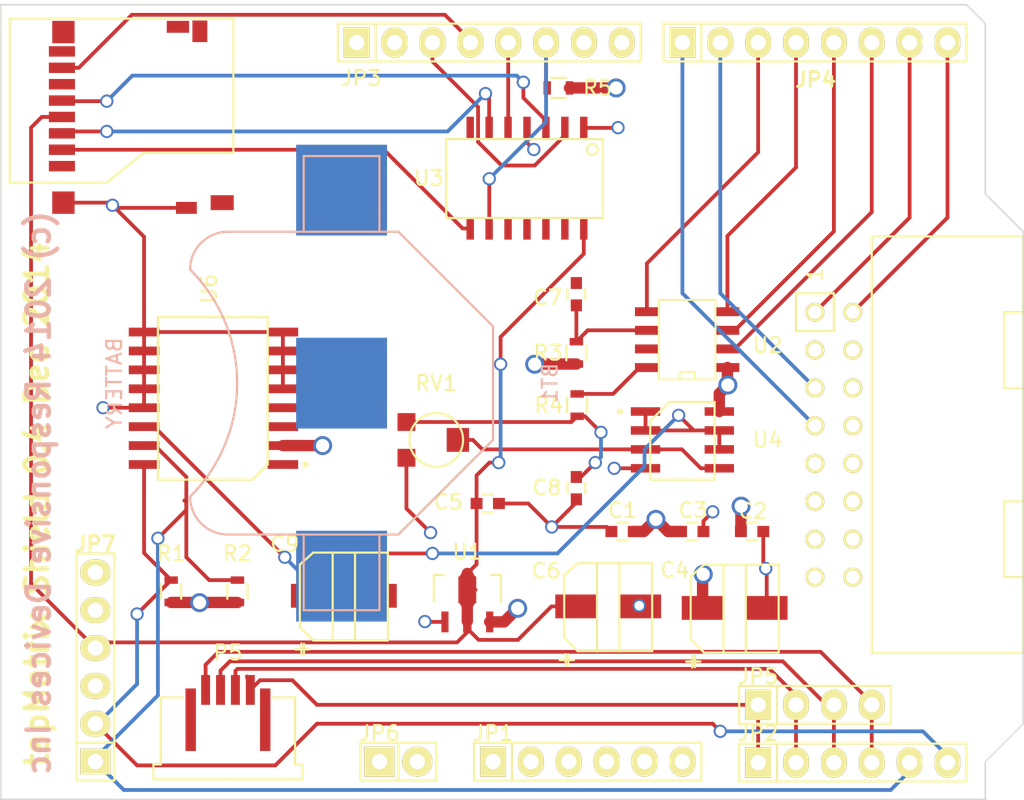
<source format=kicad_pcb>
(kicad_pcb (version 4) (host pcbnew "(2014-12-28 BZR 5260)-product")

  (general
    (links 108)
    (no_connects 10)
    (area 124.409999 85.6655 201.435238 142.006)
    (thickness 1.6)
    (drawings 98)
    (tracks 287)
    (zones 0)
    (modules 31)
    (nets 51)
  )

  (page A)
  (title_block
    (title "tapMatrix Shield: Footprint")
    (date "25 Dec 2014")
    (rev 0.4)
    (company "Responsive Devices Inc")
  )

  (layers
    (0 F.Cu signal)
    (1 In1.Cu power)
    (2 In2.Cu power)
    (31 B.Cu signal)
    (32 B.Adhes user)
    (33 F.Adhes user)
    (34 B.Paste user)
    (35 F.Paste user)
    (36 B.SilkS user)
    (37 F.SilkS user)
    (38 B.Mask user)
    (39 F.Mask user)
    (40 Dwgs.User user hide)
    (41 Cmts.User user)
    (42 Eco1.User user)
    (43 Eco2.User user)
    (44 Edge.Cuts user)
    (45 Margin user)
    (46 B.CrtYd user)
    (47 F.CrtYd user)
    (48 B.Fab user)
    (49 F.Fab user)
  )

  (setup
    (last_trace_width 0.254)
    (user_trace_width 0.254)
    (user_trace_width 0.3556)
    (user_trace_width 0.508)
    (trace_clearance 0.254)
    (zone_clearance 0.508)
    (zone_45_only yes)
    (trace_min 0.1524)
    (segment_width 0.2)
    (edge_width 0.1)
    (via_size 0.889)
    (via_drill 0.635)
    (via_min_size 0.508)
    (via_min_drill 0.3302)
    (uvia_size 0.508)
    (uvia_drill 0.127)
    (uvias_allowed no)
    (uvia_min_size 0.381)
    (uvia_min_drill 0.0127)
    (pcb_text_width 0.3)
    (pcb_text_size 1.5 1.5)
    (mod_edge_width 0.15)
    (mod_text_size 1 1)
    (mod_text_width 0.15)
    (pad_size 1.45 1)
    (pad_drill 0)
    (pad_to_mask_clearance 0)
    (aux_axis_origin 0 0)
    (visible_elements FFFFFB3F)
    (pcbplotparams
      (layerselection 0x010fc_80000001)
      (usegerberextensions true)
      (excludeedgelayer true)
      (linewidth 0.152400)
      (plotframeref false)
      (viasonmask false)
      (mode 1)
      (useauxorigin false)
      (hpglpennumber 1)
      (hpglpenspeed 20)
      (hpglpendiameter 15)
      (hpglpenoverlay 2)
      (psnegative false)
      (psa4output false)
      (plotreference true)
      (plotvalue false)
      (plotinvisibletext false)
      (padsonsilk false)
      (subtractmaskfromsilk false)
      (outputformat 1)
      (mirror false)
      (drillshape 0)
      (scaleselection 1)
      (outputdirectory Gerber/))
  )

  (net 0 "")
  (net 1 +5V)
  (net 2 GND)
  (net 3 "Net-(C7-Pad2)")
  (net 4 "Net-(C8-Pad1)")
  (net 5 "Net-(C9-Pad1)")
  (net 6 "Net-(C9-Pad2)")
  (net 7 "Net-(BT1-Pad1)")
  (net 8 /I2C_SCL)
  (net 9 /I2C_SDA)
  (net 10 "Net-(JP1-Pad1)")
  (net 11 "Net-(JP1-Pad2)")
  (net 12 "Net-(JP1-Pad6)")
  (net 13 /XM)
  (net 14 /YP)
  (net 15 /XP)
  (net 16 /YM)
  (net 17 "Net-(JP3-Pad1)")
  (net 18 /SCK)
  (net 19 /MISO)
  (net 20 /MOSI)
  (net 21 /SD_CS)
  (net 22 "Net-(JP3-Pad7)")
  (net 23 "Net-(JP3-Pad8)")
  (net 24 /MATRIX_WR)
  (net 25 /MATRIX_DATA)
  (net 26 /DAC_LAT)
  (net 27 /DAC_DI)
  (net 28 /DAC_SCK)
  (net 29 /DAC_CS)
  (net 30 /MATRIX_CS)
  (net 31 /MATRIX_CLK)
  (net 32 "Net-(R4-Pad2)")
  (net 33 /SCLK)
  (net 34 /CS)
  (net 35 "Net-(P6-Pad9)")
  (net 36 "Net-(P6-Pad10)")
  (net 37 "Net-(P6-Pad6)")
  (net 38 "Net-(P6-Pad3)")
  (net 39 "Net-(P6-Pad4)")
  (net 40 "Net-(U5-Pad1)")
  (net 41 "Net-(U5-Pad8)")
  (net 42 /DATA_IN)
  (net 43 +3.3V)
  (net 44 "Net-(U3-Pad11)")
  (net 45 "Net-(U3-Pad12)")
  (net 46 "Net-(U3-Pad13)")
  (net 47 "Net-(RV1-Pad2)")
  (net 48 "Net-(U6-Pad1)")
  (net 49 "Net-(U6-Pad3)")
  (net 50 "Net-(U6-Pad4)")

  (net_class Default "This is the default net class."
    (clearance 0.254)
    (trace_width 0.254)
    (via_dia 0.889)
    (via_drill 0.635)
    (uvia_dia 0.508)
    (uvia_drill 0.127)
    (add_net +3.3V)
    (add_net /DATA_IN)
    (add_net "Net-(RV1-Pad2)")
    (add_net "Net-(U3-Pad11)")
    (add_net "Net-(U3-Pad12)")
    (add_net "Net-(U3-Pad13)")
    (add_net "Net-(U5-Pad1)")
    (add_net "Net-(U5-Pad8)")
    (add_net "Net-(U6-Pad1)")
    (add_net "Net-(U6-Pad3)")
    (add_net "Net-(U6-Pad4)")
  )

  (net_class Power ""
    (clearance 0.381)
    (trace_width 0.762)
    (via_dia 1.27)
    (via_drill 0.889)
    (uvia_dia 0.508)
    (uvia_drill 0.127)
    (add_net +5V)
  )

  (net_class Signal ""
    (clearance 0.1524)
    (trace_width 0.254)
    (via_dia 0.889)
    (via_drill 0.635)
    (uvia_dia 0.508)
    (uvia_drill 0.127)
    (add_net /CS)
    (add_net /DAC_CS)
    (add_net /DAC_DI)
    (add_net /DAC_LAT)
    (add_net /DAC_SCK)
    (add_net /I2C_SCL)
    (add_net /I2C_SDA)
    (add_net /MATRIX_CLK)
    (add_net /MATRIX_CS)
    (add_net /MATRIX_DATA)
    (add_net /MATRIX_WR)
    (add_net /MISO)
    (add_net /MOSI)
    (add_net /SCK)
    (add_net /SCLK)
    (add_net /SD_CS)
    (add_net /XM)
    (add_net /XP)
    (add_net /YM)
    (add_net /YP)
    (add_net GND)
    (add_net "Net-(BT1-Pad1)")
    (add_net "Net-(C7-Pad2)")
    (add_net "Net-(C8-Pad1)")
    (add_net "Net-(C9-Pad1)")
    (add_net "Net-(C9-Pad2)")
    (add_net "Net-(JP1-Pad1)")
    (add_net "Net-(JP1-Pad2)")
    (add_net "Net-(JP1-Pad6)")
    (add_net "Net-(JP3-Pad1)")
    (add_net "Net-(JP3-Pad7)")
    (add_net "Net-(JP3-Pad8)")
    (add_net "Net-(P6-Pad10)")
    (add_net "Net-(P6-Pad3)")
    (add_net "Net-(P6-Pad4)")
    (add_net "Net-(P6-Pad6)")
    (add_net "Net-(P6-Pad9)")
    (add_net "Net-(R4-Pad2)")
  )

  (module tapmatrix:SO-14 (layer F.Cu) (tedit 54547DF3) (tstamp 5453216A)
    (at 167.386 98.679 180)
    (path /53F3911B)
    (fp_text reference U3 (at 7.874 0.6858 180) (layer F.SilkS)
      (effects (font (size 1 1) (thickness 0.15)))
    )
    (fp_text value 74LS125 (at 1.37 1.55 180) (layer F.SilkS) hide
      (effects (font (size 1 1) (thickness 0.15)))
    )
    (fp_circle (center -3.1 2.6) (end -3.3 2.9) (layer F.SilkS) (width 0.15))
    (fp_line (start -3.8 3.3) (end -3.8 -2) (layer F.SilkS) (width 0.15))
    (fp_line (start -3.8 -2) (end 6.7 -2) (layer F.SilkS) (width 0.15))
    (fp_line (start 6.7 -2) (end 6.7 3.3) (layer F.SilkS) (width 0.15))
    (fp_line (start 6.7 3.3) (end -3.8 3.3) (layer F.SilkS) (width 0.15))
    (pad 1 smd rect (at -2.53 4.05 180) (size 0.5 1.5) (layers F.Cu F.Paste F.Mask)
      (net 2 GND))
    (pad 2 smd rect (at -1.26 4.05 180) (size 0.5 1.5) (layers F.Cu F.Paste F.Mask)
      (net 18 /SCK))
    (pad 3 smd rect (at 0.01 4.05 180) (size 0.5 1.5) (layers F.Cu F.Paste F.Mask)
      (net 33 /SCLK))
    (pad 4 smd rect (at 1.28 4.05 180) (size 0.5 1.5) (layers F.Cu F.Paste F.Mask)
      (net 2 GND))
    (pad 5 smd rect (at 2.55 4.05 180) (size 0.5 1.5) (layers F.Cu F.Paste F.Mask)
      (net 20 /MOSI))
    (pad 6 smd rect (at 3.82 4.05 180) (size 0.5 1.5) (layers F.Cu F.Paste F.Mask)
      (net 42 /DATA_IN))
    (pad 7 smd rect (at 5.09 4.05 180) (size 0.5 1.5) (layers F.Cu F.Paste F.Mask)
      (net 2 GND))
    (pad 8 smd rect (at 5.09 -2.7 180) (size 0.5 1.5) (layers F.Cu F.Paste F.Mask)
      (net 34 /CS))
    (pad 9 smd rect (at 3.82 -2.7 180) (size 0.5 1.5) (layers F.Cu F.Paste F.Mask)
      (net 21 /SD_CS))
    (pad 10 smd rect (at 2.55 -2.7 180) (size 0.5 1.5) (layers F.Cu F.Paste F.Mask)
      (net 2 GND))
    (pad 11 smd rect (at 1.28 -2.7 180) (size 0.5 1.5) (layers F.Cu F.Paste F.Mask)
      (net 44 "Net-(U3-Pad11)"))
    (pad 12 smd rect (at 0.01 -2.7 180) (size 0.5 1.5) (layers F.Cu F.Paste F.Mask)
      (net 45 "Net-(U3-Pad12)"))
    (pad 13 smd rect (at -1.26 -2.7 180) (size 0.5 1.5) (layers F.Cu F.Paste F.Mask)
      (net 46 "Net-(U3-Pad13)"))
    (pad 14 smd rect (at -2.53 -2.7 180) (size 0.5 1.5) (layers F.Cu F.Paste F.Mask)
      (net 43 +3.3V))
  )

  (module 114-00841-68 (layer F.Cu) (tedit 545720EF) (tstamp 53FC150E)
    (at 133.4135 86.2965 270)
    (tags microsd)
    (path /53F2E748)
    (fp_text reference U5 (at 5.5 -17 270) (layer F.SilkS) hide
      (effects (font (size 1 1) (thickness 0.15)))
    )
    (fp_text value SD_CARD (at 5.969 -7.493 360) (layer F.SilkS) hide
      (effects (font (size 1 1) (thickness 0.15)))
    )
    (fp_line (start 1 -13) (end 1 2) (layer F.SilkS) (width 0.15))
    (fp_line (start 1 2) (end 12 2) (layer F.SilkS) (width 0.15))
    (fp_line (start 12 2) (end 12 -4.5) (layer F.SilkS) (width 0.15))
    (fp_line (start 12 -4.5) (end 10 -7) (layer F.SilkS) (width 0.15))
    (fp_line (start 10 -7) (end 10 -13) (layer F.SilkS) (width 0.15))
    (fp_line (start 10 -13) (end 1 -13) (layer F.SilkS) (width 0.15))
    (pad 1 smd rect (at 10.9 -1.5 270) (size 0.7 1.75) (layers F.Cu F.Paste F.Mask)
      (net 40 "Net-(U5-Pad1)"))
    (pad 2 smd rect (at 9.8 -1.5 270) (size 0.7 1.75) (layers F.Cu F.Paste F.Mask)
      (net 34 /CS))
    (pad 3 smd rect (at 8.7 -1.5 270) (size 0.7 1.75) (layers F.Cu F.Paste F.Mask)
      (net 42 /DATA_IN))
    (pad 4 smd rect (at 7.6 -1.5 270) (size 0.7 1.75) (layers F.Cu F.Paste F.Mask)
      (net 43 +3.3V))
    (pad 5 smd rect (at 6.5 -1.5 270) (size 0.7 1.75) (layers F.Cu F.Paste F.Mask)
      (net 33 /SCLK))
    (pad 6 smd rect (at 5.4 -1.5 270) (size 0.7 1.75) (layers F.Cu F.Paste F.Mask)
      (net 2 GND))
    (pad 7 smd rect (at 4.3 -1.5 270) (size 0.7 1.75) (layers F.Cu F.Paste F.Mask)
      (net 19 /MISO))
    (pad 8 smd rect (at 3.2 -1.5 270) (size 0.7 1.75) (layers F.Cu F.Paste F.Mask)
      (net 41 "Net-(U5-Pad8)"))
    (pad G2 smd rect (at 1.9 -1.6 270) (size 1.5 1.5) (layers F.Cu F.Paste F.Mask)
      (net 2 GND))
    (pad G1 smd rect (at 13.35 -1.6 270) (size 1.5 1.5) (layers F.Cu F.Paste F.Mask)
      (net 2 GND))
    (pad G4 smd rect (at 1.55 -9.28 270) (size 0.8 1.5) (layers F.Cu F.Paste F.Mask)
      (net 2 GND))
    (pad G3 smd rect (at 13.7 -9.85 270) (size 0.8 1.4) (layers F.Cu F.Paste F.Mask)
      (net 2 GND))
    (pad CD1 smd rect (at 13.35 -12.25 270) (size 1 1.55) (layers F.Cu F.Paste F.Mask))
    (pad CD2 smd rect (at 1.85 -10.75 270) (size 1.45 1) (layers F.Cu F.Paste F.Mask))
  )

  (module tapmatrix:CR2032 (layer B.Cu) (tedit 53FA6B14) (tstamp 5453270B)
    (at 153.67 111.76 270)
    (path /53F7C57F)
    (fp_text reference BT1 (at 0 -13.97 270) (layer B.SilkS)
      (effects (font (size 1 1) (thickness 0.15)) (justify mirror))
    )
    (fp_text value BATTERY (at 0 15.24 270) (layer B.SilkS)
      (effects (font (size 1 1) (thickness 0.15)) (justify mirror))
    )
    (fp_arc (start 0 17.78) (end 7.62 10.16) (angle -90) (layer B.SilkS) (width 0.15))
    (fp_arc (start -7.62 7.62) (end -10.16 7.62) (angle -90) (layer B.SilkS) (width 0.15))
    (fp_arc (start 7.62 7.62) (end 7.62 10.16) (angle -90) (layer B.SilkS) (width 0.15))
    (fp_line (start 10.16 2.54) (end 10.16 7.62) (layer B.SilkS) (width 0.15))
    (fp_line (start -10.16 2.54) (end -10.16 7.62) (layer B.SilkS) (width 0.15))
    (fp_line (start 0 -10.16) (end 3.81 -10.16) (layer B.SilkS) (width 0.15))
    (fp_line (start 3.81 -10.16) (end 10.16 -3.81) (layer B.SilkS) (width 0.15))
    (fp_line (start 10.16 -3.81) (end 10.16 2.54) (layer B.SilkS) (width 0.15))
    (fp_line (start 10.16 2.54) (end 15.24 2.54) (layer B.SilkS) (width 0.15))
    (fp_line (start 15.24 2.54) (end 15.24 -2.54) (layer B.SilkS) (width 0.15))
    (fp_line (start 15.24 -2.54) (end 10.16 -2.54) (layer B.SilkS) (width 0.15))
    (fp_line (start -10.16 -2.54) (end -11.43 -2.54) (layer B.SilkS) (width 0.15))
    (fp_line (start 0 -10.16) (end -3.81 -10.16) (layer B.SilkS) (width 0.15))
    (fp_line (start -3.81 -10.16) (end -10.16 -3.81) (layer B.SilkS) (width 0.15))
    (fp_line (start -10.16 -3.81) (end -10.16 -2.54) (layer B.SilkS) (width 0.15))
    (fp_line (start -15.24 2.54) (end -15.24 -2.54) (layer B.SilkS) (width 0.15))
    (fp_line (start -15.24 -2.54) (end -11.43 -2.54) (layer B.SilkS) (width 0.15))
    (fp_line (start -10.16 -2.54) (end -10.16 2.54) (layer B.SilkS) (width 0.15))
    (fp_line (start -10.16 2.54) (end -15.24 2.54) (layer B.SilkS) (width 0.15))
    (pad 2 smd rect (at 0 0 270) (size 6.096 6.096) (layers B.Cu B.Paste B.Mask)
      (net 2 GND))
    (pad 1 smd rect (at -12.954 0 270) (size 6.096 6.096) (layers B.Cu B.Paste B.Mask)
      (net 7 "Net-(BT1-Pad1)"))
    (pad 1 smd rect (at 12.954 0 270) (size 6.096 6.096) (layers B.Cu B.Paste B.Mask)
      (net 7 "Net-(BT1-Pad1)"))
  )

  (module tapmatrix:5103310­-3 (layer F.Cu) (tedit 549C4F38) (tstamp 53FA8280)
    (at 186.69 115.8875 90)
    (path /53F2DDF1)
    (fp_text reference P6 (at 0.508 -3.81 90) (layer F.SilkS) hide
      (effects (font (size 1 1) (thickness 0.15)))
    )
    (fp_text value LED_MATRIX_HDR (at 0 5.08 90) (layer F.SilkS) hide
      (effects (font (size 1 1) (thickness 0.15)))
    )
    (fp_line (start 3.81 12.7) (end 3.81 11.43) (layer F.SilkS) (width 0.15))
    (fp_line (start 3.81 11.43) (end 8.89 11.43) (layer F.SilkS) (width 0.15))
    (fp_line (start 8.89 11.43) (end 8.89 12.7) (layer F.SilkS) (width 0.15))
    (fp_line (start -8.89 12.7) (end -8.89 11.43) (layer F.SilkS) (width 0.15))
    (fp_line (start -8.89 11.43) (end -3.81 11.43) (layer F.SilkS) (width 0.15))
    (fp_line (start -3.81 11.43) (end -3.81 12.7) (layer F.SilkS) (width 0.15))
    (fp_line (start -13.97 12.7) (end 13.97 12.7) (layer F.SilkS) (width 0.15))
    (fp_line (start 13.97 12.7) (end 13.97 2.54) (layer F.SilkS) (width 0.15))
    (fp_line (start -13.97 12.7) (end -13.97 2.54) (layer F.SilkS) (width 0.15))
    (fp_line (start -13.97 2.54) (end 13.97 2.54) (layer F.SilkS) (width 0.15))
    (fp_text user 16 (at -11.43 1.27 90) (layer F.SilkS) hide
      (effects (font (size 1 1) (thickness 0.15)))
    )
    (fp_text user 15 (at -11.43 -1.27 90) (layer F.SilkS) hide
      (effects (font (size 1 1) (thickness 0.15)))
    )
    (fp_text user 2 (at 11.43 1.27 90) (layer F.SilkS) hide
      (effects (font (size 1 1) (thickness 0.15)))
    )
    (fp_text user 1 (at 11.43 -1.27 90) (layer F.SilkS)
      (effects (font (size 1 1) (thickness 0.15)))
    )
    (fp_line (start 7.62 -2.54) (end 7.62 0) (layer F.SilkS) (width 0.15))
    (fp_line (start 7.62 0) (end 10.16 0) (layer F.SilkS) (width 0.15))
    (fp_line (start 10.16 0) (end 10.16 -2.54) (layer F.SilkS) (width 0.15))
    (fp_line (start 10.16 -2.54) (end 7.62 -2.54) (layer F.SilkS) (width 0.15))
    (pad 15 thru_hole circle (at -8.89 -1.27 90) (size 1.27 1.27) (drill 0.889) (layers *.Cu *.Mask F.SilkS)
      (net 2 GND))
    (pad 16 thru_hole circle (at -8.89 1.27 90) (size 1.27 1.27) (drill 0.889) (layers *.Cu *.Mask F.SilkS)
      (net 1 +5V))
    (pad 13 thru_hole circle (at -6.35 -1.27 90) (size 1.27 1.27) (drill 0.889) (layers *.Cu *.Mask F.SilkS)
      (net 2 GND))
    (pad 14 thru_hole circle (at -6.35 1.27 90) (size 1.27 1.27) (drill 0.889) (layers *.Cu *.Mask F.SilkS)
      (net 1 +5V))
    (pad 11 thru_hole circle (at -3.81 -1.27 90) (size 1.27 1.27) (drill 0.889) (layers *.Cu *.Mask F.SilkS)
      (net 2 GND))
    (pad 12 thru_hole circle (at -3.81 1.27 90) (size 1.27 1.27) (drill 0.889) (layers *.Cu *.Mask F.SilkS)
      (net 1 +5V))
    (pad 9 thru_hole circle (at -1.27 -1.27 90) (size 1.27 1.27) (drill 0.889) (layers *.Cu *.Mask F.SilkS)
      (net 35 "Net-(P6-Pad9)"))
    (pad 10 thru_hole circle (at -1.27 1.27 90) (size 1.27 1.27) (drill 0.889) (layers *.Cu *.Mask F.SilkS)
      (net 36 "Net-(P6-Pad10)"))
    (pad 7 thru_hole circle (at 1.27 -1.27 90) (size 1.27 1.27) (drill 0.889) (layers *.Cu *.Mask F.SilkS)
      (net 25 /MATRIX_DATA))
    (pad 8 thru_hole circle (at 1.27 1.27 90) (size 1.27 1.27) (drill 0.889) (layers *.Cu *.Mask F.SilkS)
      (net 2 GND))
    (pad 5 thru_hole circle (at 3.81 -1.27 90) (size 1.27 1.27) (drill 0.889) (layers *.Cu *.Mask F.SilkS)
      (net 24 /MATRIX_WR))
    (pad 6 thru_hole circle (at 3.81 1.27 90) (size 1.27 1.27) (drill 0.889) (layers *.Cu *.Mask F.SilkS)
      (net 37 "Net-(P6-Pad6)"))
    (pad 3 thru_hole circle (at 6.35 -1.27 90) (size 1.27 1.27) (drill 0.889) (layers *.Cu *.Mask F.SilkS)
      (net 38 "Net-(P6-Pad3)"))
    (pad 4 thru_hole circle (at 6.35 1.27 90) (size 1.27 1.27) (drill 0.889) (layers *.Cu *.Mask F.SilkS)
      (net 39 "Net-(P6-Pad4)"))
    (pad 1 thru_hole circle (at 8.89 -1.27 90) (size 1.27 1.27) (drill 0.889) (layers *.Cu *.Mask F.SilkS)
      (net 30 /MATRIX_CS))
    (pad 2 thru_hole circle (at 8.89 1.27 90) (size 1.27 1.27) (drill 0.889) (layers *.Cu *.Mask F.SilkS)
      (net 31 /MATRIX_CLK))
  )

  (module tapmatrix:EEE-0JA101WR (layer F.Cu) (tedit 54547E36) (tstamp 544DCED3)
    (at 180.086 126.746 270)
    (tags "5MM CAP ALUM 100UF 6.3V 20% SMD")
    (path /53F6F42A)
    (fp_text reference C4 (at -2.4384 4.064 360) (layer F.SilkS)
      (effects (font (size 1 1) (thickness 0.15)))
    )
    (fp_text value 100uF/6V (at 0.5 -4.7 270) (layer F.SilkS) hide
      (effects (font (size 1 1) (thickness 0.15)))
    )
    (fp_line (start 4.1 2.9) (end 3.3 2.9) (layer F.SilkS) (width 0.15))
    (fp_line (start 3.7 2.5) (end 3.7 3.3) (layer F.SilkS) (width 0.15))
    (fp_line (start 3.7 3.3) (end 3.7 2.5) (layer F.SilkS) (width 0.15))
    (fp_text user + (at 3.7 2.8 270) (layer F.SilkS)
      (effects (font (size 1 1) (thickness 0.15)))
    )
    (fp_line (start -2.8 0.8) (end -2.8 2.1) (layer F.SilkS) (width 0.15))
    (fp_line (start -2.8 2.1) (end -2 3) (layer F.SilkS) (width 0.15))
    (fp_line (start -2 3) (end 2.2 3) (layer F.SilkS) (width 0.15))
    (fp_line (start 3.1 0.8) (end 3.1 2.1) (layer F.SilkS) (width 0.15))
    (fp_line (start 3.1 2.1) (end 2.2 3) (layer F.SilkS) (width 0.15))
    (fp_line (start 3.1 -0.7) (end 3.1 0.8) (layer F.SilkS) (width 0.15))
    (fp_line (start 3.1 0.8) (end -2.8 0.8) (layer F.SilkS) (width 0.15))
    (fp_line (start -2.8 0.8) (end -2.8 -0.7) (layer F.SilkS) (width 0.15))
    (fp_line (start -2.8 -2.9) (end 3.1 -2.9) (layer F.SilkS) (width 0.15))
    (fp_line (start 3.1 -2.9) (end 3.1 -0.7) (layer F.SilkS) (width 0.15))
    (fp_line (start 3.1 -0.7) (end -2.8 -0.7) (layer F.SilkS) (width 0.15))
    (fp_line (start -2.8 -0.7) (end -2.8 -2.9) (layer F.SilkS) (width 0.15))
    (pad 2 smd rect (at 0.1 -2.1 270) (size 1.6 2.8) (layers F.Cu F.Paste F.Mask)
      (net 2 GND))
    (pad 1 smd rect (at 0.1 2.2 270) (size 1.6 2.8) (layers F.Cu F.Paste F.Mask)
      (net 1 +5V))
  )

  (module tapmatrix:EEE-0JA101WR (layer F.Cu) (tedit 54547E40) (tstamp 544DCEE9)
    (at 171.6024 126.6444 270)
    (tags "5MM CAP ALUM 100UF 6.3V 20% SMD")
    (path /53F6EFF0)
    (fp_text reference C6 (at -2.286 4.2164 360) (layer F.SilkS)
      (effects (font (size 1 1) (thickness 0.15)))
    )
    (fp_text value 100uF/6V (at 0.5 -4.7 270) (layer F.SilkS) hide
      (effects (font (size 1 1) (thickness 0.15)))
    )
    (fp_line (start 4.1 2.9) (end 3.3 2.9) (layer F.SilkS) (width 0.15))
    (fp_line (start 3.7 2.5) (end 3.7 3.3) (layer F.SilkS) (width 0.15))
    (fp_line (start 3.7 3.3) (end 3.7 2.5) (layer F.SilkS) (width 0.15))
    (fp_text user + (at 3.7 2.8 270) (layer F.SilkS)
      (effects (font (size 1 1) (thickness 0.15)))
    )
    (fp_line (start -2.8 0.8) (end -2.8 2.1) (layer F.SilkS) (width 0.15))
    (fp_line (start -2.8 2.1) (end -2 3) (layer F.SilkS) (width 0.15))
    (fp_line (start -2 3) (end 2.2 3) (layer F.SilkS) (width 0.15))
    (fp_line (start 3.1 0.8) (end 3.1 2.1) (layer F.SilkS) (width 0.15))
    (fp_line (start 3.1 2.1) (end 2.2 3) (layer F.SilkS) (width 0.15))
    (fp_line (start 3.1 -0.7) (end 3.1 0.8) (layer F.SilkS) (width 0.15))
    (fp_line (start 3.1 0.8) (end -2.8 0.8) (layer F.SilkS) (width 0.15))
    (fp_line (start -2.8 0.8) (end -2.8 -0.7) (layer F.SilkS) (width 0.15))
    (fp_line (start -2.8 -2.9) (end 3.1 -2.9) (layer F.SilkS) (width 0.15))
    (fp_line (start 3.1 -2.9) (end 3.1 -0.7) (layer F.SilkS) (width 0.15))
    (fp_line (start 3.1 -0.7) (end -2.8 -0.7) (layer F.SilkS) (width 0.15))
    (fp_line (start -2.8 -0.7) (end -2.8 -2.9) (layer F.SilkS) (width 0.15))
    (pad 2 smd rect (at 0.1 -2.1 270) (size 1.6 2.8) (layers F.Cu F.Paste F.Mask)
      (net 2 GND))
    (pad 1 smd rect (at 0.1 2.2 270) (size 1.6 2.8) (layers F.Cu F.Paste F.Mask)
      (net 43 +3.3V))
  )

  (module tapmatrix:EEE-0JA101WR (layer F.Cu) (tedit 549C3D7D) (tstamp 544DCEFF)
    (at 153.8732 125.9332 270)
    (tags "5MM CAP ALUM 100UF 6.3V 20% SMD")
    (path /53F6E1A7)
    (fp_text reference C9 (at -3.3782 4.0132 360) (layer F.SilkS)
      (effects (font (size 1 1) (thickness 0.15)))
    )
    (fp_text value 100uF/6V (at 4.064 0 360) (layer F.SilkS) hide
      (effects (font (size 1 1) (thickness 0.15)))
    )
    (fp_line (start 4.1 2.9) (end 3.3 2.9) (layer F.SilkS) (width 0.15))
    (fp_line (start 3.7 2.5) (end 3.7 3.3) (layer F.SilkS) (width 0.15))
    (fp_line (start 3.7 3.3) (end 3.7 2.5) (layer F.SilkS) (width 0.15))
    (fp_text user + (at 3.7 2.8 270) (layer F.SilkS)
      (effects (font (size 1 1) (thickness 0.15)))
    )
    (fp_line (start -2.8 0.8) (end -2.8 2.1) (layer F.SilkS) (width 0.15))
    (fp_line (start -2.8 2.1) (end -2 3) (layer F.SilkS) (width 0.15))
    (fp_line (start -2 3) (end 2.2 3) (layer F.SilkS) (width 0.15))
    (fp_line (start 3.1 0.8) (end 3.1 2.1) (layer F.SilkS) (width 0.15))
    (fp_line (start 3.1 2.1) (end 2.2 3) (layer F.SilkS) (width 0.15))
    (fp_line (start 3.1 -0.7) (end 3.1 0.8) (layer F.SilkS) (width 0.15))
    (fp_line (start 3.1 0.8) (end -2.8 0.8) (layer F.SilkS) (width 0.15))
    (fp_line (start -2.8 0.8) (end -2.8 -0.7) (layer F.SilkS) (width 0.15))
    (fp_line (start -2.8 -2.9) (end 3.1 -2.9) (layer F.SilkS) (width 0.15))
    (fp_line (start 3.1 -2.9) (end 3.1 -0.7) (layer F.SilkS) (width 0.15))
    (fp_line (start 3.1 -0.7) (end -2.8 -0.7) (layer F.SilkS) (width 0.15))
    (fp_line (start -2.8 -0.7) (end -2.8 -2.9) (layer F.SilkS) (width 0.15))
    (pad 2 smd rect (at 0.1 -2.1 270) (size 1.6 2.8) (layers F.Cu F.Paste F.Mask)
      (net 6 "Net-(C9-Pad2)"))
    (pad 1 smd rect (at 0.1 2.2 270) (size 1.6 2.8) (layers F.Cu F.Paste F.Mask)
      (net 5 "Net-(C9-Pad1)"))
  )

  (module tapmatrix:C_0603 (layer F.Cu) (tedit 5456FB6F) (tstamp 544F274F)
    (at 172.5168 121.7168 180)
    (descr "Capacitor SMD 0603, reflow soldering, AVX (see smccp.pdf)")
    (tags "capacitor 0603")
    (path /53F6F4A8)
    (attr smd)
    (fp_text reference C1 (at 0 1.4224 180) (layer F.SilkS)
      (effects (font (size 1 1) (thickness 0.15)))
    )
    (fp_text value 0.1uF (at 0 1.9 180) (layer F.SilkS) hide
      (effects (font (size 1 1) (thickness 0.15)))
    )
    (fp_line (start -1.45 -0.75) (end 1.45 -0.75) (layer F.CrtYd) (width 0.05))
    (fp_line (start -1.45 0.75) (end 1.45 0.75) (layer F.CrtYd) (width 0.05))
    (fp_line (start -1.45 -0.75) (end -1.45 0.75) (layer F.CrtYd) (width 0.05))
    (fp_line (start 1.45 -0.75) (end 1.45 0.75) (layer F.CrtYd) (width 0.05))
    (fp_line (start -0.35 -0.6) (end 0.35 -0.6) (layer F.SilkS) (width 0.15))
    (fp_line (start 0.35 0.6) (end -0.35 0.6) (layer F.SilkS) (width 0.15))
    (pad 1 smd rect (at -0.75 0 180) (size 0.8 0.75) (layers F.Cu F.Paste F.Mask)
      (net 1 +5V))
    (pad 2 smd rect (at 0.75 0 180) (size 0.8 0.75) (layers F.Cu F.Paste F.Mask)
      (net 2 GND))
    (model Capacitors_SMD/C_0603J.wrl
      (at (xyz 0 0 0))
      (scale (xyz 1 1 1))
      (rotate (xyz 0 0 0))
    )
  )

  (module tapmatrix:C_0603 (layer F.Cu) (tedit 5456FB7C) (tstamp 544F2862)
    (at 181.2036 121.7168)
    (descr "Capacitor SMD 0603, reflow soldering, AVX (see smccp.pdf)")
    (tags "capacitor 0603")
    (path /53F6F305)
    (attr smd)
    (fp_text reference C2 (at 0.0508 -1.3716) (layer F.SilkS)
      (effects (font (size 1 1) (thickness 0.15)))
    )
    (fp_text value 0.1uF (at 0 1.9) (layer F.SilkS) hide
      (effects (font (size 1 1) (thickness 0.15)))
    )
    (fp_line (start -1.45 -0.75) (end 1.45 -0.75) (layer F.CrtYd) (width 0.05))
    (fp_line (start -1.45 0.75) (end 1.45 0.75) (layer F.CrtYd) (width 0.05))
    (fp_line (start -1.45 -0.75) (end -1.45 0.75) (layer F.CrtYd) (width 0.05))
    (fp_line (start 1.45 -0.75) (end 1.45 0.75) (layer F.CrtYd) (width 0.05))
    (fp_line (start -0.35 -0.6) (end 0.35 -0.6) (layer F.SilkS) (width 0.15))
    (fp_line (start 0.35 0.6) (end -0.35 0.6) (layer F.SilkS) (width 0.15))
    (pad 1 smd rect (at -0.75 0) (size 0.8 0.75) (layers F.Cu F.Paste F.Mask)
      (net 1 +5V))
    (pad 2 smd rect (at 0.75 0) (size 0.8 0.75) (layers F.Cu F.Paste F.Mask)
      (net 2 GND))
    (model Capacitors_SMD/C_0603J.wrl
      (at (xyz 0 0 0))
      (scale (xyz 1 1 1))
      (rotate (xyz 0 0 0))
    )
  )

  (module tapmatrix:C_0603 (layer F.Cu) (tedit 54547E5A) (tstamp 544F297D)
    (at 163.4744 119.8372)
    (descr "Capacitor SMD 0603, reflow soldering, AVX (see smccp.pdf)")
    (tags "capacitor 0603")
    (path /53F6F1E5)
    (attr smd)
    (fp_text reference C5 (at -2.6416 -0.1016) (layer F.SilkS)
      (effects (font (size 1 1) (thickness 0.15)))
    )
    (fp_text value 0.1uF (at 0 1.9) (layer F.SilkS) hide
      (effects (font (size 1 1) (thickness 0.15)))
    )
    (fp_line (start -1.45 -0.75) (end 1.45 -0.75) (layer F.CrtYd) (width 0.05))
    (fp_line (start -1.45 0.75) (end 1.45 0.75) (layer F.CrtYd) (width 0.05))
    (fp_line (start -1.45 -0.75) (end -1.45 0.75) (layer F.CrtYd) (width 0.05))
    (fp_line (start 1.45 -0.75) (end 1.45 0.75) (layer F.CrtYd) (width 0.05))
    (fp_line (start -0.35 -0.6) (end 0.35 -0.6) (layer F.SilkS) (width 0.15))
    (fp_line (start 0.35 0.6) (end -0.35 0.6) (layer F.SilkS) (width 0.15))
    (pad 1 smd rect (at -0.75 0) (size 0.8 0.75) (layers F.Cu F.Paste F.Mask)
      (net 43 +3.3V))
    (pad 2 smd rect (at 0.75 0) (size 0.8 0.75) (layers F.Cu F.Paste F.Mask)
      (net 2 GND))
    (model Capacitors_SMD/C_0603J.wrl
      (at (xyz 0 0 0))
      (scale (xyz 1 1 1))
      (rotate (xyz 0 0 0))
    )
  )

  (module tapmatrix:C_0603 (layer F.Cu) (tedit 54547E60) (tstamp 544F2A73)
    (at 169.418 118.8085 270)
    (descr "Capacitor SMD 0603, reflow soldering, AVX (see smccp.pdf)")
    (tags "capacitor 0603")
    (path /53F6CF04)
    (attr smd)
    (fp_text reference C8 (at -0.0381 1.9812 360) (layer F.SilkS)
      (effects (font (size 1 1) (thickness 0.15)))
    )
    (fp_text value 0.01uF (at 0 1.9 270) (layer F.SilkS) hide
      (effects (font (size 1 1) (thickness 0.15)))
    )
    (fp_line (start -1.45 -0.75) (end 1.45 -0.75) (layer F.CrtYd) (width 0.05))
    (fp_line (start -1.45 0.75) (end 1.45 0.75) (layer F.CrtYd) (width 0.05))
    (fp_line (start -1.45 -0.75) (end -1.45 0.75) (layer F.CrtYd) (width 0.05))
    (fp_line (start 1.45 -0.75) (end 1.45 0.75) (layer F.CrtYd) (width 0.05))
    (fp_line (start -0.35 -0.6) (end 0.35 -0.6) (layer F.SilkS) (width 0.15))
    (fp_line (start 0.35 0.6) (end -0.35 0.6) (layer F.SilkS) (width 0.15))
    (pad 1 smd rect (at -0.75 0 270) (size 0.8 0.75) (layers F.Cu F.Paste F.Mask)
      (net 4 "Net-(C8-Pad1)"))
    (pad 2 smd rect (at 0.75 0 270) (size 0.8 0.75) (layers F.Cu F.Paste F.Mask)
      (net 2 GND))
    (model Capacitors_SMD/C_0603J.wrl
      (at (xyz 0 0 0))
      (scale (xyz 1 1 1))
      (rotate (xyz 0 0 0))
    )
  )

  (module tapmatrix:C_0603 (layer F.Cu) (tedit 54547E9F) (tstamp 544F2C78)
    (at 169.418 105.791 270)
    (descr "Capacitor SMD 0603, reflow soldering, AVX (see smccp.pdf)")
    (tags "capacitor 0603")
    (path /53F6CADB)
    (attr smd)
    (fp_text reference C7 (at 0.2286 1.9304 360) (layer F.SilkS)
      (effects (font (size 1 1) (thickness 0.15)))
    )
    (fp_text value 0.1uF (at 0 1.9 270) (layer F.SilkS) hide
      (effects (font (size 1 1) (thickness 0.15)))
    )
    (fp_line (start -1.45 -0.75) (end 1.45 -0.75) (layer F.CrtYd) (width 0.05))
    (fp_line (start -1.45 0.75) (end 1.45 0.75) (layer F.CrtYd) (width 0.05))
    (fp_line (start -1.45 -0.75) (end -1.45 0.75) (layer F.CrtYd) (width 0.05))
    (fp_line (start 1.45 -0.75) (end 1.45 0.75) (layer F.CrtYd) (width 0.05))
    (fp_line (start -0.35 -0.6) (end 0.35 -0.6) (layer F.SilkS) (width 0.15))
    (fp_line (start 0.35 0.6) (end -0.35 0.6) (layer F.SilkS) (width 0.15))
    (pad 1 smd rect (at -0.75 0 270) (size 0.8 0.75) (layers F.Cu F.Paste F.Mask)
      (net 2 GND))
    (pad 2 smd rect (at 0.75 0 270) (size 0.8 0.75) (layers F.Cu F.Paste F.Mask)
      (net 3 "Net-(C7-Pad2)"))
    (model Capacitors_SMD/C_0603J.wrl
      (at (xyz 0 0 0))
      (scale (xyz 1 1 1))
      (rotate (xyz 0 0 0))
    )
  )

  (module tapmatrix:R_0603 (layer F.Cu) (tedit 549C3D70) (tstamp 544F2EE4)
    (at 142.24 125.73 90)
    (descr "Resistor SMD 0603, reflow soldering, Vishay (see dcrcw.pdf)")
    (tags "resistor 0603")
    (path /53F81CD9)
    (attr smd)
    (fp_text reference R1 (at 2.54 0 180) (layer F.SilkS)
      (effects (font (size 1 1) (thickness 0.15)))
    )
    (fp_text value R (at 0 1.9 90) (layer F.SilkS) hide
      (effects (font (size 1 1) (thickness 0.15)))
    )
    (fp_line (start -1.3 -0.8) (end 1.3 -0.8) (layer F.CrtYd) (width 0.05))
    (fp_line (start -1.3 0.8) (end 1.3 0.8) (layer F.CrtYd) (width 0.05))
    (fp_line (start -1.3 -0.8) (end -1.3 0.8) (layer F.CrtYd) (width 0.05))
    (fp_line (start 1.3 -0.8) (end 1.3 0.8) (layer F.CrtYd) (width 0.05))
    (fp_line (start 0.5 0.675) (end -0.5 0.675) (layer F.SilkS) (width 0.15))
    (fp_line (start -0.5 -0.675) (end 0.5 -0.675) (layer F.SilkS) (width 0.15))
    (pad 1 smd rect (at -0.75 0 90) (size 0.5 0.9) (layers F.Cu F.Paste F.Mask)
      (net 1 +5V))
    (pad 2 smd rect (at 0.75 0 90) (size 0.5 0.9) (layers F.Cu F.Paste F.Mask)
      (net 8 /I2C_SCL))
    (model Resistors_SMD/R_0603.wrl
      (at (xyz 0 0 0))
      (scale (xyz 1 1 1))
      (rotate (xyz 0 0 0))
    )
  )

  (module tapmatrix:R_0603 (layer F.Cu) (tedit 549C3D74) (tstamp 544F2EF0)
    (at 146.685 125.73 90)
    (descr "Resistor SMD 0603, reflow soldering, Vishay (see dcrcw.pdf)")
    (tags "resistor 0603")
    (path /53F81E1C)
    (attr smd)
    (fp_text reference R2 (at 2.54 0 180) (layer F.SilkS)
      (effects (font (size 1 1) (thickness 0.15)))
    )
    (fp_text value R (at 0 1.9 90) (layer F.SilkS) hide
      (effects (font (size 1 1) (thickness 0.15)))
    )
    (fp_line (start -1.3 -0.8) (end 1.3 -0.8) (layer F.CrtYd) (width 0.05))
    (fp_line (start -1.3 0.8) (end 1.3 0.8) (layer F.CrtYd) (width 0.05))
    (fp_line (start -1.3 -0.8) (end -1.3 0.8) (layer F.CrtYd) (width 0.05))
    (fp_line (start 1.3 -0.8) (end 1.3 0.8) (layer F.CrtYd) (width 0.05))
    (fp_line (start 0.5 0.675) (end -0.5 0.675) (layer F.SilkS) (width 0.15))
    (fp_line (start -0.5 -0.675) (end 0.5 -0.675) (layer F.SilkS) (width 0.15))
    (pad 1 smd rect (at -0.75 0 90) (size 0.5 0.9) (layers F.Cu F.Paste F.Mask)
      (net 1 +5V))
    (pad 2 smd rect (at 0.75 0 90) (size 0.5 0.9) (layers F.Cu F.Paste F.Mask)
      (net 9 /I2C_SDA))
    (model Resistors_SMD/R_0603.wrl
      (at (xyz 0 0 0))
      (scale (xyz 1 1 1))
      (rotate (xyz 0 0 0))
    )
  )

  (module tapmatrix:R_0603 (layer F.Cu) (tedit 54547E62) (tstamp 544F302C)
    (at 169.418 109.728 90)
    (descr "Resistor SMD 0603, reflow soldering, Vishay (see dcrcw.pdf)")
    (tags "resistor 0603")
    (path /53F6CDB0)
    (attr smd)
    (fp_text reference R3 (at 0 -1.9 180) (layer F.SilkS)
      (effects (font (size 1 1) (thickness 0.15)))
    )
    (fp_text value 100K (at 0 1.9 90) (layer F.SilkS) hide
      (effects (font (size 1 1) (thickness 0.15)))
    )
    (fp_line (start -1.3 -0.8) (end 1.3 -0.8) (layer F.CrtYd) (width 0.05))
    (fp_line (start -1.3 0.8) (end 1.3 0.8) (layer F.CrtYd) (width 0.05))
    (fp_line (start -1.3 -0.8) (end -1.3 0.8) (layer F.CrtYd) (width 0.05))
    (fp_line (start 1.3 -0.8) (end 1.3 0.8) (layer F.CrtYd) (width 0.05))
    (fp_line (start 0.5 0.675) (end -0.5 0.675) (layer F.SilkS) (width 0.15))
    (fp_line (start -0.5 -0.675) (end 0.5 -0.675) (layer F.SilkS) (width 0.15))
    (pad 1 smd rect (at -0.75 0 90) (size 0.5 0.9) (layers F.Cu F.Paste F.Mask)
      (net 1 +5V))
    (pad 2 smd rect (at 0.75 0 90) (size 0.5 0.9) (layers F.Cu F.Paste F.Mask)
      (net 3 "Net-(C7-Pad2)"))
    (model Resistors_SMD/R_0603.wrl
      (at (xyz 0 0 0))
      (scale (xyz 1 1 1))
      (rotate (xyz 0 0 0))
    )
  )

  (module tapmatrix:R_0603 (layer F.Cu) (tedit 54547E64) (tstamp 544F315A)
    (at 169.4688 113.2332 90)
    (descr "Resistor SMD 0603, reflow soldering, Vishay (see dcrcw.pdf)")
    (tags "resistor 0603")
    (path /53F6CE16)
    (attr smd)
    (fp_text reference R4 (at 0 -1.9 180) (layer F.SilkS)
      (effects (font (size 1 1) (thickness 0.15)))
    )
    (fp_text value 1.5K (at 0 1.9 90) (layer F.SilkS) hide
      (effects (font (size 1 1) (thickness 0.15)))
    )
    (fp_line (start -1.3 -0.8) (end 1.3 -0.8) (layer F.CrtYd) (width 0.05))
    (fp_line (start -1.3 0.8) (end 1.3 0.8) (layer F.CrtYd) (width 0.05))
    (fp_line (start -1.3 -0.8) (end -1.3 0.8) (layer F.CrtYd) (width 0.05))
    (fp_line (start 1.3 -0.8) (end 1.3 0.8) (layer F.CrtYd) (width 0.05))
    (fp_line (start 0.5 0.675) (end -0.5 0.675) (layer F.SilkS) (width 0.15))
    (fp_line (start -0.5 -0.675) (end 0.5 -0.675) (layer F.SilkS) (width 0.15))
    (pad 1 smd rect (at -0.75 0 90) (size 0.5 0.9) (layers F.Cu F.Paste F.Mask)
      (net 4 "Net-(C8-Pad1)"))
    (pad 2 smd rect (at 0.75 0 90) (size 0.5 0.9) (layers F.Cu F.Paste F.Mask)
      (net 32 "Net-(R4-Pad2)"))
    (model Resistors_SMD/R_0603.wrl
      (at (xyz 0 0 0))
      (scale (xyz 1 1 1))
      (rotate (xyz 0 0 0))
    )
  )

  (module tapmatrix:R_0603 (layer F.Cu) (tedit 54547F03) (tstamp 544F3271)
    (at 168.2115 91.948 180)
    (descr "Resistor SMD 0603, reflow soldering, Vishay (see dcrcw.pdf)")
    (tags "resistor 0603")
    (path /53F3A864)
    (attr smd)
    (fp_text reference R5 (at -2.6289 0 180) (layer F.SilkS)
      (effects (font (size 1 1) (thickness 0.15)))
    )
    (fp_text value 10K (at 0 1.9 180) (layer F.SilkS) hide
      (effects (font (size 1 1) (thickness 0.15)))
    )
    (fp_line (start -1.3 -0.8) (end 1.3 -0.8) (layer F.CrtYd) (width 0.05))
    (fp_line (start -1.3 0.8) (end 1.3 0.8) (layer F.CrtYd) (width 0.05))
    (fp_line (start -1.3 -0.8) (end -1.3 0.8) (layer F.CrtYd) (width 0.05))
    (fp_line (start 1.3 -0.8) (end 1.3 0.8) (layer F.CrtYd) (width 0.05))
    (fp_line (start 0.5 0.675) (end -0.5 0.675) (layer F.SilkS) (width 0.15))
    (fp_line (start -0.5 -0.675) (end 0.5 -0.675) (layer F.SilkS) (width 0.15))
    (pad 1 smd rect (at -0.75 0 180) (size 0.5 0.9) (layers F.Cu F.Paste F.Mask)
      (net 1 +5V))
    (pad 2 smd rect (at 0.75 0 180) (size 0.5 0.9) (layers F.Cu F.Paste F.Mask)
      (net 21 /SD_CS))
    (model Resistors_SMD/R_0603.wrl
      (at (xyz 0 0 0))
      (scale (xyz 1 1 1))
      (rotate (xyz 0 0 0))
    )
  )

  (module tapmatrix:Pin_Header_Straight_1x08 locked (layer F.Cu) (tedit 54547EEA) (tstamp 544F2E37)
    (at 163.576 88.9)
    (descr "Through hole pin header")
    (tags "pin header")
    (path /53F44977)
    (fp_text reference JP3 (at -8.5852 2.3876) (layer F.SilkS)
      (effects (font (size 1 1) (thickness 0.15)))
    )
    (fp_text value 8_PIN_1 (at 0 0) (layer F.SilkS) hide
      (effects (font (size 1.27 1.27) (thickness 0.2032)))
    )
    (fp_line (start -7.62 -1.27) (end 10.16 -1.27) (layer F.SilkS) (width 0.15))
    (fp_line (start 10.16 -1.27) (end 10.16 1.27) (layer F.SilkS) (width 0.15))
    (fp_line (start 10.16 1.27) (end -7.62 1.27) (layer F.SilkS) (width 0.15))
    (fp_line (start -10.16 -1.27) (end -7.62 -1.27) (layer F.SilkS) (width 0.15))
    (fp_line (start -7.62 -1.27) (end -7.62 1.27) (layer F.SilkS) (width 0.15))
    (fp_line (start -10.16 -1.27) (end -10.16 1.27) (layer F.SilkS) (width 0.15))
    (fp_line (start -10.16 1.27) (end -7.62 1.27) (layer F.SilkS) (width 0.15))
    (pad 1 thru_hole rect (at -8.89 0) (size 1.7272 2.032) (drill 1.016) (layers *.Cu *.Mask F.SilkS)
      (net 17 "Net-(JP3-Pad1)"))
    (pad 2 thru_hole oval (at -6.35 0) (size 1.7272 2.032) (drill 1.016) (layers *.Cu *.Mask F.SilkS)
      (net 2 GND))
    (pad 3 thru_hole oval (at -3.81 0) (size 1.7272 2.032) (drill 1.016) (layers *.Cu *.Mask F.SilkS)
      (net 18 /SCK))
    (pad 4 thru_hole oval (at -1.27 0) (size 1.7272 2.032) (drill 1.016) (layers *.Cu *.Mask F.SilkS)
      (net 19 /MISO))
    (pad 5 thru_hole oval (at 1.27 0) (size 1.7272 2.032) (drill 1.016) (layers *.Cu *.Mask F.SilkS)
      (net 20 /MOSI))
    (pad 6 thru_hole oval (at 3.81 0) (size 1.7272 2.032) (drill 1.016) (layers *.Cu *.Mask F.SilkS)
      (net 21 /SD_CS))
    (pad 7 thru_hole oval (at 6.35 0) (size 1.7272 2.032) (drill 1.016) (layers *.Cu *.Mask F.SilkS)
      (net 22 "Net-(JP3-Pad7)"))
    (pad 8 thru_hole oval (at 8.89 0) (size 1.7272 2.032) (drill 1.016) (layers *.Cu *.Mask F.SilkS)
      (net 23 "Net-(JP3-Pad8)"))
    (model Pin_Headers/Pin_Header_Straight_1x08.wrl
      (at (xyz 0 0 0))
      (scale (xyz 1 1 1))
      (rotate (xyz 0 0 0))
    )
  )

  (module tapmatrix:Pin_Header_Straight_1x04 (layer F.Cu) (tedit 549C3D47) (tstamp 544F31E8)
    (at 185.42 133.35)
    (descr "Through hole pin header")
    (tags "pin header")
    (path /5407DC2F)
    (fp_text reference JP5 (at -3.81 -1.905 180) (layer F.SilkS)
      (effects (font (size 1 1) (thickness 0.15)))
    )
    (fp_text value 4_PIN_1 (at 0 0) (layer F.SilkS) hide
      (effects (font (size 1.27 1.27) (thickness 0.2032)))
    )
    (fp_line (start -2.54 1.27) (end 5.08 1.27) (layer F.SilkS) (width 0.15))
    (fp_line (start -2.54 -1.27) (end 5.08 -1.27) (layer F.SilkS) (width 0.15))
    (fp_line (start -5.08 -1.27) (end -2.54 -1.27) (layer F.SilkS) (width 0.15))
    (fp_line (start 5.08 1.27) (end 5.08 -1.27) (layer F.SilkS) (width 0.15))
    (fp_line (start -2.54 -1.27) (end -2.54 1.27) (layer F.SilkS) (width 0.15))
    (fp_line (start -5.08 -1.27) (end -5.08 1.27) (layer F.SilkS) (width 0.15))
    (fp_line (start -5.08 1.27) (end -2.54 1.27) (layer F.SilkS) (width 0.15))
    (pad 1 thru_hole rect (at -3.81 0) (size 1.7272 2.032) (drill 1.016) (layers *.Cu *.Mask F.SilkS)
      (net 13 /XM))
    (pad 2 thru_hole oval (at -1.27 0) (size 1.7272 2.032) (drill 1.016) (layers *.Cu *.Mask F.SilkS)
      (net 14 /YP))
    (pad 3 thru_hole oval (at 1.27 0) (size 1.7272 2.032) (drill 1.016) (layers *.Cu *.Mask F.SilkS)
      (net 15 /XP))
    (pad 4 thru_hole oval (at 3.81 0) (size 1.7272 2.032) (drill 1.016) (layers *.Cu *.Mask F.SilkS)
      (net 16 /YM))
    (model Pin_Headers/Pin_Header_Straight_1x04.wrl
      (at (xyz 0 0 0))
      (scale (xyz 1 1 1))
      (rotate (xyz 0 0 0))
    )
  )

  (module tapmatrix:Pin_Header_Straight_1x02 (layer F.Cu) (tedit 549C3D53) (tstamp 544F32B4)
    (at 157.48 137.16)
    (descr "Through hole pin header")
    (tags "pin header")
    (path /53F6E48F)
    (fp_text reference JP6 (at -1.27 -1.905) (layer F.SilkS)
      (effects (font (size 1 1) (thickness 0.15)))
    )
    (fp_text value SPKR (at 0 0) (layer F.SilkS) hide
      (effects (font (size 1.27 1.27) (thickness 0.2032)))
    )
    (fp_line (start 0 -1.27) (end 0 1.27) (layer F.SilkS) (width 0.15))
    (fp_line (start -2.54 -1.27) (end -2.54 1.27) (layer F.SilkS) (width 0.15))
    (fp_line (start -2.54 1.27) (end 0 1.27) (layer F.SilkS) (width 0.15))
    (fp_line (start 0 1.27) (end 2.54 1.27) (layer F.SilkS) (width 0.15))
    (fp_line (start 2.54 1.27) (end 2.54 -1.27) (layer F.SilkS) (width 0.15))
    (fp_line (start 2.54 -1.27) (end -2.54 -1.27) (layer F.SilkS) (width 0.15))
    (pad 1 thru_hole rect (at -1.27 0) (size 2.032 2.032) (drill 1.016) (layers *.Cu *.Mask F.SilkS)
      (net 2 GND))
    (pad 2 thru_hole oval (at 1.27 0) (size 2.032 2.032) (drill 1.016) (layers *.Cu *.Mask F.SilkS)
      (net 6 "Net-(C9-Pad2)"))
    (model Pin_Headers/Pin_Header_Straight_1x02.wrl
      (at (xyz 0 0 0))
      (scale (xyz 1 1 1))
      (rotate (xyz 0 0 0))
    )
  )

  (module tapmatrix:Pin_Header_Straight_1x06 locked (layer F.Cu) (tedit 549C3D4C) (tstamp 544F3416)
    (at 170.18 137.16)
    (descr "Through hole pin header")
    (tags "pin header")
    (path /53F44018)
    (fp_text reference JP1 (at -6.35 -1.905) (layer F.SilkS)
      (effects (font (size 1 1) (thickness 0.15)))
    )
    (fp_text value 6_PIN_1 (at 0 0) (layer F.SilkS) hide
      (effects (font (size 1.27 1.27) (thickness 0.2032)))
    )
    (fp_line (start -5.08 -1.27) (end 7.62 -1.27) (layer F.SilkS) (width 0.15))
    (fp_line (start 7.62 -1.27) (end 7.62 1.27) (layer F.SilkS) (width 0.15))
    (fp_line (start 7.62 1.27) (end -5.08 1.27) (layer F.SilkS) (width 0.15))
    (fp_line (start -7.62 -1.27) (end -5.08 -1.27) (layer F.SilkS) (width 0.15))
    (fp_line (start -5.08 -1.27) (end -5.08 1.27) (layer F.SilkS) (width 0.15))
    (fp_line (start -7.62 -1.27) (end -7.62 1.27) (layer F.SilkS) (width 0.15))
    (fp_line (start -7.62 1.27) (end -5.08 1.27) (layer F.SilkS) (width 0.15))
    (pad 1 thru_hole rect (at -6.35 0) (size 1.7272 2.032) (drill 1.016) (layers *.Cu *.Mask F.SilkS)
      (net 10 "Net-(JP1-Pad1)"))
    (pad 2 thru_hole oval (at -3.81 0) (size 1.7272 2.032) (drill 1.016) (layers *.Cu *.Mask F.SilkS)
      (net 11 "Net-(JP1-Pad2)"))
    (pad 3 thru_hole oval (at -1.27 0) (size 1.7272 2.032) (drill 1.016) (layers *.Cu *.Mask F.SilkS)
      (net 1 +5V))
    (pad 4 thru_hole oval (at 1.27 0) (size 1.7272 2.032) (drill 1.016) (layers *.Cu *.Mask F.SilkS)
      (net 2 GND))
    (pad 5 thru_hole oval (at 3.81 0) (size 1.7272 2.032) (drill 1.016) (layers *.Cu *.Mask F.SilkS)
      (net 2 GND))
    (pad 6 thru_hole oval (at 6.35 0) (size 1.7272 2.032) (drill 1.016) (layers *.Cu *.Mask F.SilkS)
      (net 12 "Net-(JP1-Pad6)"))
    (model Pin_Headers/Pin_Header_Straight_1x06.wrl
      (at (xyz 0 0 0))
      (scale (xyz 1 1 1))
      (rotate (xyz 0 0 0))
    )
  )

  (module tapmatrix:Pin_Header_Straight_1x06 locked (layer F.Cu) (tedit 549C3D3B) (tstamp 544F358C)
    (at 187.96 137.2235)
    (descr "Through hole pin header")
    (tags "pin header")
    (path /53F443E9)
    (fp_text reference JP2 (at -6.35 -1.9685) (layer F.SilkS)
      (effects (font (size 1 1) (thickness 0.15)))
    )
    (fp_text value 6_PIN_2 (at 0 0) (layer F.SilkS) hide
      (effects (font (size 1.27 1.27) (thickness 0.2032)))
    )
    (fp_line (start -5.08 -1.27) (end 7.62 -1.27) (layer F.SilkS) (width 0.15))
    (fp_line (start 7.62 -1.27) (end 7.62 1.27) (layer F.SilkS) (width 0.15))
    (fp_line (start 7.62 1.27) (end -5.08 1.27) (layer F.SilkS) (width 0.15))
    (fp_line (start -7.62 -1.27) (end -5.08 -1.27) (layer F.SilkS) (width 0.15))
    (fp_line (start -5.08 -1.27) (end -5.08 1.27) (layer F.SilkS) (width 0.15))
    (fp_line (start -7.62 -1.27) (end -7.62 1.27) (layer F.SilkS) (width 0.15))
    (fp_line (start -7.62 1.27) (end -5.08 1.27) (layer F.SilkS) (width 0.15))
    (pad 1 thru_hole rect (at -6.35 0) (size 1.7272 2.032) (drill 1.016) (layers *.Cu *.Mask F.SilkS)
      (net 13 /XM))
    (pad 2 thru_hole oval (at -3.81 0) (size 1.7272 2.032) (drill 1.016) (layers *.Cu *.Mask F.SilkS)
      (net 14 /YP))
    (pad 3 thru_hole oval (at -1.27 0) (size 1.7272 2.032) (drill 1.016) (layers *.Cu *.Mask F.SilkS)
      (net 15 /XP))
    (pad 4 thru_hole oval (at 1.27 0) (size 1.7272 2.032) (drill 1.016) (layers *.Cu *.Mask F.SilkS)
      (net 16 /YM))
    (pad 5 thru_hole oval (at 3.81 0) (size 1.7272 2.032) (drill 1.016) (layers *.Cu *.Mask F.SilkS)
      (net 9 /I2C_SDA))
    (pad 6 thru_hole oval (at 6.35 0) (size 1.7272 2.032) (drill 1.016) (layers *.Cu *.Mask F.SilkS)
      (net 8 /I2C_SCL))
    (model Pin_Headers/Pin_Header_Straight_1x06.wrl
      (at (xyz 0 0 0))
      (scale (xyz 1 1 1))
      (rotate (xyz 0 0 0))
    )
  )

  (module tapmatrix:SOIC-8_N (layer F.Cu) (tedit 549C3F2D) (tstamp 544F3BF0)
    (at 176.8475 108.839 90)
    (descr "module CMS SOJ 8 pins etroit")
    (tags "CMS SOJ")
    (path /53F6C019)
    (attr smd)
    (fp_text reference U2 (at -0.381 5.3975 180) (layer F.SilkS)
      (effects (font (size 1 1) (thickness 0.15)))
    )
    (fp_text value MCP4921-E/SN (at 0 1.016 90) (layer F.SilkS) hide
      (effects (font (size 0.8 0.8) (thickness 0.15)))
    )
    (fp_line (start -2.667 1.778) (end -2.667 1.905) (layer F.SilkS) (width 0.127))
    (fp_line (start -2.667 1.905) (end 2.667 1.905) (layer F.SilkS) (width 0.127))
    (fp_line (start 2.667 -1.905) (end -2.667 -1.905) (layer F.SilkS) (width 0.127))
    (fp_line (start -2.667 -1.905) (end -2.667 1.778) (layer F.SilkS) (width 0.127))
    (fp_line (start -2.667 -0.508) (end -2.159 -0.508) (layer F.SilkS) (width 0.127))
    (fp_line (start -2.159 -0.508) (end -2.159 0.508) (layer F.SilkS) (width 0.127))
    (fp_line (start -2.159 0.508) (end -2.667 0.508) (layer F.SilkS) (width 0.127))
    (fp_line (start 2.667 -1.905) (end 2.667 1.905) (layer F.SilkS) (width 0.127))
    (pad 8 smd rect (at -1.875 -2.7 90) (size 0.6 1.6) (layers F.Cu F.Paste F.Mask)
      (net 32 "Net-(R4-Pad2)"))
    (pad 1 smd rect (at -1.875 2.7 90) (size 0.6 1.6) (layers F.Cu F.Paste F.Mask)
      (net 1 +5V))
    (pad 7 smd rect (at -0.625 -2.7 90) (size 0.6 1.6) (layers F.Cu F.Paste F.Mask)
      (net 2 GND))
    (pad 6 smd rect (at 0.625 -2.7 90) (size 0.6 1.6) (layers F.Cu F.Paste F.Mask)
      (net 3 "Net-(C7-Pad2)"))
    (pad 5 smd rect (at 1.875 -2.7 90) (size 0.6 1.6) (layers F.Cu F.Paste F.Mask)
      (net 26 /DAC_LAT))
    (pad 2 smd rect (at -0.625 2.7 90) (size 0.6 1.6) (layers F.Cu F.Paste F.Mask)
      (net 29 /DAC_CS))
    (pad 3 smd rect (at 0.625 2.7 90) (size 0.6 1.6) (layers F.Cu F.Paste F.Mask)
      (net 28 /DAC_SCK))
    (pad 4 smd rect (at 1.875 2.7 90) (size 0.6 1.6) (layers F.Cu F.Paste F.Mask)
      (net 27 /DAC_DI))
    (model smd/cms_so8.wrl
      (at (xyz 0 0 0))
      (scale (xyz 0.5 0.3199999928474426 0.5))
      (rotate (xyz 0 0 0))
    )
  )

  (module tapmatrix:C_0603 (layer F.Cu) (tedit 5456FB77) (tstamp 5456FC67)
    (at 177.1904 121.7168)
    (descr "Capacitor SMD 0603, reflow soldering, AVX (see smccp.pdf)")
    (tags "capacitor 0603")
    (path /53F6F384)
    (attr smd)
    (fp_text reference C3 (at 0.0508 -1.4224) (layer F.SilkS)
      (effects (font (size 1 1) (thickness 0.15)))
    )
    (fp_text value 0.1uF (at 0 1.9) (layer F.SilkS) hide
      (effects (font (size 1 1) (thickness 0.15)))
    )
    (fp_line (start -1.45 -0.75) (end 1.45 -0.75) (layer F.CrtYd) (width 0.05))
    (fp_line (start -1.45 0.75) (end 1.45 0.75) (layer F.CrtYd) (width 0.05))
    (fp_line (start -1.45 -0.75) (end -1.45 0.75) (layer F.CrtYd) (width 0.05))
    (fp_line (start 1.45 -0.75) (end 1.45 0.75) (layer F.CrtYd) (width 0.05))
    (fp_line (start -0.35 -0.6) (end 0.35 -0.6) (layer F.SilkS) (width 0.15))
    (fp_line (start 0.35 0.6) (end -0.35 0.6) (layer F.SilkS) (width 0.15))
    (pad 1 smd rect (at -0.75 0) (size 0.8 0.75) (layers F.Cu F.Paste F.Mask)
      (net 1 +5V))
    (pad 2 smd rect (at 0.75 0) (size 0.8 0.75) (layers F.Cu F.Paste F.Mask)
      (net 2 GND))
    (model Capacitors_SMD/C_0603J.wrl
      (at (xyz 0 0 0))
      (scale (xyz 1 1 1))
      (rotate (xyz 0 0 0))
    )
  )

  (module tapmatrix:SOT89-3_Housing (layer F.Cu) (tedit 5456FE16) (tstamp 54729BB2)
    (at 162.1028 125.9332)
    (descr "SOT89-3, Housing,")
    (tags "SOT89-3, Housing,")
    (path /53F6EC9F)
    (attr smd)
    (fp_text reference U1 (at 0 -2.8448) (layer F.SilkS)
      (effects (font (size 1 1) (thickness 0.15)))
    )
    (fp_text value MCP1700T-3302E/MB (at -0.20066 4.59994) (layer F.SilkS) hide
      (effects (font (thickness 0.3048)))
    )
    (fp_line (start -2.25044 -1.30048) (end -2.25044 0.50038) (layer F.SilkS) (width 0.15))
    (fp_line (start -2.25044 -1.30048) (end -1.6002 -1.30048) (layer F.SilkS) (width 0.15))
    (fp_line (start 2.25044 -1.30048) (end 2.25044 0.50038) (layer F.SilkS) (width 0.15))
    (fp_line (start 2.25044 -1.30048) (end 1.6002 -1.30048) (layer F.SilkS) (width 0.15))
    (pad 1 smd rect (at -1.50114 1.85166) (size 0.48 1.4) (layers F.Cu F.Paste F.Mask)
      (net 2 GND))
    (pad 2 smd rect (at 0 1.8) (size 0.56 1.55) (layers F.Cu F.Paste F.Mask)
      (net 43 +3.3V))
    (pad 3 smd rect (at 1.50114 1.85166) (size 0.48 1.4) (layers F.Cu F.Paste F.Mask)
      (net 1 +5V))
    (pad 2 smd rect (at 0 -0.3) (size 1.2 1.8) (layers F.Cu F.Paste F.Mask)
      (net 43 +3.3V))
    (pad 2 smd trapezoid (at 0 0.8 180) (size 0.8 0.5) (rect_delta 0 0.3 ) (layers F.Cu F.Paste F.Mask)
      (net 43 +3.3V))
    (pad 2 smd trapezoid (at 0 -1.4) (size 0.8 0.5) (rect_delta 0 0.3 ) (layers F.Cu F.Paste F.Mask)
      (net 43 +3.3V))
    (model SOT89-3_SOT89-5_Housing_Wings3d_RevA_02Sep2012/SOT89-3_Housing_Faktor03937_RevA_02Sep2012.wrl
      (at (xyz 0 0 0))
      (scale (xyz 0.3937000036239624 0.3937000036239624 0.3937000036239624))
      (rotate (xyz 0 0 0))
    )
  )

  (module tapmatrix:Pin_Header_Straight_1x08 (layer F.Cu) (tedit 549C4F86) (tstamp 54729D2D)
    (at 185.42 88.9)
    (descr "Through hole pin header")
    (tags "pin header")
    (path /53F449E0)
    (fp_text reference JP4 (at 0.0508 2.4892) (layer F.SilkS)
      (effects (font (size 1 1) (thickness 0.2032)))
    )
    (fp_text value 8_PIN_2 (at 0 0) (layer F.SilkS) hide
      (effects (font (size 1.27 1.27) (thickness 0.2032)))
    )
    (fp_line (start -7.62 -1.27) (end 10.16 -1.27) (layer F.SilkS) (width 0.15))
    (fp_line (start 10.16 -1.27) (end 10.16 1.27) (layer F.SilkS) (width 0.15))
    (fp_line (start 10.16 1.27) (end -7.62 1.27) (layer F.SilkS) (width 0.15))
    (fp_line (start -10.16 -1.27) (end -7.62 -1.27) (layer F.SilkS) (width 0.15))
    (fp_line (start -7.62 -1.27) (end -7.62 1.27) (layer F.SilkS) (width 0.15))
    (fp_line (start -10.16 -1.27) (end -10.16 1.27) (layer F.SilkS) (width 0.15))
    (fp_line (start -10.16 1.27) (end -7.62 1.27) (layer F.SilkS) (width 0.15))
    (pad 1 thru_hole rect (at -8.89 0) (size 1.7272 2.032) (drill 1.016) (layers *.Cu *.Mask F.SilkS)
      (net 25 /MATRIX_DATA))
    (pad 2 thru_hole oval (at -6.35 0) (size 1.7272 2.032) (drill 1.016) (layers *.Cu *.Mask F.SilkS)
      (net 24 /MATRIX_WR))
    (pad 3 thru_hole oval (at -3.81 0) (size 1.7272 2.032) (drill 1.016) (layers *.Cu *.Mask F.SilkS)
      (net 26 /DAC_LAT))
    (pad 4 thru_hole oval (at -1.27 0) (size 1.7272 2.032) (drill 1.016) (layers *.Cu *.Mask F.SilkS)
      (net 27 /DAC_DI))
    (pad 5 thru_hole oval (at 1.27 0) (size 1.7272 2.032) (drill 1.016) (layers *.Cu *.Mask F.SilkS)
      (net 28 /DAC_SCK))
    (pad 6 thru_hole oval (at 3.81 0) (size 1.7272 2.032) (drill 1.016) (layers *.Cu *.Mask F.SilkS)
      (net 29 /DAC_CS))
    (pad 7 thru_hole oval (at 6.35 0) (size 1.7272 2.032) (drill 1.016) (layers *.Cu *.Mask F.SilkS)
      (net 30 /MATRIX_CS))
    (pad 8 thru_hole oval (at 8.89 0) (size 1.7272 2.032) (drill 1.016) (layers *.Cu *.Mask F.SilkS)
      (net 31 /MATRIX_CLK))
    (model Pin_Headers/Pin_Header_Straight_1x08.wrl
      (at (xyz 0 0 0))
      (scale (xyz 1 1 1))
      (rotate (xyz 0 0 0))
    )
  )

  (module tapmatrix:Pin_Header_Straight_1x06 (layer F.Cu) (tedit 549C4E5D) (tstamp 549B5EFD)
    (at 137.16 130.81 90)
    (descr "Through hole pin header")
    (tags "pin header")
    (path /549B7836)
    (fp_text reference JP7 (at 8.255 0 180) (layer F.SilkS)
      (effects (font (size 1 1) (thickness 0.2032)))
    )
    (fp_text value 6_PIN_3 (at 0 0 90) (layer F.SilkS) hide
      (effects (font (size 1.27 1.27) (thickness 0.2032)))
    )
    (fp_line (start -5.08 -1.27) (end 7.62 -1.27) (layer F.SilkS) (width 0.15))
    (fp_line (start 7.62 -1.27) (end 7.62 1.27) (layer F.SilkS) (width 0.15))
    (fp_line (start 7.62 1.27) (end -5.08 1.27) (layer F.SilkS) (width 0.15))
    (fp_line (start -7.62 -1.27) (end -5.08 -1.27) (layer F.SilkS) (width 0.15))
    (fp_line (start -5.08 -1.27) (end -5.08 1.27) (layer F.SilkS) (width 0.15))
    (fp_line (start -7.62 -1.27) (end -7.62 1.27) (layer F.SilkS) (width 0.15))
    (fp_line (start -7.62 1.27) (end -5.08 1.27) (layer F.SilkS) (width 0.15))
    (pad 1 thru_hole rect (at -6.35 0 90) (size 1.7272 2.032) (drill 1.016) (layers *.Cu *.Mask F.SilkS)
      (net 9 /I2C_SDA))
    (pad 2 thru_hole oval (at -3.81 0 90) (size 1.7272 2.032) (drill 1.016) (layers *.Cu *.Mask F.SilkS)
      (net 8 /I2C_SCL))
    (pad 3 thru_hole oval (at -1.27 0 90) (size 1.7272 2.032) (drill 1.016) (layers *.Cu *.Mask F.SilkS)
      (net 1 +5V))
    (pad 4 thru_hole oval (at 1.27 0 90) (size 1.7272 2.032) (drill 1.016) (layers *.Cu *.Mask F.SilkS)
      (net 43 +3.3V))
    (pad 5 thru_hole oval (at 3.81 0 90) (size 1.7272 2.032) (drill 1.016) (layers *.Cu *.Mask F.SilkS)
      (net 2 GND))
    (pad 6 thru_hole oval (at 6.35 0 90) (size 1.7272 2.032) (drill 1.016) (layers *.Cu *.Mask F.SilkS)
      (net 2 GND))
    (model Pin_Headers/Pin_Header_Straight_1x06.wrl
      (at (xyz 0 0 0))
      (scale (xyz 1 1 1))
      (rotate (xyz 0 0 0))
    )
  )

  (module tapmatrix:SFW4R­5STE1LF (layer F.Cu) (tedit 549C4EF2) (tstamp 549B5F07)
    (at 146.05 133.35)
    (path /53F23B9F)
    (fp_text reference P5 (at 0 7.5) (layer F.SilkS) hide
      (effects (font (size 1 1) (thickness 0.15)))
    )
    (fp_text value P5 (at 0 -3.5) (layer F.SilkS)
      (effects (font (size 1 1) (thickness 0.15)))
    )
    (fp_line (start -3 -0.5) (end -4.5 -0.5) (layer F.SilkS) (width 0.15))
    (fp_line (start -4.5 -0.5) (end -4.5 4) (layer F.SilkS) (width 0.15))
    (fp_line (start -4.5 4) (end -5 4) (layer F.SilkS) (width 0.15))
    (fp_line (start -5 4) (end -5 5) (layer F.SilkS) (width 0.15))
    (fp_line (start -5 5) (end 0 5) (layer F.SilkS) (width 0.15))
    (fp_line (start 3 -0.5) (end 4.5 -0.5) (layer F.SilkS) (width 0.15))
    (fp_line (start 4.5 -0.5) (end 4.5 4) (layer F.SilkS) (width 0.15))
    (fp_line (start 0 5) (end 5 5) (layer F.SilkS) (width 0.15))
    (fp_line (start 5 5) (end 5 4) (layer F.SilkS) (width 0.15))
    (fp_line (start 5 4) (end 4.5 4) (layer F.SilkS) (width 0.15))
    (pad 3 smd rect (at -0.5 -1) (size 0.6 2) (layers F.Cu F.Paste F.Mask)
      (net 15 /XP))
    (pad 4 smd rect (at -1.5 -1) (size 0.6 2) (layers F.Cu F.Paste F.Mask)
      (net 16 /YM))
    (pad 2 smd rect (at 0.5 -1) (size 0.6 2) (layers F.Cu F.Paste F.Mask)
      (net 14 /YP))
    (pad 1 smd rect (at 1.5 -1) (size 0.6 2) (layers F.Cu F.Paste F.Mask)
      (net 13 /XM))
    (pad "" smd rect (at -2.5 1) (size 0.7 4.2) (layers F.Cu F.Paste F.Mask))
    (pad "" smd rect (at 2.5 1) (size 0.7 4.2) (layers F.Cu F.Paste F.Mask))
  )

  (module tapmatrix:TC33X (layer F.Cu) (tedit 549C3EEF) (tstamp 549B5F0E)
    (at 160.02 115.57 270)
    (tags POT)
    (path /549B848B)
    (fp_text reference RV1 (at -3.81 0 360) (layer F.SilkS)
      (effects (font (size 1 1) (thickness 0.15)))
    )
    (fp_text value POT (at 0.2 4.2 270) (layer F.SilkS) hide
      (effects (font (size 1 1) (thickness 0.15)))
    )
    (fp_circle (center 0 0) (end 0 1.8) (layer F.SilkS) (width 0.15))
    (pad 2 smd rect (at 0 -1.45 270) (size 1.6 1.5) (layers F.Cu F.Paste F.Mask)
      (net 47 "Net-(RV1-Pad2)"))
    (pad 1 smd rect (at -1.2 2 270) (size 1.2 1.2) (layers F.Cu F.Paste F.Mask)
      (net 4 "Net-(C8-Pad1)"))
    (pad 3 smd rect (at 1.2 2 270) (size 1.2 1.2) (layers F.Cu F.Paste F.Mask)
      (net 2 GND))
  )

  (module tapmatrix:TS922_SO8 (layer F.Cu) (tedit 549C3F28) (tstamp 549B5F1A)
    (at 176.53 115.57 270)
    (path /53F6DDA6)
    (fp_text reference U4 (at 0 -5.715 360) (layer F.SilkS)
      (effects (font (size 1 1) (thickness 0.15)))
    )
    (fp_text value TS922 (at 0.508 -5.08 270) (layer F.SilkS) hide
      (effects (font (size 1 1) (thickness 0.15)))
    )
    (fp_circle (center -1.905 4.191) (end -1.905 4.064) (layer F.SilkS) (width 0.15))
    (fp_line (start -2.54 0.889) (end -2.54 -2.159) (layer F.SilkS) (width 0.15))
    (fp_line (start -1.27 2.159) (end -2.54 0.889) (layer F.SilkS) (width 0.15))
    (fp_line (start 2.667 2.159) (end -1.27 2.159) (layer F.SilkS) (width 0.15))
    (fp_line (start 2.667 -2.159) (end 2.667 2.159) (layer F.SilkS) (width 0.15))
    (fp_line (start -2.54 -2.159) (end 2.667 -2.159) (layer F.SilkS) (width 0.15))
    (pad 8 smd rect (at -1.905 -2.475 270) (size 0.57 1.97) (layers F.Cu F.Paste F.Mask)
      (net 1 +5V))
    (pad 7 smd rect (at -0.635 -2.475 270) (size 0.57 1.97) (layers F.Cu F.Paste F.Mask)
      (net 5 "Net-(C9-Pad1)"))
    (pad 6 smd rect (at 0.635 -2.475 270) (size 0.57 1.97) (layers F.Cu F.Paste F.Mask)
      (net 5 "Net-(C9-Pad1)"))
    (pad 5 smd rect (at 1.905 -2.475 270) (size 0.57 1.97) (layers F.Cu F.Paste F.Mask)
      (net 47 "Net-(RV1-Pad2)"))
    (pad 1 smd rect (at -1.905 2.475 270) (size 0.57 1.97) (layers F.Cu F.Paste F.Mask)
      (net 5 "Net-(C9-Pad1)"))
    (pad 2 smd rect (at -0.635 2.475 270) (size 0.57 1.97) (layers F.Cu F.Paste F.Mask)
      (net 5 "Net-(C9-Pad1)"))
    (pad 3 smd rect (at 0.635 2.475 270) (size 0.57 1.97) (layers F.Cu F.Paste F.Mask)
      (net 47 "Net-(RV1-Pad2)"))
    (pad 4 smd rect (at 1.905 2.475 270) (size 0.57 1.97) (layers F.Cu F.Paste F.Mask)
      (net 2 GND))
  )

  (module tapmatrix:DS3231 (layer F.Cu) (tedit 549C4E63) (tstamp 549C4E75)
    (at 144.78 113.03 90)
    (path /549B473E)
    (attr virtual)
    (fp_text reference U6 (at 7.62 0 90) (layer F.SilkS)
      (effects (font (size 1 1) (thickness 0.15)))
    )
    (fp_text value DS3231 (at 0 -7.62 90) (layer F.SilkS) hide
      (effects (font (thickness 0.15)))
    )
    (fp_text user DS3231 (at 0.127 0 90) (layer F.SilkS) hide
      (effects (font (size 1 1) (thickness 0.15)))
    )
    (fp_text user VAL** (at 0 2.54 90) (layer F.SilkS) hide
      (effects (font (size 1 1) (thickness 0.15)))
    )
    (fp_circle (center -4.191 6.477) (end -4.191 6.35) (layer F.SilkS) (width 0.15))
    (fp_line (start -5.207 2.921) (end -4.191 3.937) (layer F.SilkS) (width 0.15))
    (fp_line (start -4.191 3.937) (end 5.715 3.937) (layer F.SilkS) (width 0.15))
    (fp_line (start 5.715 3.937) (end 5.715 -3.429) (layer F.SilkS) (width 0.15))
    (fp_line (start 5.715 -3.429) (end -5.207 -3.429) (layer F.SilkS) (width 0.15))
    (fp_line (start -5.207 -3.429) (end -5.207 2.921) (layer F.SilkS) (width 0.15))
    (pad 1 smd rect (at -4.191 4.953 90) (size 0.59 2.05) (layers F.Cu F.Paste F.Mask)
      (net 48 "Net-(U6-Pad1)"))
    (pad 2 smd rect (at -2.921 4.953 90) (size 0.59 2.05) (layers F.Cu F.Paste F.Mask)
      (net 1 +5V))
    (pad 3 smd rect (at -1.651 4.953 90) (size 0.59 2.05) (layers F.Cu F.Paste F.Mask)
      (net 49 "Net-(U6-Pad3)"))
    (pad 4 smd rect (at -0.381 4.953 90) (size 0.59 2.05) (layers F.Cu F.Paste F.Mask)
      (net 50 "Net-(U6-Pad4)"))
    (pad 5 smd rect (at 0.889 4.953 90) (size 0.59 2.05) (layers F.Cu F.Paste F.Mask)
      (net 2 GND))
    (pad 6 smd rect (at 2.159 4.953 90) (size 0.59 2.05) (layers F.Cu F.Paste F.Mask)
      (net 2 GND))
    (pad 7 smd rect (at 3.429 4.953 90) (size 0.59 2.05) (layers F.Cu F.Paste F.Mask)
      (net 2 GND))
    (pad 8 smd rect (at 4.699 4.953 90) (size 0.59 2.05) (layers F.Cu F.Paste F.Mask)
      (net 2 GND))
    (pad 9 smd rect (at 4.699 -4.357 90) (size 0.59 2.05) (layers F.Cu F.Paste F.Mask)
      (net 2 GND))
    (pad 10 smd rect (at 3.429 -4.357 90) (size 0.59 2.05) (layers F.Cu F.Paste F.Mask)
      (net 2 GND))
    (pad 11 smd rect (at 2.159 -4.357 90) (size 0.59 2.05) (layers F.Cu F.Paste F.Mask)
      (net 2 GND))
    (pad 12 smd rect (at 0.889 -4.357 90) (size 0.59 2.05) (layers F.Cu F.Paste F.Mask)
      (net 2 GND))
    (pad 13 smd rect (at -0.381 -4.357 90) (size 0.59 2.05) (layers F.Cu F.Paste F.Mask)
      (net 2 GND))
    (pad 14 smd rect (at -1.651 -4.357 90) (size 0.59 2.05) (layers F.Cu F.Paste F.Mask)
      (net 7 "Net-(BT1-Pad1)"))
    (pad 15 smd rect (at -2.921 -4.357 90) (size 0.59 2.05) (layers F.Cu F.Paste F.Mask)
      (net 9 /I2C_SDA))
    (pad 16 smd rect (at -4.191 -4.357 90) (size 0.59 2.05) (layers F.Cu F.Paste F.Mask)
      (net 8 /I2C_SCL))
  )

  (gr_text "(c) 2014 Responsive Devices Inc" (at 133.35 119.126 90) (layer B.SilkS)
    (effects (font (size 1.5 1.5) (thickness 0.3)) (justify mirror))
  )
  (gr_text "tapMatrix Shield 0.4 Dec 2014" (at 133.223 119.888 90) (layer F.SilkS) (tstamp 54AAD442)
    (effects (font (size 1.5 1.5) (thickness 0.3)))
  )
  (gr_line (start 130.81 86.36) (end 130.81 139.7) (angle 90) (layer Edge.Cuts) (width 0.1))
  (gr_line (start 195.58 86.36) (end 130.81 86.36) (angle 90) (layer Edge.Cuts) (width 0.1))
  (gr_line (start 196.85 87.63) (end 195.58 86.36) (angle 90) (layer Edge.Cuts) (width 0.1))
  (gr_line (start 196.85 99.06) (end 196.85 87.63) (angle 90) (layer Edge.Cuts) (width 0.1))
  (gr_line (start 199.39 101.6) (end 196.85 99.06) (angle 90) (layer Edge.Cuts) (width 0.1))
  (gr_line (start 199.39 134.62) (end 199.39 101.6) (angle 90) (layer Edge.Cuts) (width 0.1))
  (gr_line (start 196.85 137.16) (end 199.39 134.62) (angle 90) (layer Edge.Cuts) (width 0.1))
  (gr_line (start 196.85 139.7) (end 196.85 137.16) (angle 90) (layer Edge.Cuts) (width 0.1))
  (gr_line (start 130.81 139.7) (end 196.85 139.7) (angle 90) (layer Edge.Cuts) (width 0.1))
  (gr_text VTG (at 198.49 109.27) (layer Dwgs.User)
    (effects (font (size 1 0.8) (thickness 0.1)) (justify left))
  )
  (gr_text SCL (at 191.77 135.66 90) (layer Dwgs.User)
    (effects (font (size 1 0.8) (thickness 0.1)) (justify left))
  )
  (gr_text SDA (at 194.31 135.66 90) (layer Dwgs.User)
    (effects (font (size 1 0.8) (thickness 0.1)) (justify left))
  )
  (gr_text Aref (at 154.686 90.4 90) (layer Dwgs.User)
    (effects (font (size 1 0.8) (thickness 0.1)) (justify right))
  )
  (gr_text GND (at 157.226 90.4 90) (layer Dwgs.User)
    (effects (font (size 1 0.8) (thickness 0.1)) (justify right))
  )
  (gr_text SCK/LED (at 159.766 90.4 90) (layer Dwgs.User)
    (effects (font (size 1 0.8) (thickness 0.1)) (justify right))
  )
  (gr_text MISO (at 162.306 90.4 90) (layer Dwgs.User)
    (effects (font (size 1 0.8) (thickness 0.1)) (justify right))
  )
  (gr_text MOSI/PWM (at 164.846 90.4 90) (layer Dwgs.User)
    (effects (font (size 1 0.8) (thickness 0.1)) (justify right))
  )
  (gr_text SS/PWM (at 167.386 90.4 90) (layer Dwgs.User)
    (effects (font (size 1 0.8) (thickness 0.1)) (justify right))
  )
  (gr_text PWM (at 169.926 90.4 90) (layer Dwgs.User)
    (effects (font (size 1 0.8) (thickness 0.1)) (justify right))
  )
  (gr_text PWM (at 179.07 90.4 90) (layer Dwgs.User)
    (effects (font (size 1 0.8) (thickness 0.1)) (justify right))
  )
  (gr_text PWM (at 181.61 90.4 90) (layer Dwgs.User)
    (effects (font (size 1 0.8) (thickness 0.1)) (justify right))
  )
  (gr_text INT1/PWM (at 186.69 90.4 90) (layer Dwgs.User)
    (effects (font (size 1 0.8) (thickness 0.1)) (justify right))
  )
  (gr_text Rx (at 194.31 90.4 90) (layer Dwgs.User)
    (effects (font (size 1 0.8) (thickness 0.1)) (justify right))
  )
  (gr_text Tx (at 191.77 90.4 90) (layer Dwgs.User)
    (effects (font (size 1 0.8) (thickness 0.1)) (justify right))
  )
  (gr_text INT0 (at 189.23 90.4 90) (layer Dwgs.User)
    (effects (font (size 1 0.8) (thickness 0.1)) (justify right))
  )
  (gr_text IOref (at 161.29 135.66 90) (layer Dwgs.User)
    (effects (font (size 1 0.8) (thickness 0.1)) (justify left))
  )
  (gr_text RST (at 163.83 135.66 90) (layer Dwgs.User)
    (effects (font (size 1 0.8) (thickness 0.1)) (justify left))
  )
  (gr_text 3.3V (at 166.37 135.66 90) (layer Dwgs.User)
    (effects (font (size 1 0.8) (thickness 0.1)) (justify left))
  )
  (gr_text Vin (at 176.53 135.66 90) (layer Dwgs.User)
    (effects (font (size 1 0.8) (thickness 0.1)) (justify left))
  )
  (gr_text 5V (at 168.91 135.66 90) (layer Dwgs.User)
    (effects (font (size 1 0.8) (thickness 0.1)) (justify left))
  )
  (gr_text GND (at 171.45 135.66 90) (layer Dwgs.User)
    (effects (font (size 1 0.8) (thickness 0.1)) (justify left))
  )
  (gr_text GND (at 173.99 135.66 90) (layer Dwgs.User)
    (effects (font (size 1 0.8) (thickness 0.1)) (justify left))
  )
  (gr_text MOSI (at 198.49 111.81) (layer Dwgs.User)
    (effects (font (size 1 0.8) (thickness 0.1)) (justify left))
  )
  (gr_text GND (at 198.49 114.35) (layer Dwgs.User)
    (effects (font (size 1 0.8) (thickness 0.1)) (justify left))
  )
  (gr_text RST (at 192.95 114.35) (layer Dwgs.User)
    (effects (font (size 1 0.8) (thickness 0.1)) (justify right))
  )
  (gr_text SCK (at 192.95 111.81) (layer Dwgs.User)
    (effects (font (size 1 0.8) (thickness 0.1)) (justify right))
  )
  (gr_text MISO (at 192.95 109.27) (layer Dwgs.User)
    (effects (font (size 1 0.8) (thickness 0.1)) (justify right))
  )
  (gr_line (start 140.335 95.885) (end 140.335 107.315) (layer Dwgs.User) (width 0.1))
  (gr_line (start 124.46 107.315) (end 140.335 107.315) (layer Dwgs.User) (width 0.1))
  (gr_line (start 124.46 95.885) (end 140.335 95.885) (layer Dwgs.User) (width 0.1))
  (gr_line (start 124.46 107.315) (end 124.46 95.885) (layer Dwgs.User) (width 0.1))
  (gr_line (start 142.24 137.16) (end 142.24 128.27) (layer Dwgs.User) (width 0.1))
  (gr_line (start 128.905 137.16) (end 142.24 137.16) (layer Dwgs.User) (width 0.1))
  (gr_line (start 128.905 128.27) (end 142.24 128.27) (layer Dwgs.User) (width 0.1))
  (gr_line (start 128.905 137.16) (end 128.905 128.27) (layer Dwgs.User) (width 0.1))
  (gr_circle (center 196.99 114.35) (end 197.625 114.35) (layer Dwgs.User) (width 0.1))
  (gr_circle (center 194.45 114.35) (end 195.085 114.35) (layer Dwgs.User) (width 0.1))
  (gr_circle (center 196.99 111.81) (end 197.625 111.81) (layer Dwgs.User) (width 0.1))
  (gr_circle (center 194.45 111.81) (end 195.085 111.81) (layer Dwgs.User) (width 0.1))
  (gr_circle (center 196.99 109.27) (end 197.625 109.27) (layer Dwgs.User) (width 0.1))
  (gr_circle (center 194.45 109.27) (end 195.085 109.27) (layer Dwgs.User) (width 0.1))
  (gr_circle (center 194.31 88.9) (end 194.945 88.9) (layer Dwgs.User) (width 0.1))
  (gr_circle (center 191.77 88.9) (end 192.405 88.9) (layer Dwgs.User) (width 0.1))
  (gr_circle (center 189.23 88.9) (end 189.865 88.9) (layer Dwgs.User) (width 0.1))
  (gr_circle (center 186.69 88.9) (end 187.325 88.9) (layer Dwgs.User) (width 0.1))
  (gr_circle (center 184.15 88.9) (end 184.785 88.9) (layer Dwgs.User) (width 0.1))
  (gr_circle (center 181.61 88.9) (end 182.245 88.9) (layer Dwgs.User) (width 0.1))
  (gr_circle (center 179.07 88.9) (end 179.705 88.9) (layer Dwgs.User) (width 0.1))
  (gr_circle (center 176.53 88.9) (end 177.165 88.9) (layer Dwgs.User) (width 0.1))
  (gr_circle (center 172.466 88.9) (end 173.101 88.9) (layer Dwgs.User) (width 0.1))
  (gr_circle (center 169.926 88.9) (end 170.561 88.9) (layer Dwgs.User) (width 0.1))
  (gr_circle (center 167.386 88.9) (end 168.021 88.9) (layer Dwgs.User) (width 0.1))
  (gr_circle (center 164.846 88.9) (end 165.481 88.9) (layer Dwgs.User) (width 0.1))
  (gr_circle (center 162.306 88.9) (end 162.941 88.9) (layer Dwgs.User) (width 0.1))
  (gr_circle (center 159.766 88.9) (end 160.401 88.9) (layer Dwgs.User) (width 0.1))
  (gr_circle (center 157.226 88.9) (end 157.861 88.9) (layer Dwgs.User) (width 0.1))
  (gr_circle (center 154.686 88.9) (end 155.321 88.9) (layer Dwgs.User) (width 0.1))
  (gr_circle (center 152.146 88.9) (end 152.781 88.9) (layer Dwgs.User) (width 0.1))
  (gr_circle (center 149.606 88.9) (end 150.241 88.9) (layer Dwgs.User) (width 0.1))
  (gr_circle (center 194.31 137.16) (end 194.945 137.16) (layer Dwgs.User) (width 0.1))
  (gr_circle (center 191.77 137.16) (end 192.405 137.16) (layer Dwgs.User) (width 0.1))
  (gr_circle (center 189.23 137.16) (end 189.865 137.16) (layer Dwgs.User) (width 0.1))
  (gr_circle (center 186.69 137.16) (end 187.325 137.16) (layer Dwgs.User) (width 0.1))
  (gr_circle (center 184.15 137.16) (end 184.785 137.16) (layer Dwgs.User) (width 0.1))
  (gr_circle (center 181.61 137.16) (end 182.245 137.16) (layer Dwgs.User) (width 0.1))
  (gr_circle (center 176.53 137.16) (end 177.165 137.16) (layer Dwgs.User) (width 0.1))
  (gr_circle (center 173.99 137.16) (end 174.625 137.16) (layer Dwgs.User) (width 0.1))
  (gr_circle (center 171.45 137.16) (end 172.085 137.16) (layer Dwgs.User) (width 0.1))
  (gr_circle (center 168.91 137.16) (end 169.545 137.16) (layer Dwgs.User) (width 0.1))
  (gr_circle (center 166.37 137.16) (end 167.005 137.16) (layer Dwgs.User) (width 0.1))
  (gr_circle (center 163.83 137.16) (end 164.465 137.16) (layer Dwgs.User) (width 0.1))
  (gr_circle (center 161.29 137.16) (end 161.925 137.16) (layer Dwgs.User) (width 0.1))
  (gr_circle (center 158.75 137.16) (end 159.385 137.16) (layer Dwgs.User) (width 0.1))
  (gr_circle (center 146.05 88.9) (end 147.55 88.9) (layer Dwgs.User) (width 0.1))
  (gr_circle (center 144.78 137.16) (end 146.28 137.16) (layer Dwgs.User) (width 0.1))
  (gr_circle (center 196.85 132.08) (end 198.35 132.08) (layer Dwgs.User) (width 0.1))
  (gr_circle (center 196.85 104.14) (end 198.35 104.14) (layer Dwgs.User) (width 0.1))
  (gr_line (start 195.326 86.36) (end 196.85 87.884) (layer Dwgs.User) (width 0.1))
  (gr_line (start 130.81 86.36) (end 195.326 86.36) (layer Dwgs.User) (width 0.1))
  (gr_line (start 196.85 99.314) (end 196.85 87.884) (layer Dwgs.User) (width 0.1))
  (gr_line (start 196.85 99.314) (end 199.39 101.854) (layer Dwgs.User) (width 0.1))
  (gr_line (start 199.39 134.62) (end 199.39 101.854) (layer Dwgs.User) (width 0.1))
  (gr_line (start 196.85 137.16) (end 199.39 134.62) (layer Dwgs.User) (width 0.1))
  (gr_line (start 196.85 139.7) (end 196.85 137.16) (layer Dwgs.User) (width 0.1))
  (gr_line (start 130.81 139.7) (end 196.85 139.7) (layer Dwgs.User) (width 0.1))
  (gr_line (start 130.81 139.7) (end 130.81 86.36) (layer Dwgs.User) (width 0.1))

  (segment (start 146.685 126.48) (end 144.157 126.48) (width 0.762) (layer F.Cu) (net 1))
  (segment (start 144.157 126.48) (end 144.145 126.492) (width 0.762) (layer F.Cu) (net 1))
  (segment (start 142.24 126.48) (end 144.133 126.48) (width 0.762) (layer F.Cu) (net 1))
  (segment (start 144.133 126.48) (end 144.145 126.492) (width 0.762) (layer F.Cu) (net 1))
  (via (at 144.145 126.492) (size 1.27) (drill 0.889) (layers F.Cu B.Cu) (net 1))
  (segment (start 149.733 115.951) (end 152.4 115.951) (width 0.762) (layer F.Cu) (net 1))
  (via (at 152.4 115.951) (size 1.27) (drill 0.889) (layers F.Cu B.Cu) (net 1))
  (segment (start 169.418 110.478) (end 166.636 110.478) (width 0.762) (layer F.Cu) (net 1))
  (segment (start 166.636 110.478) (end 166.624 110.49) (width 0.762) (layer F.Cu) (net 1))
  (via (at 166.624 110.49) (size 1.27) (drill 0.889) (layers F.Cu B.Cu) (net 1))
  (segment (start 179.005 113.665) (end 179.005 112.46) (width 0.762) (layer F.Cu) (net 1))
  (segment (start 179.005 112.46) (end 179.578 111.887) (width 0.762) (layer F.Cu) (net 1))
  (segment (start 179.5475 110.714) (end 179.5475 111.8565) (width 0.762) (layer F.Cu) (net 1))
  (segment (start 179.5475 111.8565) (end 179.578 111.887) (width 0.762) (layer F.Cu) (net 1))
  (via (at 179.578 111.887) (size 1.27) (drill 0.889) (layers F.Cu B.Cu) (net 1))
  (segment (start 177.886 126.846) (end 177.886 124.628) (width 0.762) (layer F.Cu) (net 1))
  (segment (start 177.886 124.628) (end 177.927 124.587) (width 0.762) (layer F.Cu) (net 1))
  (via (at 177.927 124.587) (size 1.27) (drill 0.889) (layers F.Cu B.Cu) (net 1))
  (segment (start 180.4536 121.7168) (end 180.4536 120.0284) (width 0.762) (layer F.Cu) (net 1))
  (segment (start 180.4536 120.0284) (end 180.467 120.015) (width 0.762) (layer F.Cu) (net 1))
  (via (at 180.467 120.015) (size 1.27) (drill 0.889) (layers F.Cu B.Cu) (net 1))
  (segment (start 176.4404 121.7168) (end 175.5648 121.7168) (width 0.762) (layer F.Cu) (net 1))
  (segment (start 175.5648 121.7168) (end 174.752 120.904) (width 0.762) (layer F.Cu) (net 1))
  (segment (start 173.2668 121.7168) (end 173.9392 121.7168) (width 0.762) (layer F.Cu) (net 1))
  (segment (start 173.9392 121.7168) (end 174.752 120.904) (width 0.762) (layer F.Cu) (net 1))
  (via (at 174.752 120.904) (size 1.27) (drill 0.889) (layers F.Cu B.Cu) (net 1))
  (segment (start 163.60394 127.78486) (end 164.56914 127.78486) (width 0.762) (layer F.Cu) (net 1))
  (segment (start 164.56914 127.78486) (end 165.481 126.873) (width 0.762) (layer F.Cu) (net 1))
  (via (at 165.481 126.873) (size 1.27) (drill 0.889) (layers F.Cu B.Cu) (net 1))
  (segment (start 176.4792 121.67616) (end 176.43856 121.7168) (width 0.254) (layer F.Cu) (net 1) (tstamp 54547526))
  (via (at 172.085 91.948) (size 1.27) (drill 0.889) (layers F.Cu B.Cu) (net 1))
  (segment (start 168.9615 91.948) (end 172.085 91.948) (width 0.762) (layer F.Cu) (net 1))
  (segment (start 140.423 108.331) (end 140.423 109.601) (width 0.254) (layer F.Cu) (net 2))
  (segment (start 140.423 108.331) (end 140.423 101.942) (width 0.254) (layer F.Cu) (net 2))
  (segment (start 140.423 101.942) (end 138.303 99.822) (width 0.254) (layer F.Cu) (net 2))
  (segment (start 143.2635 99.9965) (end 138.4775 99.9965) (width 0.254) (layer F.Cu) (net 2))
  (segment (start 138.4775 99.9965) (end 138.303 99.822) (width 0.254) (layer F.Cu) (net 2))
  (segment (start 135.0135 99.6465) (end 138.1275 99.6465) (width 0.254) (layer F.Cu) (net 2))
  (segment (start 138.1275 99.6465) (end 138.303 99.822) (width 0.254) (layer F.Cu) (net 2))
  (via (at 138.303 99.822) (size 0.889) (drill 0.635) (layers F.Cu B.Cu) (net 2))
  (segment (start 158.02 116.77) (end 158.02 120.174) (width 0.254) (layer F.Cu) (net 2))
  (segment (start 158.02 120.174) (end 159.639 121.793) (width 0.254) (layer F.Cu) (net 2))
  (via (at 159.639 121.793) (size 0.889) (drill 0.635) (layers F.Cu B.Cu) (net 2))
  (segment (start 174.055 117.475) (end 171.958 117.475) (width 0.254) (layer F.Cu) (net 2))
  (via (at 171.958 117.475) (size 0.889) (drill 0.635) (layers F.Cu B.Cu) (net 2))
  (segment (start 181.9536 121.7168) (end 181.9536 124.0416) (width 0.254) (layer F.Cu) (net 2))
  (segment (start 181.9536 124.0416) (end 182.118 124.206) (width 0.254) (layer F.Cu) (net 2))
  (segment (start 182.186 126.846) (end 182.186 124.274) (width 0.254) (layer F.Cu) (net 2))
  (segment (start 182.186 124.274) (end 182.118 124.206) (width 0.254) (layer F.Cu) (net 2))
  (via (at 182.118 124.206) (size 0.889) (drill 0.635) (layers F.Cu B.Cu) (net 2))
  (segment (start 177.9404 121.7168) (end 177.9404 121.0176) (width 0.254) (layer F.Cu) (net 2))
  (segment (start 177.9404 121.0176) (end 178.562 120.396) (width 0.254) (layer F.Cu) (net 2))
  (via (at 178.562 120.396) (size 0.889) (drill 0.635) (layers F.Cu B.Cu) (net 2))
  (segment (start 167.767 121.412) (end 171.462 121.412) (width 0.254) (layer F.Cu) (net 2))
  (segment (start 171.462 121.412) (end 171.7668 121.7168) (width 0.254) (layer F.Cu) (net 2))
  (segment (start 169.418 119.5585) (end 169.418 119.761) (width 0.254) (layer F.Cu) (net 2))
  (segment (start 169.418 119.761) (end 167.767 121.412) (width 0.254) (layer F.Cu) (net 2))
  (segment (start 164.2244 119.8372) (end 166.1922 119.8372) (width 0.254) (layer F.Cu) (net 2))
  (segment (start 166.1922 119.8372) (end 167.767 121.412) (width 0.254) (layer F.Cu) (net 2))
  (via (at 167.767 121.412) (size 0.889) (drill 0.635) (layers F.Cu B.Cu) (net 2))
  (segment (start 160.60166 127.78486) (end 159.28086 127.78486) (width 0.254) (layer F.Cu) (net 2))
  (segment (start 159.28086 127.78486) (end 159.258 127.762) (width 0.254) (layer F.Cu) (net 2))
  (via (at 159.258 127.762) (size 0.889) (drill 0.635) (layers F.Cu B.Cu) (net 2))
  (segment (start 166.106 94.629) (end 166.106 95.621) (width 0.254) (layer F.Cu) (net 2))
  (segment (start 166.106 95.621) (end 166.564382 96.079382) (width 0.254) (layer F.Cu) (net 2))
  (via (at 166.564382 96.079382) (size 0.889) (drill 0.635) (layers F.Cu B.Cu) (net 2))
  (segment (start 173.6836 126.7444) (end 173.7024 126.7444) (width 0.254) (layer F.Cu) (net 2) (tstamp 5455B393))
  (segment (start 173.6344 126.6952) (end 173.6836 126.7444) (width 0.254) (layer F.Cu) (net 2) (tstamp 5455B392))
  (via (at 173.6344 126.6952) (size 0.889) (layers F.Cu B.Cu) (net 2))
  (segment (start 140.423 108.331) (end 140.335 108.243) (width 0.254) (layer F.Cu) (net 2) (tstamp 549C3E02))
  (segment (start 140.423 110.871) (end 140.423 109.601) (width 0.254) (layer F.Cu) (net 2) (tstamp 549C3DFF))
  (segment (start 140.423 112.141) (end 140.423 110.871) (width 0.254) (layer F.Cu) (net 2) (tstamp 549C3DFE))
  (segment (start 140.423 113.411) (end 140.423 112.141) (width 0.254) (layer F.Cu) (net 2))
  (segment (start 149.733 110.871) (end 149.733 112.141) (width 0.254) (layer F.Cu) (net 2) (tstamp 549C3E29))
  (segment (start 149.733 109.601) (end 149.733 110.871) (width 0.254) (layer F.Cu) (net 2) (tstamp 549C3E27))
  (segment (start 149.733 108.331) (end 149.733 109.601) (width 0.254) (layer F.Cu) (net 2) (tstamp 549C3E26))
  (segment (start 140.423 108.331) (end 149.733 108.331) (width 0.254) (layer F.Cu) (net 2))
  (via (at 172.212 94.615) (size 0.889) (drill 0.635) (layers F.Cu B.Cu) (net 2))
  (segment (start 172.198 94.629) (end 172.212 94.615) (width 0.254) (layer F.Cu) (net 2))
  (segment (start 169.916 94.629) (end 172.198 94.629) (width 0.254) (layer F.Cu) (net 2))
  (via (at 137.668 113.411) (size 0.889) (layers F.Cu B.Cu) (net 2))
  (segment (start 140.423 113.411) (end 137.668 113.411) (width 0.254) (layer F.Cu) (net 2))
  (segment (start 169.418 106.541) (end 169.418 108.978) (width 0.254) (layer F.Cu) (net 3))
  (segment (start 170.182 108.214) (end 169.418 108.978) (width 0.254) (layer F.Cu) (net 3) (tstamp 54AADF64))
  (segment (start 174.1475 108.214) (end 170.182 108.214) (width 0.254) (layer F.Cu) (net 3))
  (segment (start 158.02 114.37) (end 169.082 114.37) (width 0.254) (layer F.Cu) (net 4))
  (segment (start 169.082 114.37) (end 169.4688 113.9832) (width 0.254) (layer F.Cu) (net 4))
  (segment (start 169.9902 113.9832) (end 169.4688 113.9832) (width 0.254) (layer F.Cu) (net 4) (tstamp 54AADF86))
  (segment (start 171.069 115.062) (end 169.9902 113.9832) (width 0.254) (layer F.Cu) (net 4) (tstamp 54AADF85))
  (via (at 171.069 115.062) (size 0.889) (layers F.Cu B.Cu) (net 4))
  (segment (start 171.069 116.713) (end 171.069 115.062) (width 0.254) (layer B.Cu) (net 4) (tstamp 54AADF83))
  (segment (start 170.688 117.094) (end 171.069 116.713) (width 0.254) (layer B.Cu) (net 4) (tstamp 54AADF82))
  (via (at 170.688 117.094) (size 0.889) (layers F.Cu B.Cu) (net 4))
  (segment (start 169.7235 118.0585) (end 170.688 117.094) (width 0.254) (layer F.Cu) (net 4) (tstamp 54AADF7D))
  (segment (start 169.418 118.0585) (end 169.7235 118.0585) (width 0.254) (layer F.Cu) (net 4))
  (segment (start 174.055 114.935) (end 175.294 114.935) (width 0.254) (layer F.Cu) (net 5))
  (segment (start 177.292 114.935) (end 179.005 114.935) (width 0.254) (layer F.Cu) (net 5) (tstamp 54AADFBE))
  (segment (start 175.294 114.935) (end 177.292 114.935) (width 0.254) (layer F.Cu) (net 5))
  (segment (start 174.055 113.665) (end 174.055 114.935) (width 0.254) (layer F.Cu) (net 5))
  (segment (start 179.005 116.205) (end 179.005 114.935) (width 0.254) (layer F.Cu) (net 5))
  (segment (start 151.6732 125.3138) (end 151.6732 126.0332) (width 0.254) (layer F.Cu) (net 5) (tstamp 54AAE00A))
  (via (at 176.276 113.919) (size 0.889) (layers F.Cu B.Cu) (net 5))
  (segment (start 176.276 113.919) (end 173.99 116.205) (width 0.254) (layer B.Cu) (net 5) (tstamp 54AADFC5))
  (segment (start 173.99 116.205) (end 173.99 117.348) (width 0.254) (layer B.Cu) (net 5) (tstamp 54AADFC6))
  (segment (start 173.99 117.348) (end 168.148 123.19) (width 0.254) (layer B.Cu) (net 5) (tstamp 54AADFDC))
  (segment (start 168.148 123.19) (end 159.766 123.19) (width 0.254) (layer B.Cu) (net 5) (tstamp 54AADFE2))
  (via (at 159.766 123.19) (size 0.889) (layers F.Cu B.Cu) (net 5))
  (segment (start 159.766 123.19) (end 153.797 123.19) (width 0.254) (layer F.Cu) (net 5) (tstamp 54AAE002))
  (segment (start 153.797 123.19) (end 151.6732 125.3138) (width 0.254) (layer F.Cu) (net 5) (tstamp 54AAE003))
  (segment (start 177.292 114.935) (end 176.276 113.919) (width 0.254) (layer F.Cu) (net 5))
  (segment (start 155.9732 126.0332) (end 155.9732 125.3318) (width 0.254) (layer F.Cu) (net 6))
  (segment (start 151.13 124.714) (end 153.67 124.714) (width 0.254) (layer B.Cu) (net 7) (tstamp 54AAE055))
  (segment (start 149.86 123.444) (end 151.13 124.714) (width 0.254) (layer B.Cu) (net 7) (tstamp 54AAE054))
  (via (at 149.86 123.444) (size 0.889) (layers F.Cu B.Cu) (net 7))
  (segment (start 141.097 114.681) (end 149.86 123.444) (width 0.254) (layer F.Cu) (net 7) (tstamp 54AAE043))
  (segment (start 140.423 114.681) (end 141.097 114.681) (width 0.254) (layer F.Cu) (net 7))
  (segment (start 142.04 124.98) (end 142.24 124.98) (width 0.254) (layer F.Cu) (net 8))
  (segment (start 194.31 137.2235) (end 194.31 136.525) (width 0.254) (layer B.Cu) (net 8))
  (segment (start 192.659 135.128) (end 179.07 135.128) (width 0.254) (layer B.Cu) (net 8) (tstamp 54AADE18))
  (via (at 179.07 135.128) (size 0.889) (layers F.Cu B.Cu) (net 8))
  (segment (start 179.07 135.128) (end 178.562 134.62) (width 0.254) (layer F.Cu) (net 8) (tstamp 54AADE1E))
  (segment (start 178.562 134.62) (end 152.019 134.62) (width 0.254) (layer F.Cu) (net 8) (tstamp 54AADE1F))
  (segment (start 152.019 134.62) (end 149.225 137.414) (width 0.254) (layer F.Cu) (net 8) (tstamp 54AADE2D))
  (segment (start 149.225 137.414) (end 139.954 137.414) (width 0.254) (layer F.Cu) (net 8) (tstamp 54AADE2F))
  (segment (start 139.954 137.414) (end 137.16 134.62) (width 0.254) (layer F.Cu) (net 8) (tstamp 54AADE32))
  (segment (start 194.31 136.779) (end 192.659 135.128) (width 0.254) (layer B.Cu) (net 8) (tstamp 54AADE16))
  (segment (start 194.31 137.2235) (end 194.31 136.779) (width 0.254) (layer B.Cu) (net 8))
  (segment (start 142.228 124.98) (end 142.24 124.98) (width 0.254) (layer F.Cu) (net 8) (tstamp 54AADE61))
  (segment (start 139.954 131.953) (end 139.954 127.254) (width 0.254) (layer B.Cu) (net 8) (tstamp 54AADE5A))
  (via (at 139.954 127.254) (size 0.889) (layers F.Cu B.Cu) (net 8))
  (segment (start 139.954 127.254) (end 142.228 124.98) (width 0.254) (layer F.Cu) (net 8) (tstamp 54AADE60))
  (segment (start 137.287 134.62) (end 139.954 131.953) (width 0.254) (layer B.Cu) (net 8) (tstamp 54AADE54))
  (segment (start 137.16 134.62) (end 137.287 134.62) (width 0.254) (layer B.Cu) (net 8))
  (segment (start 140.423 123.163) (end 142.24 124.98) (width 0.254) (layer F.Cu) (net 8) (tstamp 54AADEE9))
  (segment (start 140.423 117.221) (end 140.423 123.163) (width 0.254) (layer F.Cu) (net 8))
  (segment (start 143.256 123.444) (end 144.792 124.98) (width 0.254) (layer F.Cu) (net 9))
  (segment (start 144.792 124.98) (end 146.685 124.98) (width 0.254) (layer F.Cu) (net 9))
  (segment (start 143.256 119.634) (end 143.256 123.444) (width 0.254) (layer F.Cu) (net 9) (tstamp 54AADEC5))
  (segment (start 143.256 118.054) (end 143.256 119.634) (width 0.254) (layer F.Cu) (net 9))
  (segment (start 140.423 115.951) (end 141.153 115.951) (width 0.254) (layer F.Cu) (net 9))
  (segment (start 141.153 115.951) (end 143.256 118.054) (width 0.254) (layer F.Cu) (net 9))
  (segment (start 191.77 137.2235) (end 191.77 137.795) (width 0.254) (layer B.Cu) (net 9))
  (segment (start 191.77 137.795) (end 190.5 139.065) (width 0.254) (layer B.Cu) (net 9) (tstamp 549C34EE))
  (segment (start 139.065 139.065) (end 137.16 137.16) (width 0.254) (layer B.Cu) (net 9) (tstamp 549C34F9))
  (segment (start 190.5 139.065) (end 139.065 139.065) (width 0.254) (layer B.Cu) (net 9) (tstamp 549C34F1))
  (segment (start 141.351 132.715) (end 141.351 122.174) (width 0.254) (layer B.Cu) (net 9) (tstamp 54AADEB8))
  (via (at 141.351 122.174) (size 0.889) (layers F.Cu B.Cu) (net 9))
  (segment (start 141.351 122.174) (end 143.256 120.269) (width 0.254) (layer F.Cu) (net 9) (tstamp 54AADEC0))
  (segment (start 143.256 120.269) (end 143.256 119.761) (width 0.254) (layer F.Cu) (net 9) (tstamp 54AADEC1))
  (segment (start 143.256 119.761) (end 143.129 119.634) (width 0.254) (layer F.Cu) (net 9) (tstamp 54AADEC3))
  (segment (start 143.129 119.634) (end 143.256 119.634) (width 0.254) (layer F.Cu) (net 9) (tstamp 54AADEC4))
  (segment (start 137.16 136.906) (end 141.351 132.715) (width 0.254) (layer B.Cu) (net 9) (tstamp 54AADE9D))
  (segment (start 137.16 137.16) (end 137.16 136.906) (width 0.254) (layer B.Cu) (net 9))
  (segment (start 147.32 131.445) (end 147.55 132.35) (width 0.254) (layer F.Cu) (net 13) (tstamp 549C326D))
  (segment (start 181.61 137.2235) (end 181.61 133.35) (width 0.254) (layer F.Cu) (net 13))
  (segment (start 148.201 131.699) (end 147.55 132.35) (width 0.254) (layer F.Cu) (net 13))
  (segment (start 150.368 131.699) (end 148.201 131.699) (width 0.254) (layer F.Cu) (net 13))
  (segment (start 152.019 133.35) (end 150.368 131.699) (width 0.254) (layer F.Cu) (net 13))
  (segment (start 181.61 133.35) (end 152.019 133.35) (width 0.254) (layer F.Cu) (net 13))
  (segment (start 184.15 137.2235) (end 184.15 133.35) (width 0.254) (layer F.Cu) (net 14))
  (segment (start 146.55 131.072) (end 146.55 132.35) (width 0.254) (layer F.Cu) (net 14))
  (segment (start 146.685 130.937) (end 146.55 131.072) (width 0.254) (layer F.Cu) (net 14))
  (segment (start 182.372 130.937) (end 146.685 130.937) (width 0.254) (layer F.Cu) (net 14))
  (segment (start 184.15 132.715) (end 182.372 130.937) (width 0.254) (layer F.Cu) (net 14))
  (segment (start 184.15 133.35) (end 184.15 132.715) (width 0.254) (layer F.Cu) (net 14))
  (segment (start 186.69 137.2235) (end 186.69 133.35) (width 0.254) (layer F.Cu) (net 15))
  (segment (start 145.55 131.056) (end 145.55 132.35) (width 0.254) (layer F.Cu) (net 15))
  (segment (start 146.177 130.429) (end 145.55 131.056) (width 0.254) (layer F.Cu) (net 15))
  (segment (start 183.261 130.429) (end 146.177 130.429) (width 0.254) (layer F.Cu) (net 15))
  (segment (start 186.182 133.35) (end 183.261 130.429) (width 0.254) (layer F.Cu) (net 15))
  (segment (start 186.69 133.35) (end 186.182 133.35) (width 0.254) (layer F.Cu) (net 15))
  (segment (start 189.23 137.2235) (end 189.23 133.35) (width 0.254) (layer F.Cu) (net 16))
  (segment (start 185.801 129.794) (end 145.415 129.794) (width 0.254) (layer F.Cu) (net 16) (tstamp 54AADD51))
  (segment (start 145.415 129.794) (end 144.55 130.659) (width 0.254) (layer F.Cu) (net 16) (tstamp 54AADD5C))
  (segment (start 144.55 130.659) (end 144.55 132.35) (width 0.254) (layer F.Cu) (net 16) (tstamp 54AADD5F))
  (segment (start 189.23 133.223) (end 185.801 129.794) (width 0.254) (layer F.Cu) (net 16) (tstamp 54AADD44))
  (segment (start 189.23 133.35) (end 189.23 133.223) (width 0.254) (layer F.Cu) (net 16))
  (segment (start 159.766 88.9) (end 159.766 90.17) (width 0.254) (layer F.Cu) (net 18))
  (segment (start 159.766 90.17) (end 162.825401 93.229401) (width 0.254) (layer F.Cu) (net 18))
  (segment (start 166.62 97.155) (end 168.646 95.129) (width 0.254) (layer F.Cu) (net 18))
  (segment (start 162.825401 93.229401) (end 162.825401 95.574203) (width 0.254) (layer F.Cu) (net 18))
  (segment (start 164.406198 97.155) (end 166.62 97.155) (width 0.254) (layer F.Cu) (net 18))
  (segment (start 162.825401 95.574203) (end 164.406198 97.155) (width 0.254) (layer F.Cu) (net 18))
  (segment (start 168.646 95.129) (end 168.646 94.629) (width 0.254) (layer F.Cu) (net 18))
  (segment (start 136.0425 90.5965) (end 134.9135 90.5965) (width 0.254) (layer F.Cu) (net 19))
  (segment (start 139.598501 87.040499) (end 136.0425 90.5965) (width 0.254) (layer F.Cu) (net 19))
  (segment (start 160.598899 87.040499) (end 139.598501 87.040499) (width 0.254) (layer F.Cu) (net 19))
  (segment (start 162.306 88.7476) (end 160.598899 87.040499) (width 0.254) (layer F.Cu) (net 19))
  (segment (start 162.306 88.9) (end 162.306 88.7476) (width 0.254) (layer F.Cu) (net 19))
  (segment (start 164.846 94.619) (end 164.836 94.629) (width 0.254) (layer F.Cu) (net 20))
  (segment (start 164.846 88.9) (end 164.846 94.619) (width 0.254) (layer F.Cu) (net 20))
  (segment (start 167.386 91.8725) (end 167.4615 91.948) (width 0.254) (layer F.Cu) (net 21))
  (segment (start 167.386 88.9) (end 167.386 91.8725) (width 0.254) (layer F.Cu) (net 21))
  (via (at 163.576 98.044) (size 0.889) (drill 0.635) (layers F.Cu B.Cu) (net 21))
  (segment (start 167.386 94.234) (end 163.576 98.044) (width 0.254) (layer B.Cu) (net 21))
  (segment (start 167.386 88.9) (end 167.386 94.234) (width 0.254) (layer B.Cu) (net 21))
  (segment (start 163.576 101.369) (end 163.566 101.379) (width 0.254) (layer F.Cu) (net 21))
  (segment (start 163.576 98.044) (end 163.576 101.369) (width 0.254) (layer F.Cu) (net 21))
  (segment (start 179.07 105.7275) (end 185.42 112.0775) (width 0.254) (layer B.Cu) (net 24))
  (segment (start 179.07 88.9) (end 179.07 105.7275) (width 0.254) (layer B.Cu) (net 24))
  (segment (start 176.53 105.7275) (end 185.42 114.6175) (width 0.254) (layer B.Cu) (net 25))
  (segment (start 176.53 88.9) (end 176.53 105.7275) (width 0.254) (layer B.Cu) (net 25))
  (segment (start 181.61 96.266) (end 174.1475 103.7285) (width 0.254) (layer F.Cu) (net 26))
  (segment (start 174.1475 103.7285) (end 174.1475 106.964) (width 0.254) (layer F.Cu) (net 26))
  (segment (start 181.61 88.9) (end 181.61 96.266) (width 0.254) (layer F.Cu) (net 26))
  (segment (start 174.8236 106.964) (end 174.1475 106.964) (width 0.254) (layer F.Cu) (net 26) (tstamp 5455B4E3))
  (segment (start 174.722 106.964) (end 174.1475 106.964) (width 0.254) (layer F.Cu) (net 26) (tstamp 5455B53D))
  (segment (start 184.15 97.282) (end 179.5475 101.8845) (width 0.254) (layer F.Cu) (net 27))
  (segment (start 179.5475 101.8845) (end 179.5475 106.964) (width 0.254) (layer F.Cu) (net 27))
  (segment (start 184.15 88.9) (end 184.15 97.282) (width 0.254) (layer F.Cu) (net 27))
  (segment (start 179.5475 106.7105) (end 179.5475 106.964) (width 0.254) (layer F.Cu) (net 27) (tstamp 549C4B01))
  (segment (start 186.69 88.9) (end 186.69 101.5715) (width 0.254) (layer F.Cu) (net 28))
  (segment (start 186.69 101.5715) (end 180.0475 108.214) (width 0.254) (layer F.Cu) (net 28))
  (segment (start 180.0475 108.214) (end 179.5475 108.214) (width 0.254) (layer F.Cu) (net 28))
  (segment (start 189.23 88.9) (end 189.23 100.2815) (width 0.254) (layer F.Cu) (net 29))
  (segment (start 189.23 100.2815) (end 180.0475 109.464) (width 0.254) (layer F.Cu) (net 29))
  (segment (start 180.0475 109.464) (end 179.5475 109.464) (width 0.254) (layer F.Cu) (net 29))
  (segment (start 191.77 100.6475) (end 185.42 106.9975) (width 0.254) (layer F.Cu) (net 30))
  (segment (start 191.77 88.9) (end 191.77 100.6475) (width 0.254) (layer F.Cu) (net 30))
  (segment (start 194.31 100.6475) (end 187.96 106.9975) (width 0.254) (layer F.Cu) (net 31))
  (segment (start 194.31 88.9) (end 194.31 100.6475) (width 0.254) (layer F.Cu) (net 31))
  (segment (start 174.1475 110.714) (end 173.6475 110.714) (width 0.254) (layer F.Cu) (net 32))
  (segment (start 173.6475 110.714) (end 171.8783 112.4832) (width 0.254) (layer F.Cu) (net 32))
  (segment (start 171.8783 112.4832) (end 169.4688 112.4832) (width 0.254) (layer F.Cu) (net 32))
  (segment (start 174.1475 110.714) (end 173.893 110.714) (width 0.254) (layer F.Cu) (net 32))
  (segment (start 165.862 92.615) (end 165.862 91.567) (width 0.254) (layer F.Cu) (net 33))
  (via (at 165.862 91.567) (size 0.889) (drill 0.635) (layers F.Cu B.Cu) (net 33))
  (segment (start 167.376 94.129) (end 165.862 92.615) (width 0.254) (layer F.Cu) (net 33))
  (segment (start 167.376 94.629) (end 167.376 94.129) (width 0.254) (layer F.Cu) (net 33))
  (via (at 137.922 92.837) (size 0.889) (drill 0.635) (layers F.Cu B.Cu) (net 33))
  (segment (start 139.636499 91.122501) (end 137.922 92.837) (width 0.254) (layer B.Cu) (net 33))
  (segment (start 165.417501 91.122501) (end 139.636499 91.122501) (width 0.254) (layer B.Cu) (net 33))
  (segment (start 165.862 91.567) (end 165.417501 91.122501) (width 0.254) (layer B.Cu) (net 33))
  (segment (start 134.954 92.837) (end 134.9135 92.7965) (width 0.254) (layer F.Cu) (net 33))
  (segment (start 137.922 92.837) (end 134.954 92.837) (width 0.254) (layer F.Cu) (net 33))
  (segment (start 162.296 101.379) (end 161.792 101.379) (width 0.254) (layer F.Cu) (net 34))
  (segment (start 161.792 101.379) (end 156.5095 96.0965) (width 0.254) (layer F.Cu) (net 34))
  (segment (start 156.5095 96.0965) (end 136.0425 96.0965) (width 0.254) (layer F.Cu) (net 34))
  (segment (start 136.0425 96.0965) (end 134.9135 96.0965) (width 0.254) (layer F.Cu) (net 34))
  (segment (start 163.566 95.26) (end 163.566 94.629) (width 0.254) (layer F.Cu) (net 42) (tstamp 5454667D))
  (via (at 163.322 92.329) (size 0.889) (drill 0.635) (layers F.Cu B.Cu) (net 42))
  (segment (start 163.566 92.573) (end 163.322 92.329) (width 0.254) (layer F.Cu) (net 42))
  (segment (start 163.566 94.629) (end 163.566 92.573) (width 0.254) (layer F.Cu) (net 42))
  (via (at 137.922 94.869) (size 0.889) (drill 0.635) (layers F.Cu B.Cu) (net 42))
  (segment (start 160.782 94.869) (end 137.922 94.869) (width 0.254) (layer B.Cu) (net 42))
  (segment (start 163.322 92.329) (end 160.782 94.869) (width 0.254) (layer B.Cu) (net 42))
  (segment (start 135.041 94.869) (end 134.9135 94.9965) (width 0.254) (layer F.Cu) (net 42))
  (segment (start 137.922 94.869) (end 135.041 94.869) (width 0.254) (layer F.Cu) (net 42))
  (segment (start 164.211 117.094) (end 163.582383 117.094) (width 0.254) (layer F.Cu) (net 43))
  (segment (start 163.582383 117.094) (end 162.7244 117.951983) (width 0.254) (layer F.Cu) (net 43))
  (segment (start 162.7244 117.951983) (end 162.7244 119.2082) (width 0.254) (layer F.Cu) (net 43))
  (segment (start 162.7244 119.2082) (end 162.7244 119.8372) (width 0.254) (layer F.Cu) (net 43))
  (segment (start 164.338 116.967) (end 164.211 117.094) (width 0.254) (layer B.Cu) (net 43))
  (via (at 164.211 117.094) (size 0.889) (drill 0.635) (layers F.Cu B.Cu) (net 43))
  (segment (start 164.338 110.49) (end 164.338 116.967) (width 0.254) (layer B.Cu) (net 43))
  (segment (start 169.916 101.379) (end 169.916 103.082198) (width 0.254) (layer F.Cu) (net 43))
  (via (at 164.338 110.49) (size 0.889) (drill 0.635) (layers F.Cu B.Cu) (net 43))
  (segment (start 169.916 103.082198) (end 164.338 108.660198) (width 0.254) (layer F.Cu) (net 43))
  (segment (start 164.338 108.660198) (end 164.338 110.49) (width 0.254) (layer F.Cu) (net 43))
  (segment (start 162.1028 127.7332) (end 162.1028 128.2282) (width 0.254) (layer F.Cu) (net 43))
  (segment (start 162.1028 128.2282) (end 162.867461 128.992861) (width 0.254) (layer F.Cu) (net 43))
  (segment (start 162.867461 128.992861) (end 165.499939 128.992861) (width 0.254) (layer F.Cu) (net 43))
  (segment (start 165.499939 128.992861) (end 167.7484 126.7444) (width 0.254) (layer F.Cu) (net 43))
  (segment (start 167.7484 126.7444) (end 169.4024 126.7444) (width 0.254) (layer F.Cu) (net 43))
  (segment (start 162.1028 124.5332) (end 162.7244 123.9116) (width 0.254) (layer F.Cu) (net 43))
  (segment (start 162.7244 123.9116) (end 162.7244 119.8372) (width 0.254) (layer F.Cu) (net 43))
  (segment (start 162.6568 125.6332) (end 162.1028 125.6332) (width 0.254) (layer F.Cu) (net 43) (tstamp 549C37CC))
  (segment (start 169.358 126.7) (end 169.4024 126.7444) (width 0.254) (layer F.Cu) (net 43) (tstamp 545470A8))
  (segment (start 162.1028 125.6332) (end 162.1028 126.7332) (width 0.762) (layer F.Cu) (net 43) (tstamp 54729BD8))
  (segment (start 162.1028 124.5332) (end 162.1028 125.6332) (width 0.762) (layer F.Cu) (net 43))
  (segment (start 162.1028 127.7332) (end 162.1028 125.6332) (width 0.762) (layer F.Cu) (net 43))
  (segment (start 137.541 129.159) (end 137.16 129.54) (width 0.254) (layer F.Cu) (net 43) (tstamp 54AADDC4))
  (segment (start 161.417 129.159) (end 137.541 129.159) (width 0.254) (layer F.Cu) (net 43) (tstamp 54AADDBE))
  (segment (start 162.1028 128.4732) (end 161.417 129.159) (width 0.254) (layer F.Cu) (net 43) (tstamp 54AADDB8))
  (segment (start 162.1028 127.7332) (end 162.1028 128.4732) (width 0.254) (layer F.Cu) (net 43))
  (segment (start 133.5605 93.8965) (end 132.842 94.615) (width 0.254) (layer F.Cu) (net 43) (tstamp 54AADDE4))
  (segment (start 132.842 94.615) (end 132.842 125.222) (width 0.254) (layer F.Cu) (net 43) (tstamp 54AADDE8))
  (segment (start 132.842 125.222) (end 137.16 129.54) (width 0.254) (layer F.Cu) (net 43) (tstamp 54AADDF5))
  (segment (start 134.9135 93.8965) (end 133.5605 93.8965) (width 0.254) (layer F.Cu) (net 43))
  (segment (start 179.005 117.475) (end 177.766 117.475) (width 0.254) (layer F.Cu) (net 47))
  (segment (start 176.496 116.205) (end 174.055 116.205) (width 0.254) (layer F.Cu) (net 47))
  (segment (start 177.766 117.475) (end 176.496 116.205) (width 0.254) (layer F.Cu) (net 47))
  (segment (start 161.47 115.57) (end 162.474 115.57) (width 0.254) (layer F.Cu) (net 47))
  (segment (start 162.474 115.57) (end 163.109 116.205) (width 0.254) (layer F.Cu) (net 47))
  (segment (start 163.109 116.205) (end 172.816 116.205) (width 0.254) (layer F.Cu) (net 47))
  (segment (start 172.816 116.205) (end 174.055 116.205) (width 0.254) (layer F.Cu) (net 47))
  (segment (start 178.435 117.475) (end 179.005 117.475) (width 0.254) (layer F.Cu) (net 47) (tstamp 549C35DD))

  (zone (net 2) (net_name GND) (layer In2.Cu) (tstamp 53FD7443) (hatch edge 0.508)
    (connect_pads (clearance 0.508))
    (min_thickness 0.254)
    (fill yes (arc_segments 16) (thermal_gap 0.508) (thermal_bridge_width 0.508))
    (polygon
      (pts
        (xy 131.318 86.741) (xy 131.318 139.192) (xy 196.342 139.446) (xy 196.469 88.011) (xy 195.072 86.741)
        (xy 131.318 86.614)
      )
    )
    (filled_polygon
      (pts
        (xy 196.313713 99.466666) (xy 196.221306 136.891631) (xy 196.217143 136.897862) (xy 196.165 137.16) (xy 196.165 139.015)
        (xy 195.8086 139.015) (xy 195.8086 137.408245) (xy 195.8086 137.038755) (xy 195.8086 89.084745) (xy 195.8086 88.715255)
        (xy 195.694526 88.141766) (xy 195.36967 87.655585) (xy 194.883489 87.330729) (xy 194.31 87.216655) (xy 193.736511 87.330729)
        (xy 193.25033 87.655585) (xy 193.04 87.970365) (xy 192.82967 87.655585) (xy 192.343489 87.330729) (xy 191.77 87.216655)
        (xy 191.196511 87.330729) (xy 190.71033 87.655585) (xy 190.5 87.970365) (xy 190.28967 87.655585) (xy 189.803489 87.330729)
        (xy 189.23 87.216655) (xy 188.656511 87.330729) (xy 188.17033 87.655585) (xy 187.96 87.970365) (xy 187.74967 87.655585)
        (xy 187.263489 87.330729) (xy 186.69 87.216655) (xy 186.116511 87.330729) (xy 185.63033 87.655585) (xy 185.42 87.970365)
        (xy 185.20967 87.655585) (xy 184.723489 87.330729) (xy 184.15 87.216655) (xy 183.576511 87.330729) (xy 183.09033 87.655585)
        (xy 182.88 87.970365) (xy 182.66967 87.655585) (xy 182.183489 87.330729) (xy 181.61 87.216655) (xy 181.036511 87.330729)
        (xy 180.55033 87.655585) (xy 180.34 87.970365) (xy 180.12967 87.655585) (xy 179.643489 87.330729) (xy 179.07 87.216655)
        (xy 178.496511 87.330729) (xy 178.01033 87.655585) (xy 177.999784 87.671367) (xy 177.994063 87.641877) (xy 177.854273 87.429073)
        (xy 177.64324 87.286623) (xy 177.3936 87.23656) (xy 175.6664 87.23656) (xy 175.424277 87.283537) (xy 175.211473 87.423327)
        (xy 175.069023 87.63436) (xy 175.01896 87.884) (xy 175.01896 89.916) (xy 175.065937 90.158123) (xy 175.205727 90.370927)
        (xy 175.41676 90.513377) (xy 175.6664 90.56344) (xy 177.3936 90.56344) (xy 177.635723 90.516463) (xy 177.848527 90.376673)
        (xy 177.990977 90.16564) (xy 177.998718 90.127037) (xy 178.01033 90.144415) (xy 178.496511 90.469271) (xy 179.07 90.583345)
        (xy 179.643489 90.469271) (xy 180.12967 90.144415) (xy 180.34 89.829634) (xy 180.55033 90.144415) (xy 181.036511 90.469271)
        (xy 181.61 90.583345) (xy 182.183489 90.469271) (xy 182.66967 90.144415) (xy 182.88 89.829634) (xy 183.09033 90.144415)
        (xy 183.576511 90.469271) (xy 184.15 90.583345) (xy 184.723489 90.469271) (xy 185.20967 90.144415) (xy 185.42 89.829634)
        (xy 185.63033 90.144415) (xy 186.116511 90.469271) (xy 186.69 90.583345) (xy 187.263489 90.469271) (xy 187.74967 90.144415)
        (xy 187.96 89.829634) (xy 188.17033 90.144415) (xy 188.656511 90.469271) (xy 189.23 90.583345) (xy 189.803489 90.469271)
        (xy 190.28967 90.144415) (xy 190.5 89.829634) (xy 190.71033 90.144415) (xy 191.196511 90.469271) (xy 191.77 90.583345)
        (xy 192.343489 90.469271) (xy 192.82967 90.144415) (xy 193.04 89.829634) (xy 193.25033 90.144415) (xy 193.736511 90.469271)
        (xy 194.31 90.583345) (xy 194.883489 90.469271) (xy 195.36967 90.144415) (xy 195.694526 89.658234) (xy 195.8086 89.084745)
        (xy 195.8086 137.038755) (xy 195.694526 136.465266) (xy 195.36967 135.979085) (xy 194.883489 135.654229) (xy 194.31 135.540155)
        (xy 193.736511 135.654229) (xy 193.25033 135.979085) (xy 193.04 136.293865) (xy 192.82967 135.979085) (xy 192.343489 135.654229)
        (xy 191.77 135.540155) (xy 191.196511 135.654229) (xy 190.7286 135.966877) (xy 190.7286 133.534745) (xy 190.7286 133.165255)
        (xy 190.614526 132.591766) (xy 190.28967 132.105585) (xy 189.803489 131.780729) (xy 189.242681 131.669177) (xy 189.242681 114.794836)
        (xy 189.212906 114.290477) (xy 189.077179 113.962803) (xy 188.848133 113.908972) (xy 188.139605 114.6175) (xy 188.848133 115.326028)
        (xy 189.077179 115.272197) (xy 189.242681 114.794836) (xy 189.242681 131.669177) (xy 189.23022 131.666698) (xy 189.23022 124.52599)
        (xy 189.037282 124.059042) (xy 188.680337 123.701474) (xy 188.213727 123.507721) (xy 188.211512 123.507719) (xy 188.678458 123.314782)
        (xy 189.036026 122.957837) (xy 189.229779 122.491227) (xy 189.23022 121.98599) (xy 189.037282 121.519042) (xy 188.680337 121.161474)
        (xy 188.213727 120.967721) (xy 188.211512 120.967719) (xy 188.678458 120.774782) (xy 189.036026 120.417837) (xy 189.229779 119.951227)
        (xy 189.23022 119.44599) (xy 189.037282 118.979042) (xy 188.680337 118.621474) (xy 188.213727 118.427721) (xy 188.211512 118.427719)
        (xy 188.678458 118.234782) (xy 189.036026 117.877837) (xy 189.229779 117.411227) (xy 189.23022 116.90599) (xy 189.037282 116.439042)
        (xy 188.680337 116.081474) (xy 188.213727 115.887721) (xy 187.996929 115.887531) (xy 188.287023 115.870406) (xy 188.614697 115.734679)
        (xy 188.668528 115.505633) (xy 187.96 114.797105) (xy 187.251472 115.505633) (xy 187.305303 115.734679) (xy 187.745546 115.887312)
        (xy 187.70849 115.88728) (xy 187.241542 116.080218) (xy 186.883974 116.437163) (xy 186.690221 116.903773) (xy 186.690219 116.905987)
        (xy 186.497282 116.439042) (xy 186.140337 116.081474) (xy 185.673727 115.887721) (xy 185.671512 115.887719) (xy 186.138458 115.694782)
        (xy 186.496026 115.337837) (xy 186.689779 114.871227) (xy 186.689968 114.654429) (xy 186.707094 114.944523) (xy 186.842821 115.272197)
        (xy 187.071867 115.326028) (xy 187.780395 114.6175) (xy 187.071867 113.908972) (xy 186.842821 113.962803) (xy 186.690187 114.403046)
        (xy 186.69022 114.36599) (xy 186.497282 113.899042) (xy 186.140337 113.541474) (xy 185.673727 113.347721) (xy 185.671512 113.347719)
        (xy 186.138458 113.154782) (xy 186.496026 112.797837) (xy 186.689779 112.331227) (xy 186.68978 112.329012) (xy 186.882718 112.795958)
        (xy 187.239663 113.153526) (xy 187.706273 113.347279) (xy 187.92307 113.347468) (xy 187.632977 113.364594) (xy 187.305303 113.500321)
        (xy 187.251472 113.729367) (xy 187.96 114.437895) (xy 188.668528 113.729367) (xy 188.614697 113.500321) (xy 188.174453 113.347687)
        (xy 188.21151 113.34772) (xy 188.678458 113.154782) (xy 189.036026 112.797837) (xy 189.229779 112.331227) (xy 189.23022 111.82599)
        (xy 189.037282 111.359042) (xy 188.680337 111.001474) (xy 188.213727 110.807721) (xy 188.211512 110.807719) (xy 188.678458 110.614782)
        (xy 189.036026 110.257837) (xy 189.229779 109.791227) (xy 189.23022 109.28599) (xy 189.037282 108.819042) (xy 188.680337 108.461474)
        (xy 188.213727 108.267721) (xy 188.211512 108.267719) (xy 188.678458 108.074782) (xy 189.036026 107.717837) (xy 189.229779 107.251227)
        (xy 189.23022 106.74599) (xy 189.037282 106.279042) (xy 188.680337 105.921474) (xy 188.213727 105.727721) (xy 187.70849 105.72728)
        (xy 187.241542 105.920218) (xy 186.883974 106.277163) (xy 186.690221 106.743773) (xy 186.690219 106.745987) (xy 186.497282 106.279042)
        (xy 186.140337 105.921474) (xy 185.673727 105.727721) (xy 185.16849 105.72728) (xy 184.701542 105.920218) (xy 184.343974 106.277163)
        (xy 184.150221 106.743773) (xy 184.14978 107.24901) (xy 184.342718 107.715958) (xy 184.699663 108.073526) (xy 185.166273 108.267279)
        (xy 185.168487 108.26728) (xy 184.701542 108.460218) (xy 184.343974 108.817163) (xy 184.150221 109.283773) (xy 184.14978 109.78901)
        (xy 184.342718 110.255958) (xy 184.699663 110.613526) (xy 185.166273 110.807279) (xy 185.168487 110.80728) (xy 184.701542 111.000218)
        (xy 184.343974 111.357163) (xy 184.150221 111.823773) (xy 184.14978 112.32901) (xy 184.342718 112.795958) (xy 184.699663 113.153526)
        (xy 185.166273 113.347279) (xy 185.168487 113.34728) (xy 184.701542 113.540218) (xy 184.343974 113.897163) (xy 184.150221 114.363773)
        (xy 184.14978 114.86901) (xy 184.342718 115.335958) (xy 184.699663 115.693526) (xy 185.166273 115.887279) (xy 185.168487 115.88728)
        (xy 184.701542 116.080218) (xy 184.343974 116.437163) (xy 184.150221 116.903773) (xy 184.14978 117.40901) (xy 184.342718 117.875958)
        (xy 184.699663 118.233526) (xy 185.166273 118.427279) (xy 185.38307 118.427468) (xy 185.092977 118.444594) (xy 184.765303 118.580321)
        (xy 184.711472 118.809367) (xy 185.42 119.517895) (xy 186.128528 118.809367) (xy 186.074697 118.580321) (xy 185.634453 118.427687)
        (xy 185.67151 118.42772) (xy 186.138458 118.234782) (xy 186.496026 117.877837) (xy 186.689779 117.411227) (xy 186.68978 117.409012)
        (xy 186.882718 117.875958) (xy 187.239663 118.233526) (xy 187.706273 118.427279) (xy 187.708487 118.42728) (xy 187.241542 118.620218)
        (xy 186.883974 118.977163) (xy 186.690221 119.443773) (xy 186.690031 119.66057) (xy 186.672906 119.370477) (xy 186.537179 119.042803)
        (xy 186.308133 118.988972) (xy 185.599605 119.6975) (xy 186.308133 120.406028) (xy 186.537179 120.352197) (xy 186.689812 119.911953)
        (xy 186.68978 119.94901) (xy 186.882718 120.415958) (xy 187.239663 120.773526) (xy 187.706273 120.967279) (xy 187.708487 120.96728)
        (xy 187.241542 121.160218) (xy 186.883974 121.517163) (xy 186.690221 121.983773) (xy 186.690031 122.20057) (xy 186.672906 121.910477)
        (xy 186.537179 121.582803) (xy 186.308133 121.528972) (xy 186.128528 121.708577) (xy 186.128528 121.349367) (xy 186.074697 121.120321)
        (xy 185.608239 120.958599) (xy 185.747023 120.950406) (xy 186.074697 120.814679) (xy 186.128528 120.585633) (xy 185.42 119.877105)
        (xy 185.240395 120.05671) (xy 185.240395 119.6975) (xy 184.531867 118.988972) (xy 184.302821 119.042803) (xy 184.137319 119.520164)
        (xy 184.167094 120.024523) (xy 184.302821 120.352197) (xy 184.531867 120.406028) (xy 185.240395 119.6975) (xy 185.240395 120.05671)
        (xy 184.711472 120.585633) (xy 184.765303 120.814679) (xy 185.23176 120.9764) (xy 185.092977 120.984594) (xy 184.765303 121.120321)
        (xy 184.711472 121.349367) (xy 185.42 122.057895) (xy 186.128528 121.349367) (xy 186.128528 121.708577) (xy 185.599605 122.2375)
        (xy 186.308133 122.946028) (xy 186.537179 122.892197) (xy 186.689812 122.451953) (xy 186.68978 122.48901) (xy 186.882718 122.955958)
        (xy 187.239663 123.313526) (xy 187.706273 123.507279) (xy 187.708487 123.50728) (xy 187.241542 123.700218) (xy 186.883974 124.057163)
        (xy 186.690221 124.523773) (xy 186.690031 124.74057) (xy 186.672906 124.450477) (xy 186.537179 124.122803) (xy 186.308133 124.068972)
        (xy 186.128528 124.248577) (xy 186.128528 123.889367) (xy 186.074697 123.660321) (xy 185.608239 123.498599) (xy 185.747023 123.490406)
        (xy 186.074697 123.354679) (xy 186.128528 123.125633) (xy 185.42 122.417105) (xy 185.240395 122.59671) (xy 185.240395 122.2375)
        (xy 184.531867 121.528972) (xy 184.302821 121.582803) (xy 184.137319 122.060164) (xy 184.167094 122.564523) (xy 184.302821 122.892197)
        (xy 184.531867 122.946028) (xy 185.240395 122.2375) (xy 185.240395 122.59671) (xy 184.711472 123.125633) (xy 184.765303 123.354679)
        (xy 185.23176 123.5164) (xy 185.092977 123.524594) (xy 184.765303 123.660321) (xy 184.711472 123.889367) (xy 185.42 124.597895)
        (xy 186.128528 123.889367) (xy 186.128528 124.248577) (xy 185.599605 124.7775) (xy 186.308133 125.486028) (xy 186.537179 125.432197)
        (xy 186.689812 124.991953) (xy 186.68978 125.02901) (xy 186.882718 125.495958) (xy 187.239663 125.853526) (xy 187.706273 126.047279)
        (xy 188.21151 126.04772) (xy 188.678458 125.854782) (xy 189.036026 125.497837) (xy 189.229779 125.031227) (xy 189.23022 124.52599)
        (xy 189.23022 131.666698) (xy 189.23 131.666655) (xy 188.656511 131.780729) (xy 188.17033 132.105585) (xy 187.96 132.420365)
        (xy 187.74967 132.105585) (xy 187.263489 131.780729) (xy 186.69 131.666655) (xy 186.128528 131.778338) (xy 186.128528 125.665633)
        (xy 185.42 124.957105) (xy 185.240395 125.13671) (xy 185.240395 124.7775) (xy 184.531867 124.068972) (xy 184.302821 124.122803)
        (xy 184.137319 124.600164) (xy 184.167094 125.104523) (xy 184.302821 125.432197) (xy 184.531867 125.486028) (xy 185.240395 124.7775)
        (xy 185.240395 125.13671) (xy 184.711472 125.665633) (xy 184.765303 125.894679) (xy 185.242664 126.060181) (xy 185.747023 126.030406)
        (xy 186.074697 125.894679) (xy 186.128528 125.665633) (xy 186.128528 131.778338) (xy 186.116511 131.780729) (xy 185.63033 132.105585)
        (xy 185.42 132.420365) (xy 185.20967 132.105585) (xy 184.723489 131.780729) (xy 184.15 131.666655) (xy 183.576511 131.780729)
        (xy 183.09033 132.105585) (xy 183.079784 132.121367) (xy 183.074063 132.091877) (xy 182.934273 131.879073) (xy 182.72324 131.736623)
        (xy 182.4736 131.68656) (xy 181.73722 131.68656) (xy 181.73722 119.76349) (xy 181.544282 119.296542) (xy 181.187337 118.938974)
        (xy 180.84822 118.79816) (xy 180.84822 111.63549) (xy 180.655282 111.168542) (xy 180.298337 110.810974) (xy 179.831727 110.617221)
        (xy 179.32649 110.61678) (xy 178.859542 110.809718) (xy 178.501974 111.166663) (xy 178.308221 111.633273) (xy 178.30778 112.13851)
        (xy 178.500718 112.605458) (xy 178.857663 112.963026) (xy 179.324273 113.156779) (xy 179.82951 113.15722) (xy 180.296458 112.964282)
        (xy 180.654026 112.607337) (xy 180.847779 112.140727) (xy 180.84822 111.63549) (xy 180.84822 118.79816) (xy 180.720727 118.745221)
        (xy 180.21549 118.74478) (xy 179.748542 118.937718) (xy 179.390974 119.294663) (xy 179.197221 119.761273) (xy 179.19678 120.26651)
        (xy 179.389718 120.733458) (xy 179.746663 121.091026) (xy 180.213273 121.284779) (xy 180.71851 121.28522) (xy 181.185458 121.092282)
        (xy 181.543026 120.735337) (xy 181.736779 120.268727) (xy 181.73722 119.76349) (xy 181.73722 131.68656) (xy 180.7464 131.68656)
        (xy 180.504277 131.733537) (xy 180.291473 131.873327) (xy 180.149023 132.08436) (xy 180.09896 132.334) (xy 180.09896 134.366)
        (xy 180.145937 134.608123) (xy 180.285727 134.820927) (xy 180.49676 134.963377) (xy 180.7464 135.01344) (xy 182.4736 135.01344)
        (xy 182.715723 134.966463) (xy 182.928527 134.826673) (xy 183.070977 134.61564) (xy 183.078718 134.577037) (xy 183.09033 134.594415)
        (xy 183.576511 134.919271) (xy 184.15 135.033345) (xy 184.723489 134.919271) (xy 185.20967 134.594415) (xy 185.42 134.279634)
        (xy 185.63033 134.594415) (xy 186.116511 134.919271) (xy 186.69 135.033345) (xy 187.263489 134.919271) (xy 187.74967 134.594415)
        (xy 187.96 134.279634) (xy 188.17033 134.594415) (xy 188.656511 134.919271) (xy 189.23 135.033345) (xy 189.803489 134.919271)
        (xy 190.28967 134.594415) (xy 190.614526 134.108234) (xy 190.7286 133.534745) (xy 190.7286 135.966877) (xy 190.71033 135.979085)
        (xy 190.5 136.293865) (xy 190.28967 135.979085) (xy 189.803489 135.654229) (xy 189.23 135.540155) (xy 188.656511 135.654229)
        (xy 188.17033 135.979085) (xy 187.96 136.293865) (xy 187.74967 135.979085) (xy 187.263489 135.654229) (xy 186.69 135.540155)
        (xy 186.116511 135.654229) (xy 185.63033 135.979085) (xy 185.42 136.293865) (xy 185.20967 135.979085) (xy 184.723489 135.654229)
        (xy 184.15 135.540155) (xy 183.576511 135.654229) (xy 183.09033 135.979085) (xy 183.079784 135.994867) (xy 183.074063 135.965377)
        (xy 182.934273 135.752573) (xy 182.72324 135.610123) (xy 182.4736 135.56006) (xy 180.7464 135.56006) (xy 180.504277 135.607037)
        (xy 180.291473 135.746827) (xy 180.149687 135.956876) (xy 180.149687 134.914216) (xy 179.985689 134.517311) (xy 179.682286 134.213378)
        (xy 179.285668 134.048687) (xy 179.19722 134.048609) (xy 179.19722 124.33549) (xy 179.004282 123.868542) (xy 178.647337 123.510974)
        (xy 178.180727 123.317221) (xy 177.67549 123.31678) (xy 177.355687 123.448919) (xy 177.355687 113.705216) (xy 177.191689 113.308311)
        (xy 176.888286 113.004378) (xy 176.491668 112.839687) (xy 176.062216 112.839313) (xy 175.665311 113.003311) (xy 175.361378 113.306714)
        (xy 175.196687 113.703332) (xy 175.196313 114.132784) (xy 175.360311 114.529689) (xy 175.663714 114.833622) (xy 176.060332 114.998313)
        (xy 176.489784 114.998687) (xy 176.886689 114.834689) (xy 177.190622 114.531286) (xy 177.355313 114.134668) (xy 177.355687 113.705216)
        (xy 177.355687 123.448919) (xy 177.208542 123.509718) (xy 176.850974 123.866663) (xy 176.657221 124.333273) (xy 176.65678 124.83851)
        (xy 176.849718 125.305458) (xy 177.206663 125.663026) (xy 177.673273 125.856779) (xy 178.17851 125.85722) (xy 178.645458 125.664282)
        (xy 179.003026 125.307337) (xy 179.196779 124.840727) (xy 179.19722 124.33549) (xy 179.19722 134.048609) (xy 178.856216 134.048313)
        (xy 178.459311 134.212311) (xy 178.155378 134.515714) (xy 177.990687 134.912332) (xy 177.990313 135.341784) (xy 178.154311 135.738689)
        (xy 178.457714 136.042622) (xy 178.854332 136.207313) (xy 179.283784 136.207687) (xy 179.680689 136.043689) (xy 179.984622 135.740286)
        (xy 180.149313 135.343668) (xy 180.149687 134.914216) (xy 180.149687 135.956876) (xy 180.149023 135.95786) (xy 180.09896 136.2075)
        (xy 180.09896 138.2395) (xy 180.145937 138.481623) (xy 180.285727 138.694427) (xy 180.49676 138.836877) (xy 180.7464 138.88694)
        (xy 182.4736 138.88694) (xy 182.715723 138.839963) (xy 182.928527 138.700173) (xy 183.070977 138.48914) (xy 183.078718 138.450537)
        (xy 183.09033 138.467915) (xy 183.576511 138.792771) (xy 184.15 138.906845) (xy 184.723489 138.792771) (xy 185.20967 138.467915)
        (xy 185.42 138.153134) (xy 185.63033 138.467915) (xy 186.116511 138.792771) (xy 186.69 138.906845) (xy 187.263489 138.792771)
        (xy 187.74967 138.467915) (xy 187.96 138.153134) (xy 188.17033 138.467915) (xy 188.656511 138.792771) (xy 189.23 138.906845)
        (xy 189.803489 138.792771) (xy 190.28967 138.467915) (xy 190.5 138.153134) (xy 190.71033 138.467915) (xy 191.196511 138.792771)
        (xy 191.77 138.906845) (xy 192.343489 138.792771) (xy 192.82967 138.467915) (xy 193.04 138.153134) (xy 193.25033 138.467915)
        (xy 193.736511 138.792771) (xy 194.31 138.906845) (xy 194.883489 138.792771) (xy 195.36967 138.467915) (xy 195.694526 137.981734)
        (xy 195.8086 137.408245) (xy 195.8086 139.015) (xy 178.0286 139.015) (xy 178.0286 137.344745) (xy 178.0286 136.975255)
        (xy 177.914526 136.401766) (xy 177.58967 135.915585) (xy 177.103489 135.590729) (xy 176.53 135.476655) (xy 176.02222 135.577658)
        (xy 176.02222 120.65249) (xy 175.829282 120.185542) (xy 175.472337 119.827974) (xy 175.005727 119.634221) (xy 174.50049 119.63378)
        (xy 174.033542 119.826718) (xy 173.9646 119.895539) (xy 173.9646 89.084745) (xy 173.9646 88.715255) (xy 173.850526 88.141766)
        (xy 173.52567 87.655585) (xy 173.039489 87.330729) (xy 172.466 87.216655) (xy 171.892511 87.330729) (xy 171.40633 87.655585)
        (xy 171.196 87.970365) (xy 170.98567 87.655585) (xy 170.499489 87.330729) (xy 169.926 87.216655) (xy 169.352511 87.330729)
        (xy 168.86633 87.655585) (xy 168.656 87.970365) (xy 168.44567 87.655585) (xy 167.959489 87.330729) (xy 167.386 87.216655)
        (xy 166.812511 87.330729) (xy 166.32633 87.655585) (xy 166.116 87.970365) (xy 165.90567 87.655585) (xy 165.419489 87.330729)
        (xy 164.846 87.216655) (xy 164.272511 87.330729) (xy 163.78633 87.655585) (xy 163.576 87.970365) (xy 163.36567 87.655585)
        (xy 162.879489 87.330729) (xy 162.306 87.216655) (xy 161.732511 87.330729) (xy 161.24633 87.655585) (xy 161.036 87.970365)
        (xy 160.82567 87.655585) (xy 160.339489 87.330729) (xy 159.766 87.216655) (xy 159.192511 87.330729) (xy 158.70633 87.655585)
        (xy 158.499539 87.965069) (xy 158.128036 87.549268) (xy 157.600791 87.295291) (xy 157.585026 87.292642) (xy 157.353 87.413783)
        (xy 157.353 88.773) (xy 157.373 88.773) (xy 157.373 89.027) (xy 157.353 89.027) (xy 157.353 90.386217)
        (xy 157.585026 90.507358) (xy 157.600791 90.504709) (xy 158.128036 90.250732) (xy 158.499539 89.83493) (xy 158.70633 90.144415)
        (xy 159.192511 90.469271) (xy 159.766 90.583345) (xy 160.339489 90.469271) (xy 160.82567 90.144415) (xy 161.036 89.829634)
        (xy 161.24633 90.144415) (xy 161.732511 90.469271) (xy 162.306 90.583345) (xy 162.879489 90.469271) (xy 163.36567 90.144415)
        (xy 163.576 89.829634) (xy 163.78633 90.144415) (xy 164.272511 90.469271) (xy 164.846 90.583345) (xy 165.419489 90.469271)
        (xy 165.90567 90.144415) (xy 166.116 89.829634) (xy 166.32633 90.144415) (xy 166.812511 90.469271) (xy 167.386 90.583345)
        (xy 167.959489 90.469271) (xy 168.44567 90.144415) (xy 168.656 89.829634) (xy 168.86633 90.144415) (xy 169.352511 90.469271)
        (xy 169.926 90.583345) (xy 170.499489 90.469271) (xy 170.98567 90.144415) (xy 171.196 89.829634) (xy 171.40633 90.144415)
        (xy 171.892511 90.469271) (xy 172.466 90.583345) (xy 173.039489 90.469271) (xy 173.52567 90.144415) (xy 173.850526 89.658234)
        (xy 173.9646 89.084745) (xy 173.9646 119.895539) (xy 173.675974 120.183663) (xy 173.482221 120.650273) (xy 173.48178 121.15551)
        (xy 173.674718 121.622458) (xy 174.031663 121.980026) (xy 174.498273 122.173779) (xy 175.00351 122.17422) (xy 175.470458 121.981282)
        (xy 175.828026 121.624337) (xy 176.021779 121.157727) (xy 176.02222 120.65249) (xy 176.02222 135.577658) (xy 175.956511 135.590729)
        (xy 175.47033 135.915585) (xy 175.263539 136.225069) (xy 174.892036 135.809268) (xy 174.364791 135.555291) (xy 174.349026 135.552642)
        (xy 174.117 135.673783) (xy 174.117 137.033) (xy 174.137 137.033) (xy 174.137 137.287) (xy 174.117 137.287)
        (xy 174.117 138.646217) (xy 174.349026 138.767358) (xy 174.364791 138.764709) (xy 174.892036 138.510732) (xy 175.263539 138.09493)
        (xy 175.47033 138.404415) (xy 175.956511 138.729271) (xy 176.53 138.843345) (xy 177.103489 138.729271) (xy 177.58967 138.404415)
        (xy 177.914526 137.918234) (xy 178.0286 137.344745) (xy 178.0286 139.015) (xy 173.863 139.015) (xy 173.863 138.646217)
        (xy 173.863 137.287) (xy 173.863 137.033) (xy 173.863 135.673783) (xy 173.630974 135.552642) (xy 173.615209 135.555291)
        (xy 173.35522 135.680529) (xy 173.35522 91.69649) (xy 173.162282 91.229542) (xy 172.805337 90.871974) (xy 172.338727 90.678221)
        (xy 171.83349 90.67778) (xy 171.366542 90.870718) (xy 171.008974 91.227663) (xy 170.815221 91.694273) (xy 170.81478 92.19951)
        (xy 171.007718 92.666458) (xy 171.364663 93.024026) (xy 171.831273 93.217779) (xy 172.33651 93.21822) (xy 172.803458 93.025282)
        (xy 173.161026 92.668337) (xy 173.354779 92.201727) (xy 173.35522 91.69649) (xy 173.35522 135.680529) (xy 173.087964 135.809268)
        (xy 172.72 136.221108) (xy 172.352036 135.809268) (xy 172.148687 135.711313) (xy 172.148687 114.848216) (xy 171.984689 114.451311)
        (xy 171.681286 114.147378) (xy 171.284668 113.982687) (xy 170.855216 113.982313) (xy 170.458311 114.146311) (xy 170.154378 114.449714)
        (xy 169.989687 114.846332) (xy 169.989313 115.275784) (xy 170.153311 115.672689) (xy 170.456714 115.976622) (xy 170.547637 116.014376)
        (xy 170.474216 116.014313) (xy 170.077311 116.178311) (xy 169.773378 116.481714) (xy 169.608687 116.878332) (xy 169.608313 117.307784)
        (xy 169.772311 117.704689) (xy 170.075714 118.008622) (xy 170.472332 118.173313) (xy 170.901784 118.173687) (xy 171.298689 118.009689)
        (xy 171.602622 117.706286) (xy 171.767313 117.309668) (xy 171.767687 116.880216) (xy 171.603689 116.483311) (xy 171.300286 116.179378)
        (xy 171.209362 116.141623) (xy 171.282784 116.141687) (xy 171.679689 115.977689) (xy 171.983622 115.674286) (xy 172.148313 115.277668)
        (xy 172.148687 114.848216) (xy 172.148687 135.711313) (xy 171.824791 135.555291) (xy 171.809026 135.552642) (xy 171.577 135.673783)
        (xy 171.577 137.033) (xy 172.649076 137.033) (xy 172.790924 137.033) (xy 173.863 137.033) (xy 173.863 137.287)
        (xy 172.790924 137.287) (xy 172.649076 137.287) (xy 171.577 137.287) (xy 171.577 138.646217) (xy 171.809026 138.767358)
        (xy 171.824791 138.764709) (xy 172.352036 138.510732) (xy 172.72 138.098891) (xy 173.087964 138.510732) (xy 173.615209 138.764709)
        (xy 173.630974 138.767358) (xy 173.863 138.646217) (xy 173.863 139.015) (xy 171.323 139.015) (xy 171.323 138.646217)
        (xy 171.323 137.287) (xy 171.303 137.287) (xy 171.303 137.033) (xy 171.323 137.033) (xy 171.323 135.673783)
        (xy 171.090974 135.552642) (xy 171.075209 135.555291) (xy 170.547964 135.809268) (xy 170.17646 136.225069) (xy 169.96967 135.915585)
        (xy 169.483489 135.590729) (xy 168.91 135.476655) (xy 168.336511 135.590729) (xy 167.89422 135.886258) (xy 167.89422 110.23849)
        (xy 167.701282 109.771542) (xy 167.344337 109.413974) (xy 166.941687 109.246779) (xy 166.941687 91.353216) (xy 166.777689 90.956311)
        (xy 166.474286 90.652378) (xy 166.077668 90.487687) (xy 165.648216 90.487313) (xy 165.251311 90.651311) (xy 164.947378 90.954714)
        (xy 164.782687 91.351332) (xy 164.782313 91.780784) (xy 164.946311 92.177689) (xy 165.249714 92.481622) (xy 165.646332 92.646313)
        (xy 166.075784 92.646687) (xy 166.472689 92.482689) (xy 166.776622 92.179286) (xy 166.941313 91.782668) (xy 166.941687 91.353216)
        (xy 166.941687 109.246779) (xy 166.877727 109.220221) (xy 166.37249 109.21978) (xy 165.905542 109.412718) (xy 165.547974 109.769663)
        (xy 165.377759 110.179585) (xy 165.253689 109.879311) (xy 164.950286 109.575378) (xy 164.655687 109.453049) (xy 164.655687 97.830216)
        (xy 164.491689 97.433311) (xy 164.401687 97.343151) (xy 164.401687 92.115216) (xy 164.237689 91.718311) (xy 163.934286 91.414378)
        (xy 163.537668 91.249687) (xy 163.108216 91.249313) (xy 162.711311 91.413311) (xy 162.407378 91.716714) (xy 162.242687 92.113332)
        (xy 162.242313 92.542784) (xy 162.406311 92.939689) (xy 162.709714 93.243622) (xy 163.106332 93.408313) (xy 163.535784 93.408687)
        (xy 163.932689 93.244689) (xy 164.236622 92.941286) (xy 164.401313 92.544668) (xy 164.401687 92.115216) (xy 164.401687 97.343151)
        (xy 164.188286 97.129378) (xy 163.791668 96.964687) (xy 163.362216 96.964313) (xy 162.965311 97.128311) (xy 162.661378 97.431714)
        (xy 162.496687 97.828332) (xy 162.496313 98.257784) (xy 162.660311 98.654689) (xy 162.963714 98.958622) (xy 163.360332 99.123313)
        (xy 163.789784 99.123687) (xy 164.186689 98.959689) (xy 164.490622 98.656286) (xy 164.655313 98.259668) (xy 164.655687 97.830216)
        (xy 164.655687 109.453049) (xy 164.553668 109.410687) (xy 164.124216 109.410313) (xy 163.727311 109.574311) (xy 163.423378 109.877714)
        (xy 163.258687 110.274332) (xy 163.258313 110.703784) (xy 163.422311 111.100689) (xy 163.725714 111.404622) (xy 164.122332 111.569313)
        (xy 164.551784 111.569687) (xy 164.948689 111.405689) (xy 165.252622 111.102286) (xy 165.378044 110.800235) (xy 165.546718 111.208458)
        (xy 165.903663 111.566026) (xy 166.370273 111.759779) (xy 166.87551 111.76022) (xy 167.342458 111.567282) (xy 167.700026 111.210337)
        (xy 167.893779 110.743727) (xy 167.89422 110.23849) (xy 167.89422 135.886258) (xy 167.85033 135.915585) (xy 167.64 136.230365)
        (xy 167.42967 135.915585) (xy 166.943489 135.590729) (xy 166.75122 135.552484) (xy 166.75122 126.62149) (xy 166.558282 126.154542)
        (xy 166.201337 125.796974) (xy 165.734727 125.603221) (xy 165.290687 125.602833) (xy 165.290687 116.880216) (xy 165.126689 116.483311)
        (xy 164.823286 116.179378) (xy 164.426668 116.014687) (xy 163.997216 116.014313) (xy 163.600311 116.178311) (xy 163.296378 116.481714)
        (xy 163.131687 116.878332) (xy 163.131313 117.307784) (xy 163.295311 117.704689) (xy 163.598714 118.008622) (xy 163.995332 118.173313)
        (xy 164.424784 118.173687) (xy 164.821689 118.009689) (xy 165.125622 117.706286) (xy 165.290313 117.309668) (xy 165.290687 116.880216)
        (xy 165.290687 125.602833) (xy 165.22949 125.60278) (xy 164.762542 125.795718) (xy 164.404974 126.152663) (xy 164.211221 126.619273)
        (xy 164.21078 127.12451) (xy 164.403718 127.591458) (xy 164.760663 127.949026) (xy 165.227273 128.142779) (xy 165.73251 128.14322)
        (xy 166.199458 127.950282) (xy 166.557026 127.593337) (xy 166.750779 127.126727) (xy 166.75122 126.62149) (xy 166.75122 135.552484)
        (xy 166.37 135.476655) (xy 165.796511 135.590729) (xy 165.31033 135.915585) (xy 165.299784 135.931367) (xy 165.294063 135.901877)
        (xy 165.154273 135.689073) (xy 164.94324 135.546623) (xy 164.6936 135.49656) (xy 162.9664 135.49656) (xy 162.724277 135.543537)
        (xy 162.511473 135.683327) (xy 162.369023 135.89436) (xy 162.31896 136.144) (xy 162.31896 138.176) (xy 162.365937 138.418123)
        (xy 162.505727 138.630927) (xy 162.71676 138.773377) (xy 162.9664 138.82344) (xy 164.6936 138.82344) (xy 164.935723 138.776463)
        (xy 165.148527 138.636673) (xy 165.290977 138.42564) (xy 165.298718 138.387037) (xy 165.31033 138.404415) (xy 165.796511 138.729271)
        (xy 166.37 138.843345) (xy 166.943489 138.729271) (xy 167.42967 138.404415) (xy 167.64 138.089634) (xy 167.85033 138.404415)
        (xy 168.336511 138.729271) (xy 168.91 138.843345) (xy 169.483489 138.729271) (xy 169.96967 138.404415) (xy 170.17646 138.09493)
        (xy 170.547964 138.510732) (xy 171.075209 138.764709) (xy 171.090974 138.767358) (xy 171.323 138.646217) (xy 171.323 139.015)
        (xy 160.845687 139.015) (xy 160.845687 122.976216) (xy 160.681689 122.579311) (xy 160.378286 122.275378) (xy 159.981668 122.110687)
        (xy 159.552216 122.110313) (xy 159.155311 122.274311) (xy 158.851378 122.577714) (xy 158.686687 122.974332) (xy 158.686313 123.403784)
        (xy 158.850311 123.800689) (xy 159.153714 124.104622) (xy 159.550332 124.269313) (xy 159.979784 124.269687) (xy 160.376689 124.105689)
        (xy 160.680622 123.802286) (xy 160.845313 123.405668) (xy 160.845687 122.976216) (xy 160.845687 139.015) (xy 160.433345 139.015)
        (xy 160.433345 137.16) (xy 160.30767 136.52819) (xy 159.949778 135.992567) (xy 159.414155 135.634675) (xy 158.782345 135.509)
        (xy 158.717655 135.509) (xy 158.085845 135.634675) (xy 157.785481 135.835371) (xy 157.764327 135.784301) (xy 157.585698 135.605673)
        (xy 157.352309 135.509) (xy 157.099 135.509) (xy 157.099 90.386217) (xy 157.099 89.027) (xy 157.079 89.027)
        (xy 157.079 88.773) (xy 157.099 88.773) (xy 157.099 87.413783) (xy 156.866974 87.292642) (xy 156.851209 87.295291)
        (xy 156.323964 87.549268) (xy 156.166326 87.725701) (xy 156.150063 87.641877) (xy 156.010273 87.429073) (xy 155.79924 87.286623)
        (xy 155.5496 87.23656) (xy 153.8224 87.23656) (xy 153.580277 87.283537) (xy 153.367473 87.423327) (xy 153.225023 87.63436)
        (xy 153.17496 87.884) (xy 153.17496 89.916) (xy 153.221937 90.158123) (xy 153.361727 90.370927) (xy 153.57276 90.513377)
        (xy 153.8224 90.56344) (xy 155.5496 90.56344) (xy 155.791723 90.516463) (xy 156.004527 90.376673) (xy 156.146977 90.16564)
        (xy 156.165483 90.073354) (xy 156.323964 90.250732) (xy 156.851209 90.504709) (xy 156.866974 90.507358) (xy 157.099 90.386217)
        (xy 157.099 135.509) (xy 156.49575 135.509) (xy 156.337 135.66775) (xy 156.337 137.033) (xy 156.357 137.033)
        (xy 156.357 137.287) (xy 156.337 137.287) (xy 156.337 138.65225) (xy 156.49575 138.811) (xy 157.352309 138.811)
        (xy 157.585698 138.714327) (xy 157.764327 138.535699) (xy 157.785481 138.484628) (xy 158.085845 138.685325) (xy 158.717655 138.811)
        (xy 158.782345 138.811) (xy 159.414155 138.685325) (xy 159.949778 138.327433) (xy 160.30767 137.79181) (xy 160.433345 137.16)
        (xy 160.433345 139.015) (xy 156.083 139.015) (xy 156.083 138.65225) (xy 156.083 137.287) (xy 156.083 137.033)
        (xy 156.083 135.66775) (xy 155.92425 135.509) (xy 155.067691 135.509) (xy 154.834302 135.605673) (xy 154.655673 135.784301)
        (xy 154.559 136.01769) (xy 154.559 136.270309) (xy 154.559 136.87425) (xy 154.71775 137.033) (xy 156.083 137.033)
        (xy 156.083 137.287) (xy 154.71775 137.287) (xy 154.559 137.44575) (xy 154.559 138.049691) (xy 154.559 138.30231)
        (xy 154.655673 138.535699) (xy 154.834302 138.714327) (xy 155.067691 138.811) (xy 155.92425 138.811) (xy 156.083 138.65225)
        (xy 156.083 139.015) (xy 153.67022 139.015) (xy 153.67022 115.69949) (xy 153.477282 115.232542) (xy 153.120337 114.874974)
        (xy 152.653727 114.681221) (xy 152.14849 114.68078) (xy 151.681542 114.873718) (xy 151.323974 115.230663) (xy 151.130221 115.697273)
        (xy 151.12978 116.20251) (xy 151.322718 116.669458) (xy 151.679663 117.027026) (xy 152.146273 117.220779) (xy 152.65151 117.22122)
        (xy 153.118458 117.028282) (xy 153.476026 116.671337) (xy 153.669779 116.204727) (xy 153.67022 115.69949) (xy 153.67022 139.015)
        (xy 150.939687 139.015) (xy 150.939687 123.230216) (xy 150.775689 122.833311) (xy 150.472286 122.529378) (xy 150.075668 122.364687)
        (xy 149.646216 122.364313) (xy 149.249311 122.528311) (xy 148.945378 122.831714) (xy 148.780687 123.228332) (xy 148.780313 123.657784)
        (xy 148.944311 124.054689) (xy 149.247714 124.358622) (xy 149.644332 124.523313) (xy 150.073784 124.523687) (xy 150.470689 124.359689)
        (xy 150.774622 124.056286) (xy 150.939313 123.659668) (xy 150.939687 123.230216) (xy 150.939687 139.015) (xy 145.41522 139.015)
        (xy 145.41522 126.24049) (xy 145.222282 125.773542) (xy 144.865337 125.415974) (xy 144.398727 125.222221) (xy 143.89349 125.22178)
        (xy 143.426542 125.414718) (xy 143.068974 125.771663) (xy 142.875221 126.238273) (xy 142.87478 126.74351) (xy 143.067718 127.210458)
        (xy 143.424663 127.568026) (xy 143.891273 127.761779) (xy 144.39651 127.76222) (xy 144.863458 127.569282) (xy 145.221026 127.212337)
        (xy 145.414779 126.745727) (xy 145.41522 126.24049) (xy 145.41522 139.015) (xy 142.430687 139.015) (xy 142.430687 121.960216)
        (xy 142.266689 121.563311) (xy 141.963286 121.259378) (xy 141.566668 121.094687) (xy 141.137216 121.094313) (xy 140.740311 121.258311)
        (xy 140.436378 121.561714) (xy 140.271687 121.958332) (xy 140.271313 122.387784) (xy 140.435311 122.784689) (xy 140.738714 123.088622)
        (xy 141.135332 123.253313) (xy 141.564784 123.253687) (xy 141.961689 123.089689) (xy 142.265622 122.786286) (xy 142.430313 122.389668)
        (xy 142.430687 121.960216) (xy 142.430687 139.015) (xy 141.033687 139.015) (xy 141.033687 127.040216) (xy 140.869689 126.643311)
        (xy 140.566286 126.339378) (xy 140.169668 126.174687) (xy 139.740216 126.174313) (xy 139.343311 126.338311) (xy 139.039378 126.641714)
        (xy 139.001687 126.732483) (xy 139.001687 94.655216) (xy 138.837689 94.258311) (xy 138.534286 93.954378) (xy 138.29003 93.852953)
        (xy 138.532689 93.752689) (xy 138.836622 93.449286) (xy 139.001313 93.052668) (xy 139.001687 92.623216) (xy 138.837689 92.226311)
        (xy 138.534286 91.922378) (xy 138.137668 91.757687) (xy 137.708216 91.757313) (xy 137.311311 91.921311) (xy 137.007378 92.224714)
        (xy 136.842687 92.621332) (xy 136.842313 93.050784) (xy 137.006311 93.447689) (xy 137.309714 93.751622) (xy 137.553969 93.853046)
        (xy 137.311311 93.953311) (xy 137.007378 94.256714) (xy 136.842687 94.653332) (xy 136.842313 95.082784) (xy 137.006311 95.479689)
        (xy 137.309714 95.783622) (xy 137.706332 95.948313) (xy 138.135784 95.948687) (xy 138.532689 95.784689) (xy 138.836622 95.481286)
        (xy 139.001313 95.084668) (xy 139.001687 94.655216) (xy 139.001687 126.732483) (xy 138.874687 127.038332) (xy 138.874313 127.467784)
        (xy 139.038311 127.864689) (xy 139.341714 128.168622) (xy 139.738332 128.333313) (xy 140.167784 128.333687) (xy 140.564689 128.169689)
        (xy 140.868622 127.866286) (xy 141.033313 127.469668) (xy 141.033687 127.040216) (xy 141.033687 139.015) (xy 138.843345 139.015)
        (xy 138.843345 134.62) (xy 138.729271 134.046511) (xy 138.404415 133.56033) (xy 138.089634 133.35) (xy 138.404415 133.13967)
        (xy 138.729271 132.653489) (xy 138.843345 132.08) (xy 138.729271 131.506511) (xy 138.404415 131.02033) (xy 138.089634 130.81)
        (xy 138.404415 130.59967) (xy 138.729271 130.113489) (xy 138.843345 129.54) (xy 138.729271 128.966511) (xy 138.404415 128.48033)
        (xy 138.09493 128.273539) (xy 138.510732 127.902036) (xy 138.764709 127.374791) (xy 138.767358 127.359026) (xy 138.767358 126.640974)
        (xy 138.764709 126.625209) (xy 138.510732 126.097964) (xy 138.098891 125.73) (xy 138.510732 125.362036) (xy 138.764709 124.834791)
        (xy 138.767358 124.819026) (xy 138.767358 124.100974) (xy 138.764709 124.085209) (xy 138.510732 123.557964) (xy 138.07432 123.168046)
        (xy 137.521913 122.974816) (xy 137.287 123.119076) (xy 137.287 124.333) (xy 138.646217 124.333) (xy 138.767358 124.100974)
        (xy 138.767358 124.819026) (xy 138.646217 124.587) (xy 137.287 124.587) (xy 137.287 125.659076) (xy 137.287 125.800924)
        (xy 137.287 126.873) (xy 138.646217 126.873) (xy 138.767358 126.640974) (xy 138.767358 127.359026) (xy 138.646217 127.127)
        (xy 137.287 127.127) (xy 137.287 127.147) (xy 137.033 127.147) (xy 137.033 127.127) (xy 137.033 126.873)
        (xy 137.033 125.800924) (xy 137.033 125.659076) (xy 137.033 124.587) (xy 137.033 124.333) (xy 137.033 123.119076)
        (xy 136.798087 122.974816) (xy 136.24568 123.168046) (xy 135.809268 123.557964) (xy 135.555291 124.085209) (xy 135.552642 124.100974)
        (xy 135.673783 124.333) (xy 137.033 124.333) (xy 137.033 124.587) (xy 135.673783 124.587) (xy 135.552642 124.819026)
        (xy 135.555291 124.834791) (xy 135.809268 125.362036) (xy 136.221108 125.73) (xy 135.809268 126.097964) (xy 135.555291 126.625209)
        (xy 135.552642 126.640974) (xy 135.673783 126.873) (xy 137.033 126.873) (xy 137.033 127.127) (xy 135.673783 127.127)
        (xy 135.552642 127.359026) (xy 135.555291 127.374791) (xy 135.809268 127.902036) (xy 136.225069 128.273539) (xy 135.915585 128.48033)
        (xy 135.590729 128.966511) (xy 135.476655 129.54) (xy 135.590729 130.113489) (xy 135.915585 130.59967) (xy 136.230365 130.81)
        (xy 135.915585 131.02033) (xy 135.590729 131.506511) (xy 135.476655 132.08) (xy 135.590729 132.653489) (xy 135.915585 133.13967)
        (xy 136.230365 133.35) (xy 135.915585 133.56033) (xy 135.590729 134.046511) (xy 135.476655 134.62) (xy 135.590729 135.193489)
        (xy 135.915585 135.67967) (xy 135.931367 135.690215) (xy 135.901877 135.695937) (xy 135.689073 135.835727) (xy 135.546623 136.04676)
        (xy 135.49656 136.2964) (xy 135.49656 138.0236) (xy 135.543537 138.265723) (xy 135.683327 138.478527) (xy 135.89436 138.620977)
        (xy 136.144 138.67104) (xy 138.176 138.67104) (xy 138.418123 138.624063) (xy 138.630927 138.484273) (xy 138.773377 138.27324)
        (xy 138.82344 138.0236) (xy 138.82344 136.2964) (xy 138.776463 136.054277) (xy 138.636673 135.841473) (xy 138.42564 135.699023)
        (xy 138.387037 135.691281) (xy 138.404415 135.67967) (xy 138.729271 135.193489) (xy 138.843345 134.62) (xy 138.843345 139.015)
        (xy 131.495 139.015) (xy 131.495 87.045) (xy 195.2176 87.045) (xy 196.082898 87.831634) (xy 196.165 87.913736)
        (xy 196.165 99.06) (xy 196.217143 99.322138) (xy 196.313713 99.466666)
      )
    )
  )
  (zone (net 0) (net_name "") (layer B.Cu) (tstamp 544F422C) (hatch edge 0.508)
    (connect_pads (clearance 0.508))
    (min_thickness 0.254)
    (keepout (tracks not_allowed) (vias not_allowed) (copperpour allowed))
    (fill (arc_segments 16) (thermal_gap 0.508) (thermal_bridge_width 0.508))
    (polygon
      (pts
        (xy 146.7485 102.2985) (xy 146.177 102.2985) (xy 146.7485 102.235)
      )
    )
  )
  (zone (net 0) (net_name "") (layer B.Cu) (tstamp 544F422D) (hatch edge 0.508)
    (connect_pads (clearance 0.508))
    (min_thickness 0.254)
    (keepout (tracks not_allowed) (vias not_allowed) (copperpour allowed))
    (fill (arc_segments 16) (thermal_gap 0.508) (thermal_bridge_width 0.508))
    (polygon
      (pts
        (xy 162.8775 115.443) (xy 156.972 121.3485) (xy 146.177 121.3485) (xy 143.5735 118.745) (xy 143.5735 105.6005)
        (xy 146.7485 102.4255) (xy 146.7485 102.2985) (xy 157.1625 102.2985) (xy 162.8775 108.0135)
      )
    )
  )
  (zone (net 1) (net_name +5V) (layer In1.Cu) (tstamp 53FD71C2) (hatch edge 0.508)
    (connect_pads (clearance 0.508))
    (min_thickness 0.254)
    (fill yes (arc_segments 16) (thermal_gap 0.508) (thermal_bridge_width 0.508))
    (polygon
      (pts
        (xy 131.191 86.741) (xy 131.191 139.319) (xy 196.342 139.319) (xy 196.342 87.757) (xy 194.818 86.741)
        (xy 131.318 86.614)
      )
    )
    (filled_polygon
      (pts
        (xy 196.215 136.908635) (xy 196.165 137.16) (xy 196.165 139.015) (xy 195.8086 139.015) (xy 195.8086 137.408245)
        (xy 195.8086 137.038755) (xy 195.8086 89.084745) (xy 195.8086 88.715255) (xy 195.694526 88.141766) (xy 195.36967 87.655585)
        (xy 194.883489 87.330729) (xy 194.31 87.216655) (xy 193.736511 87.330729) (xy 193.25033 87.655585) (xy 193.04 87.970365)
        (xy 192.82967 87.655585) (xy 192.343489 87.330729) (xy 191.77 87.216655) (xy 191.196511 87.330729) (xy 190.71033 87.655585)
        (xy 190.5 87.970365) (xy 190.28967 87.655585) (xy 189.803489 87.330729) (xy 189.23 87.216655) (xy 188.656511 87.330729)
        (xy 188.17033 87.655585) (xy 187.96 87.970365) (xy 187.74967 87.655585) (xy 187.263489 87.330729) (xy 186.69 87.216655)
        (xy 186.116511 87.330729) (xy 185.63033 87.655585) (xy 185.42 87.970365) (xy 185.20967 87.655585) (xy 184.723489 87.330729)
        (xy 184.15 87.216655) (xy 183.576511 87.330729) (xy 183.09033 87.655585) (xy 182.88 87.970365) (xy 182.66967 87.655585)
        (xy 182.183489 87.330729) (xy 181.61 87.216655) (xy 181.036511 87.330729) (xy 180.55033 87.655585) (xy 180.34 87.970365)
        (xy 180.12967 87.655585) (xy 179.643489 87.330729) (xy 179.07 87.216655) (xy 178.496511 87.330729) (xy 178.01033 87.655585)
        (xy 177.999784 87.671367) (xy 177.994063 87.641877) (xy 177.854273 87.429073) (xy 177.64324 87.286623) (xy 177.3936 87.23656)
        (xy 175.6664 87.23656) (xy 175.424277 87.283537) (xy 175.211473 87.423327) (xy 175.069023 87.63436) (xy 175.01896 87.884)
        (xy 175.01896 89.916) (xy 175.065937 90.158123) (xy 175.205727 90.370927) (xy 175.41676 90.513377) (xy 175.6664 90.56344)
        (xy 177.3936 90.56344) (xy 177.635723 90.516463) (xy 177.848527 90.376673) (xy 177.990977 90.16564) (xy 177.998718 90.127037)
        (xy 178.01033 90.144415) (xy 178.496511 90.469271) (xy 179.07 90.583345) (xy 179.643489 90.469271) (xy 180.12967 90.144415)
        (xy 180.34 89.829634) (xy 180.55033 90.144415) (xy 181.036511 90.469271) (xy 181.61 90.583345) (xy 182.183489 90.469271)
        (xy 182.66967 90.144415) (xy 182.88 89.829634) (xy 183.09033 90.144415) (xy 183.576511 90.469271) (xy 184.15 90.583345)
        (xy 184.723489 90.469271) (xy 185.20967 90.144415) (xy 185.42 89.829634) (xy 185.63033 90.144415) (xy 186.116511 90.469271)
        (xy 186.69 90.583345) (xy 187.263489 90.469271) (xy 187.74967 90.144415) (xy 187.96 89.829634) (xy 188.17033 90.144415)
        (xy 188.656511 90.469271) (xy 189.23 90.583345) (xy 189.803489 90.469271) (xy 190.28967 90.144415) (xy 190.5 89.829634)
        (xy 190.71033 90.144415) (xy 191.196511 90.469271) (xy 191.77 90.583345) (xy 192.343489 90.469271) (xy 192.82967 90.144415)
        (xy 193.04 89.829634) (xy 193.25033 90.144415) (xy 193.736511 90.469271) (xy 194.31 90.583345) (xy 194.883489 90.469271)
        (xy 195.36967 90.144415) (xy 195.694526 89.658234) (xy 195.8086 89.084745) (xy 195.8086 137.038755) (xy 195.694526 136.465266)
        (xy 195.36967 135.979085) (xy 194.883489 135.654229) (xy 194.31 135.540155) (xy 193.736511 135.654229) (xy 193.25033 135.979085)
        (xy 193.04 136.293865) (xy 192.82967 135.979085) (xy 192.343489 135.654229) (xy 191.77 135.540155) (xy 191.196511 135.654229)
        (xy 190.7286 135.966877) (xy 190.7286 133.534745) (xy 190.7286 133.165255) (xy 190.614526 132.591766) (xy 190.28967 132.105585)
        (xy 189.803489 131.780729) (xy 189.242681 131.669177) (xy 189.242681 124.954836) (xy 189.242681 122.414836) (xy 189.242681 119.874836)
        (xy 189.23022 119.663759) (xy 189.23022 116.90599) (xy 189.037282 116.439042) (xy 188.680337 116.081474) (xy 188.213727 115.887721)
        (xy 188.211512 115.887719) (xy 188.678458 115.694782) (xy 189.036026 115.337837) (xy 189.229779 114.871227) (xy 189.23022 114.36599)
        (xy 189.037282 113.899042) (xy 188.680337 113.541474) (xy 188.213727 113.347721) (xy 188.211512 113.347719) (xy 188.678458 113.154782)
        (xy 189.036026 112.797837) (xy 189.229779 112.331227) (xy 189.23022 111.82599) (xy 189.037282 111.359042) (xy 188.680337 111.001474)
        (xy 188.213727 110.807721) (xy 188.211512 110.807719) (xy 188.678458 110.614782) (xy 189.036026 110.257837) (xy 189.229779 109.791227)
        (xy 189.23022 109.28599) (xy 189.037282 108.819042) (xy 188.680337 108.461474) (xy 188.213727 108.267721) (xy 188.211512 108.267719)
        (xy 188.678458 108.074782) (xy 189.036026 107.717837) (xy 189.229779 107.251227) (xy 189.23022 106.74599) (xy 189.037282 106.279042)
        (xy 188.680337 105.921474) (xy 188.213727 105.727721) (xy 187.70849 105.72728) (xy 187.241542 105.920218) (xy 186.883974 106.277163)
        (xy 186.690221 106.743773) (xy 186.690219 106.745987) (xy 186.497282 106.279042) (xy 186.140337 105.921474) (xy 185.673727 105.727721)
        (xy 185.16849 105.72728) (xy 184.701542 105.920218) (xy 184.343974 106.277163) (xy 184.150221 106.743773) (xy 184.14978 107.24901)
        (xy 184.342718 107.715958) (xy 184.699663 108.073526) (xy 185.166273 108.267279) (xy 185.168487 108.26728) (xy 184.701542 108.460218)
        (xy 184.343974 108.817163) (xy 184.150221 109.283773) (xy 184.14978 109.78901) (xy 184.342718 110.255958) (xy 184.699663 110.613526)
        (xy 185.166273 110.807279) (xy 185.168487 110.80728) (xy 184.701542 111.000218) (xy 184.343974 111.357163) (xy 184.150221 111.823773)
        (xy 184.14978 112.32901) (xy 184.342718 112.795958) (xy 184.699663 113.153526) (xy 185.166273 113.347279) (xy 185.168487 113.34728)
        (xy 184.701542 113.540218) (xy 184.343974 113.897163) (xy 184.150221 114.363773) (xy 184.14978 114.86901) (xy 184.342718 115.335958)
        (xy 184.699663 115.693526) (xy 185.166273 115.887279) (xy 185.168487 115.88728) (xy 184.701542 116.080218) (xy 184.343974 116.437163)
        (xy 184.150221 116.903773) (xy 184.14978 117.40901) (xy 184.342718 117.875958) (xy 184.699663 118.233526) (xy 185.166273 118.427279)
        (xy 185.168487 118.42728) (xy 184.701542 118.620218) (xy 184.343974 118.977163) (xy 184.150221 119.443773) (xy 184.14978 119.94901)
        (xy 184.342718 120.415958) (xy 184.699663 120.773526) (xy 185.166273 120.967279) (xy 185.168487 120.96728) (xy 184.701542 121.160218)
        (xy 184.343974 121.517163) (xy 184.150221 121.983773) (xy 184.14978 122.48901) (xy 184.342718 122.955958) (xy 184.699663 123.313526)
        (xy 185.166273 123.507279) (xy 185.168487 123.50728) (xy 184.701542 123.700218) (xy 184.343974 124.057163) (xy 184.150221 124.523773)
        (xy 184.14978 125.02901) (xy 184.342718 125.495958) (xy 184.699663 125.853526) (xy 185.166273 126.047279) (xy 185.67151 126.04772)
        (xy 186.138458 125.854782) (xy 186.496026 125.497837) (xy 186.689779 125.031227) (xy 186.689968 124.814429) (xy 186.707094 125.104523)
        (xy 186.842821 125.432197) (xy 187.071867 125.486028) (xy 187.780395 124.7775) (xy 187.071867 124.068972) (xy 186.842821 124.122803)
        (xy 186.690187 124.563046) (xy 186.69022 124.52599) (xy 186.497282 124.059042) (xy 186.140337 123.701474) (xy 185.673727 123.507721)
        (xy 185.671512 123.507719) (xy 186.138458 123.314782) (xy 186.496026 122.957837) (xy 186.689779 122.491227) (xy 186.689968 122.274429)
        (xy 186.707094 122.564523) (xy 186.842821 122.892197) (xy 187.071867 122.946028) (xy 187.780395 122.2375) (xy 187.071867 121.528972)
        (xy 186.842821 121.582803) (xy 186.690187 122.023046) (xy 186.69022 121.98599) (xy 186.497282 121.519042) (xy 186.140337 121.161474)
        (xy 185.673727 120.967721) (xy 185.671512 120.967719) (xy 186.138458 120.774782) (xy 186.496026 120.417837) (xy 186.689779 119.951227)
        (xy 186.689968 119.734429) (xy 186.707094 120.024523) (xy 186.842821 120.352197) (xy 187.071867 120.406028) (xy 187.780395 119.6975)
        (xy 187.071867 118.988972) (xy 186.842821 119.042803) (xy 186.690187 119.483046) (xy 186.69022 119.44599) (xy 186.497282 118.979042)
        (xy 186.140337 118.621474) (xy 185.673727 118.427721) (xy 185.671512 118.427719) (xy 186.138458 118.234782) (xy 186.496026 117.877837)
        (xy 186.689779 117.411227) (xy 186.68978 117.409012) (xy 186.882718 117.875958) (xy 187.239663 118.233526) (xy 187.706273 118.427279)
        (xy 187.92307 118.427468) (xy 187.632977 118.444594) (xy 187.305303 118.580321) (xy 187.251472 118.809367) (xy 187.96 119.517895)
        (xy 188.668528 118.809367) (xy 188.614697 118.580321) (xy 188.174453 118.427687) (xy 188.21151 118.42772) (xy 188.678458 118.234782)
        (xy 189.036026 117.877837) (xy 189.229779 117.411227) (xy 189.23022 116.90599) (xy 189.23022 119.663759) (xy 189.212906 119.370477)
        (xy 189.077179 119.042803) (xy 188.848133 118.988972) (xy 188.139605 119.6975) (xy 188.848133 120.406028) (xy 189.077179 120.352197)
        (xy 189.242681 119.874836) (xy 189.242681 122.414836) (xy 189.212906 121.910477) (xy 189.077179 121.582803) (xy 188.848133 121.528972)
        (xy 188.668528 121.708577) (xy 188.668528 121.349367) (xy 188.614697 121.120321) (xy 188.148239 120.958599) (xy 188.287023 120.950406)
        (xy 188.614697 120.814679) (xy 188.668528 120.585633) (xy 187.96 119.877105) (xy 187.251472 120.585633) (xy 187.305303 120.814679)
        (xy 187.77176 120.9764) (xy 187.632977 120.984594) (xy 187.305303 121.120321) (xy 187.251472 121.349367) (xy 187.96 122.057895)
        (xy 188.668528 121.349367) (xy 188.668528 121.708577) (xy 188.139605 122.2375) (xy 188.848133 122.946028) (xy 189.077179 122.892197)
        (xy 189.242681 122.414836) (xy 189.242681 124.954836) (xy 189.212906 124.450477) (xy 189.077179 124.122803) (xy 188.848133 124.068972)
        (xy 188.668528 124.248577) (xy 188.668528 123.889367) (xy 188.614697 123.660321) (xy 188.148239 123.498599) (xy 188.287023 123.490406)
        (xy 188.614697 123.354679) (xy 188.668528 123.125633) (xy 187.96 122.417105) (xy 187.251472 123.125633) (xy 187.305303 123.354679)
        (xy 187.77176 123.5164) (xy 187.632977 123.524594) (xy 187.305303 123.660321) (xy 187.251472 123.889367) (xy 187.96 124.597895)
        (xy 188.668528 123.889367) (xy 188.668528 124.248577) (xy 188.139605 124.7775) (xy 188.848133 125.486028) (xy 189.077179 125.432197)
        (xy 189.242681 124.954836) (xy 189.242681 131.669177) (xy 189.23 131.666655) (xy 188.668528 131.778338) (xy 188.668528 125.665633)
        (xy 187.96 124.957105) (xy 187.251472 125.665633) (xy 187.305303 125.894679) (xy 187.782664 126.060181) (xy 188.287023 126.030406)
        (xy 188.614697 125.894679) (xy 188.668528 125.665633) (xy 188.668528 131.778338) (xy 188.656511 131.780729) (xy 188.17033 132.105585)
        (xy 187.96 132.420365) (xy 187.74967 132.105585) (xy 187.263489 131.780729) (xy 186.69 131.666655) (xy 186.116511 131.780729)
        (xy 185.63033 132.105585) (xy 185.42 132.420365) (xy 185.20967 132.105585) (xy 184.723489 131.780729) (xy 184.15 131.666655)
        (xy 183.576511 131.780729) (xy 183.197687 132.033851) (xy 183.197687 123.992216) (xy 183.033689 123.595311) (xy 182.730286 123.291378)
        (xy 182.333668 123.126687) (xy 181.904216 123.126313) (xy 181.507311 123.290311) (xy 181.203378 123.593714) (xy 181.038687 123.990332)
        (xy 181.038313 124.419784) (xy 181.202311 124.816689) (xy 181.505714 125.120622) (xy 181.902332 125.285313) (xy 182.331784 125.285687)
        (xy 182.728689 125.121689) (xy 183.032622 124.818286) (xy 183.197313 124.421668) (xy 183.197687 123.992216) (xy 183.197687 132.033851)
        (xy 183.09033 132.105585) (xy 183.079784 132.121367) (xy 183.074063 132.091877) (xy 182.934273 131.879073) (xy 182.72324 131.736623)
        (xy 182.4736 131.68656) (xy 180.7464 131.68656) (xy 180.504277 131.733537) (xy 180.291473 131.873327) (xy 180.149023 132.08436)
        (xy 180.09896 132.334) (xy 180.09896 134.366) (xy 180.145937 134.608123) (xy 180.285727 134.820927) (xy 180.49676 134.963377)
        (xy 180.7464 135.01344) (xy 182.4736 135.01344) (xy 182.715723 134.966463) (xy 182.928527 134.826673) (xy 183.070977 134.61564)
        (xy 183.078718 134.577037) (xy 183.09033 134.594415) (xy 183.576511 134.919271) (xy 184.15 135.033345) (xy 184.723489 134.919271)
        (xy 185.20967 134.594415) (xy 185.42 134.279634) (xy 185.63033 134.594415) (xy 186.116511 134.919271) (xy 186.69 135.033345)
        (xy 187.263489 134.919271) (xy 187.74967 134.594415) (xy 187.96 134.279634) (xy 188.17033 134.594415) (xy 188.656511 134.919271)
        (xy 189.23 135.033345) (xy 189.803489 134.919271) (xy 190.28967 134.594415) (xy 190.614526 134.108234) (xy 190.7286 133.534745)
        (xy 190.7286 135.966877) (xy 190.71033 135.979085) (xy 190.5 136.293865) (xy 190.28967 135.979085) (xy 189.803489 135.654229)
        (xy 189.23 135.540155) (xy 188.656511 135.654229) (xy 188.17033 135.979085) (xy 187.96 136.293865) (xy 187.74967 135.979085)
        (xy 187.263489 135.654229) (xy 186.69 135.540155) (xy 186.116511 135.654229) (xy 185.63033 135.979085) (xy 185.42 136.293865)
        (xy 185.20967 135.979085) (xy 184.723489 135.654229) (xy 184.15 135.540155) (xy 183.576511 135.654229) (xy 183.09033 135.979085)
        (xy 183.079784 135.994867) (xy 183.074063 135.965377) (xy 182.934273 135.752573) (xy 182.72324 135.610123) (xy 182.4736 135.56006)
        (xy 180.7464 135.56006) (xy 180.504277 135.607037) (xy 180.291473 135.746827) (xy 180.149687 135.956876) (xy 180.149687 134.914216)
        (xy 179.985689 134.517311) (xy 179.682286 134.213378) (xy 179.641687 134.196519) (xy 179.641687 120.182216) (xy 179.477689 119.785311)
        (xy 179.174286 119.481378) (xy 178.777668 119.316687) (xy 178.348216 119.316313) (xy 177.951311 119.480311) (xy 177.647378 119.783714)
        (xy 177.482687 120.180332) (xy 177.482313 120.609784) (xy 177.646311 121.006689) (xy 177.949714 121.310622) (xy 178.346332 121.475313)
        (xy 178.775784 121.475687) (xy 179.172689 121.311689) (xy 179.476622 121.008286) (xy 179.641313 120.611668) (xy 179.641687 120.182216)
        (xy 179.641687 134.196519) (xy 179.285668 134.048687) (xy 178.856216 134.048313) (xy 178.459311 134.212311) (xy 178.155378 134.515714)
        (xy 177.990687 134.912332) (xy 177.990313 135.341784) (xy 178.154311 135.738689) (xy 178.457714 136.042622) (xy 178.854332 136.207313)
        (xy 179.283784 136.207687) (xy 179.680689 136.043689) (xy 179.984622 135.740286) (xy 180.149313 135.343668) (xy 180.149687 134.914216)
        (xy 180.149687 135.956876) (xy 180.149023 135.95786) (xy 180.09896 136.2075) (xy 180.09896 138.2395) (xy 180.145937 138.481623)
        (xy 180.285727 138.694427) (xy 180.49676 138.836877) (xy 180.7464 138.88694) (xy 182.4736 138.88694) (xy 182.715723 138.839963)
        (xy 182.928527 138.700173) (xy 183.070977 138.48914) (xy 183.078718 138.450537) (xy 183.09033 138.467915) (xy 183.576511 138.792771)
        (xy 184.15 138.906845) (xy 184.723489 138.792771) (xy 185.20967 138.467915) (xy 185.42 138.153134) (xy 185.63033 138.467915)
        (xy 186.116511 138.792771) (xy 186.69 138.906845) (xy 187.263489 138.792771) (xy 187.74967 138.467915) (xy 187.96 138.153134)
        (xy 188.17033 138.467915) (xy 188.656511 138.792771) (xy 189.23 138.906845) (xy 189.803489 138.792771) (xy 190.28967 138.467915)
        (xy 190.5 138.153134) (xy 190.71033 138.467915) (xy 191.196511 138.792771) (xy 191.77 138.906845) (xy 192.343489 138.792771)
        (xy 192.82967 138.467915) (xy 193.04 138.153134) (xy 193.25033 138.467915) (xy 193.736511 138.792771) (xy 194.31 138.906845)
        (xy 194.883489 138.792771) (xy 195.36967 138.467915) (xy 195.694526 137.981734) (xy 195.8086 137.408245) (xy 195.8086 139.015)
        (xy 178.0286 139.015) (xy 178.0286 137.344745) (xy 178.0286 136.975255) (xy 177.914526 136.401766) (xy 177.58967 135.915585)
        (xy 177.355687 135.759242) (xy 177.355687 113.705216) (xy 177.191689 113.308311) (xy 176.888286 113.004378) (xy 176.491668 112.839687)
        (xy 176.062216 112.839313) (xy 175.665311 113.003311) (xy 175.361378 113.306714) (xy 175.196687 113.703332) (xy 175.196313 114.132784)
        (xy 175.360311 114.529689) (xy 175.663714 114.833622) (xy 176.060332 114.998313) (xy 176.489784 114.998687) (xy 176.886689 114.834689)
        (xy 177.190622 114.531286) (xy 177.355313 114.134668) (xy 177.355687 113.705216) (xy 177.355687 135.759242) (xy 177.103489 135.590729)
        (xy 176.53 135.476655) (xy 175.956511 135.590729) (xy 175.47033 135.915585) (xy 175.26 136.230365) (xy 175.04967 135.915585)
        (xy 174.714087 135.691355) (xy 174.714087 126.481416) (xy 174.550089 126.084511) (xy 174.246686 125.780578) (xy 173.9646 125.663445)
        (xy 173.9646 89.084745) (xy 173.9646 88.715255) (xy 173.850526 88.141766) (xy 173.52567 87.655585) (xy 173.039489 87.330729)
        (xy 172.466 87.216655) (xy 171.892511 87.330729) (xy 171.40633 87.655585) (xy 171.196 87.970365) (xy 170.98567 87.655585)
        (xy 170.499489 87.330729) (xy 169.926 87.216655) (xy 169.352511 87.330729) (xy 168.86633 87.655585) (xy 168.656 87.970365)
        (xy 168.44567 87.655585) (xy 167.959489 87.330729) (xy 167.386 87.216655) (xy 166.812511 87.330729) (xy 166.32633 87.655585)
        (xy 166.116 87.970365) (xy 165.90567 87.655585) (xy 165.419489 87.330729) (xy 164.846 87.216655) (xy 164.272511 87.330729)
        (xy 163.78633 87.655585) (xy 163.576 87.970365) (xy 163.36567 87.655585) (xy 162.879489 87.330729) (xy 162.306 87.216655)
        (xy 161.732511 87.330729) (xy 161.24633 87.655585) (xy 161.036 87.970365) (xy 160.82567 87.655585) (xy 160.339489 87.330729)
        (xy 159.766 87.216655) (xy 159.192511 87.330729) (xy 158.70633 87.655585) (xy 158.496 87.970365) (xy 158.28567 87.655585)
        (xy 157.799489 87.330729) (xy 157.226 87.216655) (xy 156.652511 87.330729) (xy 156.16633 87.655585) (xy 156.155784 87.671367)
        (xy 156.150063 87.641877) (xy 156.010273 87.429073) (xy 155.79924 87.286623) (xy 155.5496 87.23656) (xy 153.8224 87.23656)
        (xy 153.580277 87.283537) (xy 153.367473 87.423327) (xy 153.225023 87.63436) (xy 153.17496 87.884) (xy 153.17496 89.916)
        (xy 153.221937 90.158123) (xy 153.361727 90.370927) (xy 153.57276 90.513377) (xy 153.8224 90.56344) (xy 155.5496 90.56344)
        (xy 155.791723 90.516463) (xy 156.004527 90.376673) (xy 156.146977 90.16564) (xy 156.154718 90.127037) (xy 156.16633 90.144415)
        (xy 156.652511 90.469271) (xy 157.226 90.583345) (xy 157.799489 90.469271) (xy 158.28567 90.144415) (xy 158.496 89.829634)
        (xy 158.70633 90.144415) (xy 159.192511 90.469271) (xy 159.766 90.583345) (xy 160.339489 90.469271) (xy 160.82567 90.144415)
        (xy 161.036 89.829634) (xy 161.24633 90.144415) (xy 161.732511 90.469271) (xy 162.306 90.583345) (xy 162.879489 90.469271)
        (xy 163.36567 90.144415) (xy 163.576 89.829634) (xy 163.78633 90.144415) (xy 164.272511 90.469271) (xy 164.846 90.583345)
        (xy 165.419489 90.469271) (xy 165.90567 90.144415) (xy 166.116 89.829634) (xy 166.32633 90.144415) (xy 166.812511 90.469271)
        (xy 167.386 90.583345) (xy 167.959489 90.469271) (xy 168.44567 90.144415) (xy 168.656 89.829634) (xy 168.86633 90.144415)
        (xy 169.352511 90.469271) (xy 169.926 90.583345) (xy 170.499489 90.469271) (xy 170.98567 90.144415) (xy 171.196 89.829634)
        (xy 171.40633 90.144415) (xy 171.892511 90.469271) (xy 172.466 90.583345) (xy 173.039489 90.469271) (xy 173.52567 90.144415)
        (xy 173.850526 89.658234) (xy 173.9646 89.084745) (xy 173.9646 125.663445) (xy 173.850068 125.615887) (xy 173.420616 125.615513)
        (xy 173.291687 125.668785) (xy 173.291687 94.401216) (xy 173.127689 94.004311) (xy 172.824286 93.700378) (xy 172.427668 93.535687)
        (xy 171.998216 93.535313) (xy 171.601311 93.699311) (xy 171.297378 94.002714) (xy 171.132687 94.399332) (xy 171.132313 94.828784)
        (xy 171.296311 95.225689) (xy 171.599714 95.529622) (xy 171.996332 95.694313) (xy 172.425784 95.694687) (xy 172.822689 95.530689)
        (xy 173.126622 95.227286) (xy 173.291313 94.830668) (xy 173.291687 94.401216) (xy 173.291687 125.668785) (xy 173.037687 125.773736)
        (xy 173.037687 117.261216) (xy 172.873689 116.864311) (xy 172.570286 116.560378) (xy 172.173668 116.395687) (xy 171.744216 116.395313)
        (xy 171.582533 116.462118) (xy 171.300286 116.179378) (xy 171.209362 116.141623) (xy 171.282784 116.141687) (xy 171.679689 115.977689)
        (xy 171.983622 115.674286) (xy 172.148313 115.277668) (xy 172.148687 114.848216) (xy 171.984689 114.451311) (xy 171.681286 114.147378)
        (xy 171.284668 113.982687) (xy 170.855216 113.982313) (xy 170.458311 114.146311) (xy 170.154378 114.449714) (xy 169.989687 114.846332)
        (xy 169.989313 115.275784) (xy 170.153311 115.672689) (xy 170.456714 115.976622) (xy 170.547637 116.014376) (xy 170.474216 116.014313)
        (xy 170.077311 116.178311) (xy 169.773378 116.481714) (xy 169.608687 116.878332) (xy 169.608313 117.307784) (xy 169.772311 117.704689)
        (xy 170.075714 118.008622) (xy 170.472332 118.173313) (xy 170.901784 118.173687) (xy 171.063466 118.106881) (xy 171.345714 118.389622)
        (xy 171.742332 118.554313) (xy 172.171784 118.554687) (xy 172.568689 118.390689) (xy 172.872622 118.087286) (xy 173.037313 117.690668)
        (xy 173.037687 117.261216) (xy 173.037687 125.773736) (xy 173.023711 125.779511) (xy 172.719778 126.082914) (xy 172.555087 126.479532)
        (xy 172.554713 126.908984) (xy 172.718711 127.305889) (xy 173.022114 127.609822) (xy 173.418732 127.774513) (xy 173.848184 127.774887)
        (xy 174.245089 127.610889) (xy 174.549022 127.307486) (xy 174.713713 126.910868) (xy 174.714087 126.481416) (xy 174.714087 135.691355)
        (xy 174.563489 135.590729) (xy 173.99 135.476655) (xy 173.416511 135.590729) (xy 172.93033 135.915585) (xy 172.72 136.230365)
        (xy 172.50967 135.915585) (xy 172.023489 135.590729) (xy 171.45 135.476655) (xy 170.876511 135.590729) (xy 170.39033 135.915585)
        (xy 170.183539 136.225069) (xy 169.812036 135.809268) (xy 169.284791 135.555291) (xy 169.269026 135.552642) (xy 169.037 135.673783)
        (xy 169.037 137.033) (xy 169.057 137.033) (xy 169.057 137.287) (xy 169.037 137.287) (xy 169.037 138.646217)
        (xy 169.269026 138.767358) (xy 169.284791 138.764709) (xy 169.812036 138.510732) (xy 170.183539 138.09493) (xy 170.39033 138.404415)
        (xy 170.876511 138.729271) (xy 171.45 138.843345) (xy 172.023489 138.729271) (xy 172.50967 138.404415) (xy 172.72 138.089634)
        (xy 172.93033 138.404415) (xy 173.416511 138.729271) (xy 173.99 138.843345) (xy 174.563489 138.729271) (xy 175.04967 138.404415)
        (xy 175.26 138.089634) (xy 175.47033 138.404415) (xy 175.956511 138.729271) (xy 176.53 138.843345) (xy 177.103489 138.729271)
        (xy 177.58967 138.404415) (xy 177.914526 137.918234) (xy 178.0286 137.344745) (xy 178.0286 139.015) (xy 168.846687 139.015)
        (xy 168.846687 121.198216) (xy 168.682689 120.801311) (xy 168.379286 120.497378) (xy 167.982668 120.332687) (xy 167.644069 120.332392)
        (xy 167.644069 95.865598) (xy 167.480071 95.468693) (xy 167.176668 95.16476) (xy 166.941687 95.067186) (xy 166.941687 91.353216)
        (xy 166.777689 90.956311) (xy 166.474286 90.652378) (xy 166.077668 90.487687) (xy 165.648216 90.487313) (xy 165.251311 90.651311)
        (xy 164.947378 90.954714) (xy 164.782687 91.351332) (xy 164.782313 91.780784) (xy 164.946311 92.177689) (xy 165.249714 92.481622)
        (xy 165.646332 92.646313) (xy 166.075784 92.646687) (xy 166.472689 92.482689) (xy 166.776622 92.179286) (xy 166.941313 91.782668)
        (xy 166.941687 91.353216) (xy 166.941687 95.067186) (xy 166.78005 95.000069) (xy 166.350598 94.999695) (xy 165.953693 95.163693)
        (xy 165.64976 95.467096) (xy 165.485069 95.863714) (xy 165.484695 96.293166) (xy 165.648693 96.690071) (xy 165.952096 96.994004)
        (xy 166.348714 97.158695) (xy 166.778166 97.159069) (xy 167.175071 96.995071) (xy 167.479004 96.691668) (xy 167.643695 96.29505)
        (xy 167.644069 95.865598) (xy 167.644069 120.332392) (xy 167.553216 120.332313) (xy 167.156311 120.496311) (xy 166.852378 120.799714)
        (xy 166.687687 121.196332) (xy 166.687313 121.625784) (xy 166.851311 122.022689) (xy 167.154714 122.326622) (xy 167.551332 122.491313)
        (xy 167.980784 122.491687) (xy 168.377689 122.327689) (xy 168.681622 122.024286) (xy 168.846313 121.627668) (xy 168.846687 121.198216)
        (xy 168.846687 139.015) (xy 168.783 139.015) (xy 168.783 138.646217) (xy 168.783 137.287) (xy 168.763 137.287)
        (xy 168.763 137.033) (xy 168.783 137.033) (xy 168.783 135.673783) (xy 168.550974 135.552642) (xy 168.535209 135.555291)
        (xy 168.007964 135.809268) (xy 167.63646 136.225069) (xy 167.42967 135.915585) (xy 166.943489 135.590729) (xy 166.37 135.476655)
        (xy 165.796511 135.590729) (xy 165.417687 135.843851) (xy 165.417687 110.276216) (xy 165.253689 109.879311) (xy 164.950286 109.575378)
        (xy 164.655687 109.453049) (xy 164.655687 97.830216) (xy 164.491689 97.433311) (xy 164.401687 97.343151) (xy 164.401687 92.115216)
        (xy 164.237689 91.718311) (xy 163.934286 91.414378) (xy 163.537668 91.249687) (xy 163.108216 91.249313) (xy 162.711311 91.413311)
        (xy 162.407378 91.716714) (xy 162.242687 92.113332) (xy 162.242313 92.542784) (xy 162.406311 92.939689) (xy 162.709714 93.243622)
        (xy 163.106332 93.408313) (xy 163.535784 93.408687) (xy 163.932689 93.244689) (xy 164.236622 92.941286) (xy 164.401313 92.544668)
        (xy 164.401687 92.115216) (xy 164.401687 97.343151) (xy 164.188286 97.129378) (xy 163.791668 96.964687) (xy 163.362216 96.964313)
        (xy 162.965311 97.128311) (xy 162.661378 97.431714) (xy 162.496687 97.828332) (xy 162.496313 98.257784) (xy 162.660311 98.654689)
        (xy 162.963714 98.958622) (xy 163.360332 99.123313) (xy 163.789784 99.123687) (xy 164.186689 98.959689) (xy 164.490622 98.656286)
        (xy 164.655313 98.259668) (xy 164.655687 97.830216) (xy 164.655687 109.453049) (xy 164.553668 109.410687) (xy 164.124216 109.410313)
        (xy 163.727311 109.574311) (xy 163.423378 109.877714) (xy 163.258687 110.274332) (xy 163.258313 110.703784) (xy 163.422311 111.100689)
        (xy 163.725714 111.404622) (xy 164.122332 111.569313) (xy 164.551784 111.569687) (xy 164.948689 111.405689) (xy 165.252622 111.102286)
        (xy 165.417313 110.705668) (xy 165.417687 110.276216) (xy 165.417687 135.843851) (xy 165.31033 135.915585) (xy 165.299784 135.931367)
        (xy 165.294063 135.901877) (xy 165.290687 135.896737) (xy 165.290687 116.880216) (xy 165.126689 116.483311) (xy 164.823286 116.179378)
        (xy 164.426668 116.014687) (xy 163.997216 116.014313) (xy 163.600311 116.178311) (xy 163.296378 116.481714) (xy 163.131687 116.878332)
        (xy 163.131313 117.307784) (xy 163.295311 117.704689) (xy 163.598714 118.008622) (xy 163.995332 118.173313) (xy 164.424784 118.173687)
        (xy 164.821689 118.009689) (xy 165.125622 117.706286) (xy 165.290313 117.309668) (xy 165.290687 116.880216) (xy 165.290687 135.896737)
        (xy 165.154273 135.689073) (xy 164.94324 135.546623) (xy 164.6936 135.49656) (xy 162.9664 135.49656) (xy 162.724277 135.543537)
        (xy 162.511473 135.683327) (xy 162.369023 135.89436) (xy 162.31896 136.144) (xy 162.31896 138.176) (xy 162.365937 138.418123)
        (xy 162.505727 138.630927) (xy 162.71676 138.773377) (xy 162.9664 138.82344) (xy 164.6936 138.82344) (xy 164.935723 138.776463)
        (xy 165.148527 138.636673) (xy 165.290977 138.42564) (xy 165.298718 138.387037) (xy 165.31033 138.404415) (xy 165.796511 138.729271)
        (xy 166.37 138.843345) (xy 166.943489 138.729271) (xy 167.42967 138.404415) (xy 167.63646 138.09493) (xy 168.007964 138.510732)
        (xy 168.535209 138.764709) (xy 168.550974 138.767358) (xy 168.783 138.646217) (xy 168.783 139.015) (xy 160.845687 139.015)
        (xy 160.845687 122.976216) (xy 160.681689 122.579311) (xy 160.530754 122.428113) (xy 160.553622 122.405286) (xy 160.718313 122.008668)
        (xy 160.718687 121.579216) (xy 160.554689 121.182311) (xy 160.251286 120.878378) (xy 159.854668 120.713687) (xy 159.425216 120.713313)
        (xy 159.028311 120.877311) (xy 158.724378 121.180714) (xy 158.559687 121.577332) (xy 158.559313 122.006784) (xy 158.723311 122.403689)
        (xy 158.874245 122.554886) (xy 158.851378 122.577714) (xy 158.686687 122.974332) (xy 158.686313 123.403784) (xy 158.850311 123.800689)
        (xy 159.153714 124.104622) (xy 159.550332 124.269313) (xy 159.979784 124.269687) (xy 160.376689 124.105689) (xy 160.680622 123.802286)
        (xy 160.845313 123.405668) (xy 160.845687 122.976216) (xy 160.845687 139.015) (xy 160.433345 139.015) (xy 160.433345 137.16)
        (xy 160.337687 136.679095) (xy 160.337687 127.548216) (xy 160.173689 127.151311) (xy 159.870286 126.847378) (xy 159.473668 126.682687)
        (xy 159.044216 126.682313) (xy 158.647311 126.846311) (xy 158.343378 127.149714) (xy 158.178687 127.546332) (xy 158.178313 127.975784)
        (xy 158.342311 128.372689) (xy 158.645714 128.676622) (xy 159.042332 128.841313) (xy 159.471784 128.841687) (xy 159.868689 128.677689)
        (xy 160.172622 128.374286) (xy 160.337313 127.977668) (xy 160.337687 127.548216) (xy 160.337687 136.679095) (xy 160.30767 136.52819)
        (xy 159.949778 135.992567) (xy 159.414155 135.634675) (xy 158.782345 135.509) (xy 158.717655 135.509) (xy 158.085845 135.634675)
        (xy 157.783601 135.836627) (xy 157.686673 135.689073) (xy 157.47564 135.546623) (xy 157.226 135.49656) (xy 155.194 135.49656)
        (xy 154.951877 135.543537) (xy 154.739073 135.683327) (xy 154.596623 135.89436) (xy 154.54656 136.144) (xy 154.54656 138.176)
        (xy 154.593537 138.418123) (xy 154.733327 138.630927) (xy 154.94436 138.773377) (xy 155.194 138.82344) (xy 157.226 138.82344)
        (xy 157.468123 138.776463) (xy 157.680927 138.636673) (xy 157.784156 138.483743) (xy 158.085845 138.685325) (xy 158.717655 138.811)
        (xy 158.782345 138.811) (xy 159.414155 138.685325) (xy 159.949778 138.327433) (xy 160.30767 137.79181) (xy 160.433345 137.16)
        (xy 160.433345 139.015) (xy 150.939687 139.015) (xy 150.939687 123.230216) (xy 150.775689 122.833311) (xy 150.472286 122.529378)
        (xy 150.075668 122.364687) (xy 149.646216 122.364313) (xy 149.249311 122.528311) (xy 148.945378 122.831714) (xy 148.780687 123.228332)
        (xy 148.780313 123.657784) (xy 148.944311 124.054689) (xy 149.247714 124.358622) (xy 149.644332 124.523313) (xy 150.073784 124.523687)
        (xy 150.470689 124.359689) (xy 150.774622 124.056286) (xy 150.939313 123.659668) (xy 150.939687 123.230216) (xy 150.939687 139.015)
        (xy 142.430687 139.015) (xy 142.430687 121.960216) (xy 142.266689 121.563311) (xy 141.963286 121.259378) (xy 141.566668 121.094687)
        (xy 141.137216 121.094313) (xy 140.740311 121.258311) (xy 140.436378 121.561714) (xy 140.271687 121.958332) (xy 140.271313 122.387784)
        (xy 140.435311 122.784689) (xy 140.738714 123.088622) (xy 141.135332 123.253313) (xy 141.564784 123.253687) (xy 141.961689 123.089689)
        (xy 142.265622 122.786286) (xy 142.430313 122.389668) (xy 142.430687 121.960216) (xy 142.430687 139.015) (xy 141.033687 139.015)
        (xy 141.033687 127.040216) (xy 140.869689 126.643311) (xy 140.566286 126.339378) (xy 140.169668 126.174687) (xy 139.740216 126.174313)
        (xy 139.382687 126.322041) (xy 139.382687 99.608216) (xy 139.218689 99.211311) (xy 139.001687 98.993929) (xy 139.001687 94.655216)
        (xy 138.837689 94.258311) (xy 138.534286 93.954378) (xy 138.29003 93.852953) (xy 138.532689 93.752689) (xy 138.836622 93.449286)
        (xy 139.001313 93.052668) (xy 139.001687 92.623216) (xy 138.837689 92.226311) (xy 138.534286 91.922378) (xy 138.137668 91.757687)
        (xy 137.708216 91.757313) (xy 137.311311 91.921311) (xy 137.007378 92.224714) (xy 136.842687 92.621332) (xy 136.842313 93.050784)
        (xy 137.006311 93.447689) (xy 137.309714 93.751622) (xy 137.553969 93.853046) (xy 137.311311 93.953311) (xy 137.007378 94.256714)
        (xy 136.842687 94.653332) (xy 136.842313 95.082784) (xy 137.006311 95.479689) (xy 137.309714 95.783622) (xy 137.706332 95.948313)
        (xy 138.135784 95.948687) (xy 138.532689 95.784689) (xy 138.836622 95.481286) (xy 139.001313 95.084668) (xy 139.001687 94.655216)
        (xy 139.001687 98.993929) (xy 138.915286 98.907378) (xy 138.518668 98.742687) (xy 138.089216 98.742313) (xy 137.692311 98.906311)
        (xy 137.388378 99.209714) (xy 137.223687 99.606332) (xy 137.223313 100.035784) (xy 137.387311 100.432689) (xy 137.690714 100.736622)
        (xy 138.087332 100.901313) (xy 138.516784 100.901687) (xy 138.913689 100.737689) (xy 139.217622 100.434286) (xy 139.382313 100.037668)
        (xy 139.382687 99.608216) (xy 139.382687 126.322041) (xy 139.343311 126.338311) (xy 139.039378 126.641714) (xy 138.874687 127.038332)
        (xy 138.874313 127.467784) (xy 139.038311 127.864689) (xy 139.341714 128.168622) (xy 139.738332 128.333313) (xy 140.167784 128.333687)
        (xy 140.564689 128.169689) (xy 140.868622 127.866286) (xy 141.033313 127.469668) (xy 141.033687 127.040216) (xy 141.033687 139.015)
        (xy 138.843345 139.015) (xy 138.843345 134.62) (xy 138.843345 129.54) (xy 138.729271 128.966511) (xy 138.404415 128.48033)
        (xy 138.089634 128.27) (xy 138.404415 128.05967) (xy 138.729271 127.573489) (xy 138.843345 127) (xy 138.729271 126.426511)
        (xy 138.404415 125.94033) (xy 138.089634 125.73) (xy 138.404415 125.51967) (xy 138.729271 125.033489) (xy 138.843345 124.46)
        (xy 138.747687 123.979094) (xy 138.747687 113.197216) (xy 138.583689 112.800311) (xy 138.280286 112.496378) (xy 137.883668 112.331687)
        (xy 137.454216 112.331313) (xy 137.057311 112.495311) (xy 136.753378 112.798714) (xy 136.588687 113.195332) (xy 136.588313 113.624784)
        (xy 136.752311 114.021689) (xy 137.055714 114.325622) (xy 137.452332 114.490313) (xy 137.881784 114.490687) (xy 138.278689 114.326689)
        (xy 138.582622 114.023286) (xy 138.747313 113.626668) (xy 138.747687 113.197216) (xy 138.747687 123.979094) (xy 138.729271 123.886511)
        (xy 138.404415 123.40033) (xy 137.918234 123.075474) (xy 137.344745 122.9614) (xy 136.975255 122.9614) (xy 136.401766 123.075474)
        (xy 135.915585 123.40033) (xy 135.590729 123.886511) (xy 135.476655 124.46) (xy 135.590729 125.033489) (xy 135.915585 125.51967)
        (xy 136.230365 125.73) (xy 135.915585 125.94033) (xy 135.590729 126.426511) (xy 135.476655 127) (xy 135.590729 127.573489)
        (xy 135.915585 128.05967) (xy 136.230365 128.27) (xy 135.915585 128.48033) (xy 135.590729 128.966511) (xy 135.476655 129.54)
        (xy 135.590729 130.113489) (xy 135.915585 130.59967) (xy 136.225069 130.80646) (xy 135.809268 131.177964) (xy 135.555291 131.705209)
        (xy 135.552642 131.720974) (xy 135.673783 131.953) (xy 137.033 131.953) (xy 137.033 131.933) (xy 137.287 131.933)
        (xy 137.287 131.953) (xy 138.646217 131.953) (xy 138.767358 131.720974) (xy 138.764709 131.705209) (xy 138.510732 131.177964)
        (xy 138.09493 130.80646) (xy 138.404415 130.59967) (xy 138.729271 130.113489) (xy 138.843345 129.54) (xy 138.843345 134.62)
        (xy 138.729271 134.046511) (xy 138.404415 133.56033) (xy 138.09493 133.353539) (xy 138.510732 132.982036) (xy 138.764709 132.454791)
        (xy 138.767358 132.439026) (xy 138.646217 132.207) (xy 137.287 132.207) (xy 137.287 132.227) (xy 137.033 132.227)
        (xy 137.033 132.207) (xy 135.673783 132.207) (xy 135.552642 132.439026) (xy 135.555291 132.454791) (xy 135.809268 132.982036)
        (xy 136.225069 133.353539) (xy 135.915585 133.56033) (xy 135.590729 134.046511) (xy 135.476655 134.62) (xy 135.590729 135.193489)
        (xy 135.915585 135.67967) (xy 135.931367 135.690215) (xy 135.901877 135.695937) (xy 135.689073 135.835727) (xy 135.546623 136.04676)
        (xy 135.49656 136.2964) (xy 135.49656 138.0236) (xy 135.543537 138.265723) (xy 135.683327 138.478527) (xy 135.89436 138.620977)
        (xy 136.144 138.67104) (xy 138.176 138.67104) (xy 138.418123 138.624063) (xy 138.630927 138.484273) (xy 138.773377 138.27324)
        (xy 138.82344 138.0236) (xy 138.82344 136.2964) (xy 138.776463 136.054277) (xy 138.636673 135.841473) (xy 138.42564 135.699023)
        (xy 138.387037 135.691281) (xy 138.404415 135.67967) (xy 138.729271 135.193489) (xy 138.843345 134.62) (xy 138.843345 139.015)
        (xy 131.495 139.015) (xy 131.495 87.045) (xy 195.045047 87.045) (xy 195.798696 87.547432) (xy 196.165 87.913736)
        (xy 196.165 99.06) (xy 196.215 99.311364) (xy 196.215 136.908635)
      )
    )
  )
)

</source>
